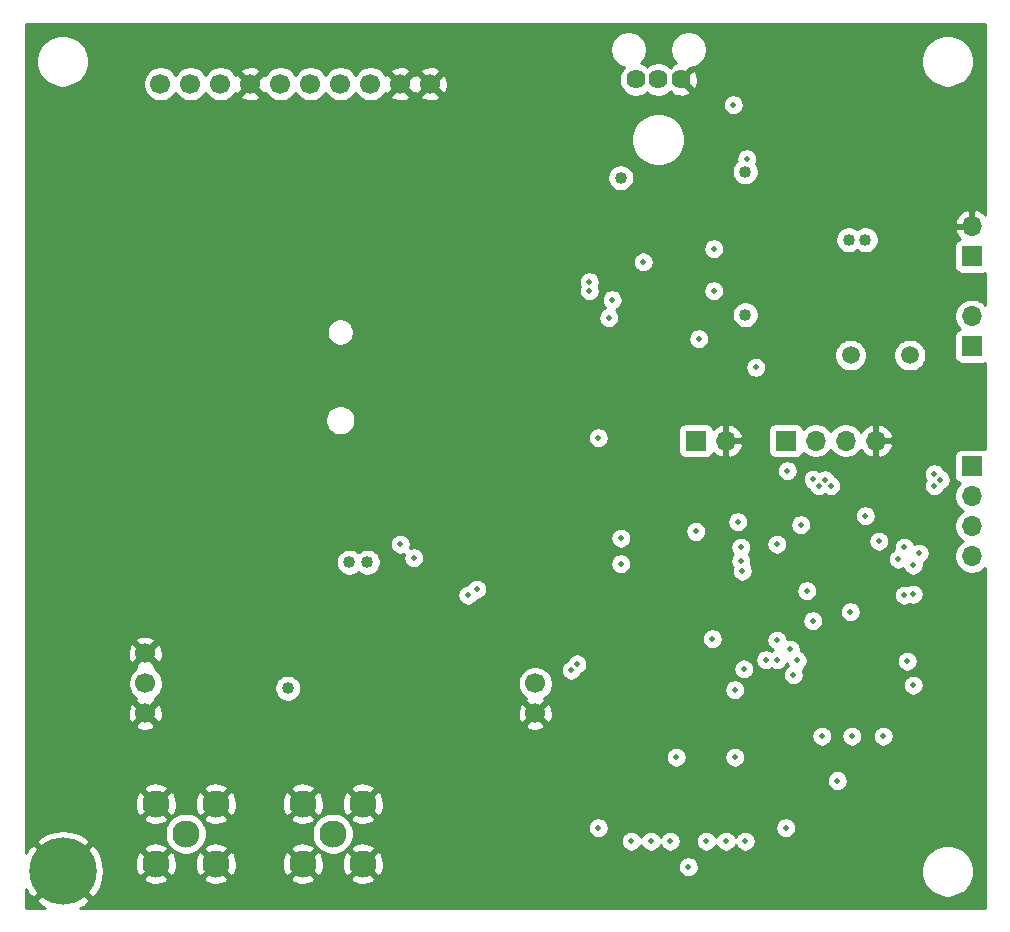
<source format=gbr>
G04 #@! TF.GenerationSoftware,KiCad,Pcbnew,(5.1.5)-3*
G04 #@! TF.CreationDate,2020-03-31T13:56:33-05:00*
G04 #@! TF.ProjectId,control_pcb,636f6e74-726f-46c5-9f70-63622e6b6963,rev?*
G04 #@! TF.SameCoordinates,Original*
G04 #@! TF.FileFunction,Copper,L2,Inr*
G04 #@! TF.FilePolarity,Positive*
%FSLAX46Y46*%
G04 Gerber Fmt 4.6, Leading zero omitted, Abs format (unit mm)*
G04 Created by KiCad (PCBNEW (5.1.5)-3) date 2020-03-31 13:56:33*
%MOMM*%
%LPD*%
G04 APERTURE LIST*
%ADD10C,1.700000*%
%ADD11C,2.300000*%
%ADD12C,1.500000*%
%ADD13O,1.700000X1.700000*%
%ADD14R,1.700000X1.700000*%
%ADD15C,1.620000*%
%ADD16C,5.700000*%
%ADD17C,0.508000*%
%ADD18C,1.016000*%
%ADD19C,0.254000*%
G04 APERTURE END LIST*
D10*
X90815000Y-102255000D03*
X84465000Y-153015000D03*
X85735000Y-102255000D03*
X88275000Y-102255000D03*
X98435000Y-102255000D03*
X84465000Y-155555000D03*
X84465000Y-150475000D03*
X117465000Y-155555000D03*
X93355000Y-102255000D03*
X106055000Y-102255000D03*
X108595000Y-102255000D03*
X95895000Y-102255000D03*
X100975000Y-102255000D03*
X103515000Y-102255000D03*
X117465000Y-153015000D03*
D11*
X87884000Y-165735000D03*
X85344000Y-163195000D03*
X90424000Y-163195000D03*
X85344000Y-168275000D03*
X90424000Y-168275000D03*
X97790000Y-168275000D03*
X97790000Y-163195000D03*
X102870000Y-168275000D03*
X102870000Y-163195000D03*
X100330000Y-165735000D03*
D12*
X144185000Y-125222000D03*
X149185000Y-125222000D03*
D13*
X133604000Y-132461000D03*
D14*
X131064000Y-132461000D03*
X138684000Y-132461000D03*
D13*
X141224000Y-132461000D03*
X143764000Y-132461000D03*
X146304000Y-132461000D03*
X154432000Y-142240000D03*
X154432000Y-139700000D03*
X154432000Y-137160000D03*
D14*
X154432000Y-134620000D03*
D13*
X154432000Y-114300000D03*
D14*
X154432000Y-116840000D03*
X154432000Y-124460000D03*
D13*
X154432000Y-121920000D03*
D15*
X129797001Y-101887001D03*
X127892001Y-101887001D03*
X125987001Y-101887001D03*
D16*
X77470000Y-168910000D03*
D17*
X129540000Y-111125000D03*
X131318000Y-128397000D03*
X123190000Y-105156000D03*
D18*
X109728000Y-142748000D03*
X103632000Y-157480000D03*
X99187000Y-153416000D03*
X97409000Y-161036000D03*
D17*
X119761000Y-148590000D03*
X128143000Y-168656000D03*
X130429000Y-164084000D03*
X129413000Y-157480000D03*
X136652000Y-157353000D03*
X122555000Y-169672000D03*
X138684000Y-169672000D03*
X138811000Y-136652000D03*
X147320000Y-138557000D03*
D18*
X98552000Y-118491000D03*
D17*
X134112000Y-145090402D03*
X147320000Y-148082000D03*
X127508000Y-148717000D03*
X127508000Y-134874000D03*
X123698000Y-130683000D03*
X142367000Y-124079000D03*
X133858000Y-138684000D03*
X140716000Y-150114000D03*
X146558000Y-139954000D03*
X143383000Y-147828000D03*
X137668000Y-143002000D03*
X127254000Y-118999000D03*
X128016000Y-116205000D03*
X132588000Y-117348000D03*
X140462000Y-164592000D03*
X125730000Y-125476000D03*
X127127000Y-110998000D03*
X87503000Y-104521000D03*
X137922000Y-141224000D03*
X131064000Y-140149400D03*
X124714000Y-140716000D03*
X134874000Y-141478000D03*
X124714000Y-142875000D03*
X134874000Y-142621000D03*
D18*
X144018000Y-115443000D03*
X145415000Y-115443000D03*
X103251000Y-142748000D03*
X101727000Y-142748000D03*
X96520000Y-153416000D03*
D17*
X106045000Y-141224000D03*
X130429000Y-168529000D03*
X122809000Y-165227000D03*
X138684000Y-165227000D03*
X129413000Y-159258000D03*
X138811000Y-135001000D03*
X145415000Y-138811000D03*
X135001000Y-143510000D03*
X144145000Y-146939000D03*
X122809000Y-132207000D03*
X139065000Y-150114000D03*
X132588000Y-116205000D03*
X131318000Y-123825000D03*
X143045000Y-161247000D03*
X134239000Y-104013000D03*
X134620000Y-139319000D03*
D18*
X124694599Y-110216599D03*
X135235600Y-109708600D03*
X135255000Y-121793000D03*
D17*
X142494000Y-136271000D03*
X151257000Y-136271000D03*
X141986000Y-135763000D03*
X151765000Y-135763000D03*
X141478000Y-136271000D03*
X151257000Y-135255000D03*
X140995400Y-135742678D03*
X125603000Y-166370000D03*
X127254000Y-166370000D03*
X137947410Y-151003000D03*
X136982210Y-151003000D03*
X128905000Y-166370000D03*
X131953000Y-166370000D03*
X133604000Y-166370000D03*
X139647560Y-151077560D03*
X148971000Y-151130000D03*
X148717000Y-145542000D03*
X148717000Y-141478000D03*
X135255000Y-166370000D03*
X134366000Y-159258000D03*
X149479000Y-145472600D03*
X149479000Y-143002000D03*
X149479000Y-153162000D03*
X134366000Y-153543011D03*
X139954000Y-139573000D03*
X140970000Y-147701000D03*
X136144000Y-126263400D03*
X140462000Y-145161000D03*
X132461000Y-149225000D03*
X137922000Y-149352000D03*
X107188000Y-142367000D03*
X146558000Y-140970000D03*
X149987000Y-141986000D03*
X111760000Y-145542000D03*
X148209000Y-142494000D03*
X112522000Y-145034000D03*
X139319000Y-152273000D03*
X120523000Y-151892000D03*
X121005600Y-151363678D03*
X135128000Y-151790400D03*
X122047000Y-119761000D03*
X122046550Y-118999450D03*
X126619000Y-117328598D03*
X123971402Y-120523000D03*
X132588000Y-119761000D03*
X123698000Y-122047000D03*
X141732000Y-157480000D03*
X144272000Y-157480000D03*
X146939000Y-157480000D03*
X135382000Y-108585000D03*
D19*
G36*
X155550000Y-113327097D02*
G01*
X155529588Y-113299731D01*
X155313355Y-113104822D01*
X155063252Y-112955843D01*
X154788891Y-112858519D01*
X154559000Y-112979186D01*
X154559000Y-114173000D01*
X154579000Y-114173000D01*
X154579000Y-114427000D01*
X154559000Y-114427000D01*
X154559000Y-114447000D01*
X154305000Y-114447000D01*
X154305000Y-114427000D01*
X153111845Y-114427000D01*
X152990524Y-114656890D01*
X153035175Y-114804099D01*
X153160359Y-115066920D01*
X153334412Y-115300269D01*
X153418466Y-115376034D01*
X153337820Y-115400498D01*
X153227506Y-115459463D01*
X153130815Y-115538815D01*
X153051463Y-115635506D01*
X152992498Y-115745820D01*
X152956188Y-115865518D01*
X152943928Y-115990000D01*
X152943928Y-117690000D01*
X152956188Y-117814482D01*
X152992498Y-117934180D01*
X153051463Y-118044494D01*
X153130815Y-118141185D01*
X153227506Y-118220537D01*
X153337820Y-118279502D01*
X153457518Y-118315812D01*
X153582000Y-118328072D01*
X155282000Y-118328072D01*
X155406482Y-118315812D01*
X155526180Y-118279502D01*
X155550000Y-118266770D01*
X155550000Y-120937893D01*
X155378632Y-120766525D01*
X155135411Y-120604010D01*
X154865158Y-120492068D01*
X154578260Y-120435000D01*
X154285740Y-120435000D01*
X153998842Y-120492068D01*
X153728589Y-120604010D01*
X153485368Y-120766525D01*
X153278525Y-120973368D01*
X153116010Y-121216589D01*
X153004068Y-121486842D01*
X152947000Y-121773740D01*
X152947000Y-122066260D01*
X153004068Y-122353158D01*
X153116010Y-122623411D01*
X153278525Y-122866632D01*
X153410380Y-122998487D01*
X153337820Y-123020498D01*
X153227506Y-123079463D01*
X153130815Y-123158815D01*
X153051463Y-123255506D01*
X152992498Y-123365820D01*
X152956188Y-123485518D01*
X152943928Y-123610000D01*
X152943928Y-125310000D01*
X152956188Y-125434482D01*
X152992498Y-125554180D01*
X153051463Y-125664494D01*
X153130815Y-125761185D01*
X153227506Y-125840537D01*
X153337820Y-125899502D01*
X153457518Y-125935812D01*
X153582000Y-125948072D01*
X155282000Y-125948072D01*
X155406482Y-125935812D01*
X155526180Y-125899502D01*
X155550000Y-125886770D01*
X155550000Y-133193231D01*
X155526180Y-133180498D01*
X155406482Y-133144188D01*
X155282000Y-133131928D01*
X153582000Y-133131928D01*
X153457518Y-133144188D01*
X153337820Y-133180498D01*
X153227506Y-133239463D01*
X153130815Y-133318815D01*
X153051463Y-133415506D01*
X152992498Y-133525820D01*
X152956188Y-133645518D01*
X152943928Y-133770000D01*
X152943928Y-135470000D01*
X152956188Y-135594482D01*
X152992498Y-135714180D01*
X153051463Y-135824494D01*
X153130815Y-135921185D01*
X153227506Y-136000537D01*
X153337820Y-136059502D01*
X153410380Y-136081513D01*
X153278525Y-136213368D01*
X153116010Y-136456589D01*
X153004068Y-136726842D01*
X152947000Y-137013740D01*
X152947000Y-137306260D01*
X153004068Y-137593158D01*
X153116010Y-137863411D01*
X153278525Y-138106632D01*
X153485368Y-138313475D01*
X153659760Y-138430000D01*
X153485368Y-138546525D01*
X153278525Y-138753368D01*
X153116010Y-138996589D01*
X153004068Y-139266842D01*
X152947000Y-139553740D01*
X152947000Y-139846260D01*
X153004068Y-140133158D01*
X153116010Y-140403411D01*
X153278525Y-140646632D01*
X153485368Y-140853475D01*
X153659760Y-140970000D01*
X153485368Y-141086525D01*
X153278525Y-141293368D01*
X153116010Y-141536589D01*
X153004068Y-141806842D01*
X152947000Y-142093740D01*
X152947000Y-142386260D01*
X153004068Y-142673158D01*
X153116010Y-142943411D01*
X153278525Y-143186632D01*
X153485368Y-143393475D01*
X153728589Y-143555990D01*
X153998842Y-143667932D01*
X154285740Y-143725000D01*
X154578260Y-143725000D01*
X154865158Y-143667932D01*
X155135411Y-143555990D01*
X155378632Y-143393475D01*
X155550001Y-143222106D01*
X155550001Y-172060000D01*
X78968682Y-172060000D01*
X79406799Y-171827506D01*
X79424243Y-171815850D01*
X79742428Y-171362033D01*
X77470000Y-169089605D01*
X75197572Y-171362033D01*
X75515757Y-171815850D01*
X75969256Y-172060000D01*
X74320000Y-172060000D01*
X74320000Y-170408682D01*
X74552494Y-170846799D01*
X74564150Y-170864243D01*
X75017967Y-171182428D01*
X77290395Y-168910000D01*
X77649605Y-168910000D01*
X79922033Y-171182428D01*
X80375850Y-170864243D01*
X80701269Y-170259790D01*
X80902512Y-169603465D01*
X80911254Y-169517349D01*
X84281256Y-169517349D01*
X84395118Y-169797090D01*
X84710296Y-169952961D01*
X85049826Y-170044349D01*
X85400661Y-170067741D01*
X85749319Y-170022240D01*
X86082400Y-169909594D01*
X86292882Y-169797090D01*
X86406744Y-169517349D01*
X89361256Y-169517349D01*
X89475118Y-169797090D01*
X89790296Y-169952961D01*
X90129826Y-170044349D01*
X90480661Y-170067741D01*
X90829319Y-170022240D01*
X91162400Y-169909594D01*
X91372882Y-169797090D01*
X91486744Y-169517349D01*
X96727256Y-169517349D01*
X96841118Y-169797090D01*
X97156296Y-169952961D01*
X97495826Y-170044349D01*
X97846661Y-170067741D01*
X98195319Y-170022240D01*
X98528400Y-169909594D01*
X98738882Y-169797090D01*
X98852744Y-169517349D01*
X101807256Y-169517349D01*
X101921118Y-169797090D01*
X102236296Y-169952961D01*
X102575826Y-170044349D01*
X102926661Y-170067741D01*
X103275319Y-170022240D01*
X103608400Y-169909594D01*
X103818882Y-169797090D01*
X103932744Y-169517349D01*
X102870000Y-168454605D01*
X101807256Y-169517349D01*
X98852744Y-169517349D01*
X97790000Y-168454605D01*
X96727256Y-169517349D01*
X91486744Y-169517349D01*
X90424000Y-168454605D01*
X89361256Y-169517349D01*
X86406744Y-169517349D01*
X85344000Y-168454605D01*
X84281256Y-169517349D01*
X80911254Y-169517349D01*
X80971845Y-168920490D01*
X80915632Y-168331661D01*
X83551259Y-168331661D01*
X83596760Y-168680319D01*
X83709406Y-169013400D01*
X83821910Y-169223882D01*
X84101651Y-169337744D01*
X85164395Y-168275000D01*
X85523605Y-168275000D01*
X86586349Y-169337744D01*
X86866090Y-169223882D01*
X87021961Y-168908704D01*
X87113349Y-168569174D01*
X87129185Y-168331661D01*
X88631259Y-168331661D01*
X88676760Y-168680319D01*
X88789406Y-169013400D01*
X88901910Y-169223882D01*
X89181651Y-169337744D01*
X90244395Y-168275000D01*
X90603605Y-168275000D01*
X91666349Y-169337744D01*
X91946090Y-169223882D01*
X92101961Y-168908704D01*
X92193349Y-168569174D01*
X92209185Y-168331661D01*
X95997259Y-168331661D01*
X96042760Y-168680319D01*
X96155406Y-169013400D01*
X96267910Y-169223882D01*
X96547651Y-169337744D01*
X97610395Y-168275000D01*
X97969605Y-168275000D01*
X99032349Y-169337744D01*
X99312090Y-169223882D01*
X99467961Y-168908704D01*
X99559349Y-168569174D01*
X99575185Y-168331661D01*
X101077259Y-168331661D01*
X101122760Y-168680319D01*
X101235406Y-169013400D01*
X101347910Y-169223882D01*
X101627651Y-169337744D01*
X102690395Y-168275000D01*
X103049605Y-168275000D01*
X104112349Y-169337744D01*
X104392090Y-169223882D01*
X104547961Y-168908704D01*
X104639349Y-168569174D01*
X104647865Y-168441441D01*
X129540000Y-168441441D01*
X129540000Y-168616559D01*
X129574164Y-168788312D01*
X129641179Y-168950099D01*
X129738469Y-169095704D01*
X129862296Y-169219531D01*
X130007901Y-169316821D01*
X130169688Y-169383836D01*
X130341441Y-169418000D01*
X130516559Y-169418000D01*
X130688312Y-169383836D01*
X130850099Y-169316821D01*
X130995704Y-169219531D01*
X131119531Y-169095704D01*
X131216821Y-168950099D01*
X131283836Y-168788312D01*
X131303417Y-168689872D01*
X150165000Y-168689872D01*
X150165000Y-169130128D01*
X150250890Y-169561925D01*
X150419369Y-169968669D01*
X150663962Y-170334729D01*
X150975271Y-170646038D01*
X151341331Y-170890631D01*
X151748075Y-171059110D01*
X152179872Y-171145000D01*
X152620128Y-171145000D01*
X153051925Y-171059110D01*
X153458669Y-170890631D01*
X153824729Y-170646038D01*
X154136038Y-170334729D01*
X154380631Y-169968669D01*
X154549110Y-169561925D01*
X154635000Y-169130128D01*
X154635000Y-168689872D01*
X154549110Y-168258075D01*
X154380631Y-167851331D01*
X154136038Y-167485271D01*
X153824729Y-167173962D01*
X153458669Y-166929369D01*
X153051925Y-166760890D01*
X152620128Y-166675000D01*
X152179872Y-166675000D01*
X151748075Y-166760890D01*
X151341331Y-166929369D01*
X150975271Y-167173962D01*
X150663962Y-167485271D01*
X150419369Y-167851331D01*
X150250890Y-168258075D01*
X150165000Y-168689872D01*
X131303417Y-168689872D01*
X131318000Y-168616559D01*
X131318000Y-168441441D01*
X131283836Y-168269688D01*
X131216821Y-168107901D01*
X131119531Y-167962296D01*
X130995704Y-167838469D01*
X130850099Y-167741179D01*
X130688312Y-167674164D01*
X130516559Y-167640000D01*
X130341441Y-167640000D01*
X130169688Y-167674164D01*
X130007901Y-167741179D01*
X129862296Y-167838469D01*
X129738469Y-167962296D01*
X129641179Y-168107901D01*
X129574164Y-168269688D01*
X129540000Y-168441441D01*
X104647865Y-168441441D01*
X104662741Y-168218339D01*
X104617240Y-167869681D01*
X104504594Y-167536600D01*
X104392090Y-167326118D01*
X104112349Y-167212256D01*
X103049605Y-168275000D01*
X102690395Y-168275000D01*
X101627651Y-167212256D01*
X101347910Y-167326118D01*
X101192039Y-167641296D01*
X101100651Y-167980826D01*
X101077259Y-168331661D01*
X99575185Y-168331661D01*
X99582741Y-168218339D01*
X99537240Y-167869681D01*
X99424594Y-167536600D01*
X99312090Y-167326118D01*
X99032349Y-167212256D01*
X97969605Y-168275000D01*
X97610395Y-168275000D01*
X96547651Y-167212256D01*
X96267910Y-167326118D01*
X96112039Y-167641296D01*
X96020651Y-167980826D01*
X95997259Y-168331661D01*
X92209185Y-168331661D01*
X92216741Y-168218339D01*
X92171240Y-167869681D01*
X92058594Y-167536600D01*
X91946090Y-167326118D01*
X91666349Y-167212256D01*
X90603605Y-168275000D01*
X90244395Y-168275000D01*
X89181651Y-167212256D01*
X88901910Y-167326118D01*
X88746039Y-167641296D01*
X88654651Y-167980826D01*
X88631259Y-168331661D01*
X87129185Y-168331661D01*
X87136741Y-168218339D01*
X87091240Y-167869681D01*
X86978594Y-167536600D01*
X86866090Y-167326118D01*
X86586349Y-167212256D01*
X85523605Y-168275000D01*
X85164395Y-168275000D01*
X84101651Y-167212256D01*
X83821910Y-167326118D01*
X83666039Y-167641296D01*
X83574651Y-167980826D01*
X83551259Y-168331661D01*
X80915632Y-168331661D01*
X80906605Y-168237112D01*
X80709298Y-167579593D01*
X80419055Y-167032651D01*
X84281256Y-167032651D01*
X85344000Y-168095395D01*
X86406744Y-167032651D01*
X86292882Y-166752910D01*
X85977704Y-166597039D01*
X85638174Y-166505651D01*
X85287339Y-166482259D01*
X84938681Y-166527760D01*
X84605600Y-166640406D01*
X84395118Y-166752910D01*
X84281256Y-167032651D01*
X80419055Y-167032651D01*
X80387506Y-166973201D01*
X80375850Y-166955757D01*
X79922033Y-166637572D01*
X77649605Y-168910000D01*
X77290395Y-168910000D01*
X75017967Y-166637572D01*
X74564150Y-166955757D01*
X74320000Y-167409256D01*
X74320000Y-166457967D01*
X75197572Y-166457967D01*
X77470000Y-168730395D01*
X79742428Y-166457967D01*
X79424243Y-166004150D01*
X78819790Y-165678731D01*
X78429935Y-165559193D01*
X86099000Y-165559193D01*
X86099000Y-165910807D01*
X86167596Y-166255665D01*
X86302153Y-166580515D01*
X86497500Y-166872871D01*
X86746129Y-167121500D01*
X87038485Y-167316847D01*
X87363335Y-167451404D01*
X87708193Y-167520000D01*
X88059807Y-167520000D01*
X88404665Y-167451404D01*
X88729515Y-167316847D01*
X89021871Y-167121500D01*
X89110720Y-167032651D01*
X89361256Y-167032651D01*
X90424000Y-168095395D01*
X91486744Y-167032651D01*
X96727256Y-167032651D01*
X97790000Y-168095395D01*
X98852744Y-167032651D01*
X98738882Y-166752910D01*
X98423704Y-166597039D01*
X98084174Y-166505651D01*
X97733339Y-166482259D01*
X97384681Y-166527760D01*
X97051600Y-166640406D01*
X96841118Y-166752910D01*
X96727256Y-167032651D01*
X91486744Y-167032651D01*
X91372882Y-166752910D01*
X91057704Y-166597039D01*
X90718174Y-166505651D01*
X90367339Y-166482259D01*
X90018681Y-166527760D01*
X89685600Y-166640406D01*
X89475118Y-166752910D01*
X89361256Y-167032651D01*
X89110720Y-167032651D01*
X89270500Y-166872871D01*
X89465847Y-166580515D01*
X89600404Y-166255665D01*
X89669000Y-165910807D01*
X89669000Y-165559193D01*
X98545000Y-165559193D01*
X98545000Y-165910807D01*
X98613596Y-166255665D01*
X98748153Y-166580515D01*
X98943500Y-166872871D01*
X99192129Y-167121500D01*
X99484485Y-167316847D01*
X99809335Y-167451404D01*
X100154193Y-167520000D01*
X100505807Y-167520000D01*
X100850665Y-167451404D01*
X101175515Y-167316847D01*
X101467871Y-167121500D01*
X101556720Y-167032651D01*
X101807256Y-167032651D01*
X102870000Y-168095395D01*
X103932744Y-167032651D01*
X103818882Y-166752910D01*
X103503704Y-166597039D01*
X103164174Y-166505651D01*
X102813339Y-166482259D01*
X102464681Y-166527760D01*
X102131600Y-166640406D01*
X101921118Y-166752910D01*
X101807256Y-167032651D01*
X101556720Y-167032651D01*
X101716500Y-166872871D01*
X101911847Y-166580515D01*
X102035313Y-166282441D01*
X124714000Y-166282441D01*
X124714000Y-166457559D01*
X124748164Y-166629312D01*
X124815179Y-166791099D01*
X124912469Y-166936704D01*
X125036296Y-167060531D01*
X125181901Y-167157821D01*
X125343688Y-167224836D01*
X125515441Y-167259000D01*
X125690559Y-167259000D01*
X125862312Y-167224836D01*
X126024099Y-167157821D01*
X126169704Y-167060531D01*
X126293531Y-166936704D01*
X126390821Y-166791099D01*
X126428500Y-166700135D01*
X126466179Y-166791099D01*
X126563469Y-166936704D01*
X126687296Y-167060531D01*
X126832901Y-167157821D01*
X126994688Y-167224836D01*
X127166441Y-167259000D01*
X127341559Y-167259000D01*
X127513312Y-167224836D01*
X127675099Y-167157821D01*
X127820704Y-167060531D01*
X127944531Y-166936704D01*
X128041821Y-166791099D01*
X128079500Y-166700135D01*
X128117179Y-166791099D01*
X128214469Y-166936704D01*
X128338296Y-167060531D01*
X128483901Y-167157821D01*
X128645688Y-167224836D01*
X128817441Y-167259000D01*
X128992559Y-167259000D01*
X129164312Y-167224836D01*
X129326099Y-167157821D01*
X129471704Y-167060531D01*
X129595531Y-166936704D01*
X129692821Y-166791099D01*
X129759836Y-166629312D01*
X129794000Y-166457559D01*
X129794000Y-166282441D01*
X131064000Y-166282441D01*
X131064000Y-166457559D01*
X131098164Y-166629312D01*
X131165179Y-166791099D01*
X131262469Y-166936704D01*
X131386296Y-167060531D01*
X131531901Y-167157821D01*
X131693688Y-167224836D01*
X131865441Y-167259000D01*
X132040559Y-167259000D01*
X132212312Y-167224836D01*
X132374099Y-167157821D01*
X132519704Y-167060531D01*
X132643531Y-166936704D01*
X132740821Y-166791099D01*
X132778500Y-166700135D01*
X132816179Y-166791099D01*
X132913469Y-166936704D01*
X133037296Y-167060531D01*
X133182901Y-167157821D01*
X133344688Y-167224836D01*
X133516441Y-167259000D01*
X133691559Y-167259000D01*
X133863312Y-167224836D01*
X134025099Y-167157821D01*
X134170704Y-167060531D01*
X134294531Y-166936704D01*
X134391821Y-166791099D01*
X134429500Y-166700135D01*
X134467179Y-166791099D01*
X134564469Y-166936704D01*
X134688296Y-167060531D01*
X134833901Y-167157821D01*
X134995688Y-167224836D01*
X135167441Y-167259000D01*
X135342559Y-167259000D01*
X135514312Y-167224836D01*
X135676099Y-167157821D01*
X135821704Y-167060531D01*
X135945531Y-166936704D01*
X136042821Y-166791099D01*
X136109836Y-166629312D01*
X136144000Y-166457559D01*
X136144000Y-166282441D01*
X136109836Y-166110688D01*
X136042821Y-165948901D01*
X135945531Y-165803296D01*
X135821704Y-165679469D01*
X135676099Y-165582179D01*
X135514312Y-165515164D01*
X135342559Y-165481000D01*
X135167441Y-165481000D01*
X134995688Y-165515164D01*
X134833901Y-165582179D01*
X134688296Y-165679469D01*
X134564469Y-165803296D01*
X134467179Y-165948901D01*
X134429500Y-166039865D01*
X134391821Y-165948901D01*
X134294531Y-165803296D01*
X134170704Y-165679469D01*
X134025099Y-165582179D01*
X133863312Y-165515164D01*
X133691559Y-165481000D01*
X133516441Y-165481000D01*
X133344688Y-165515164D01*
X133182901Y-165582179D01*
X133037296Y-165679469D01*
X132913469Y-165803296D01*
X132816179Y-165948901D01*
X132778500Y-166039865D01*
X132740821Y-165948901D01*
X132643531Y-165803296D01*
X132519704Y-165679469D01*
X132374099Y-165582179D01*
X132212312Y-165515164D01*
X132040559Y-165481000D01*
X131865441Y-165481000D01*
X131693688Y-165515164D01*
X131531901Y-165582179D01*
X131386296Y-165679469D01*
X131262469Y-165803296D01*
X131165179Y-165948901D01*
X131098164Y-166110688D01*
X131064000Y-166282441D01*
X129794000Y-166282441D01*
X129759836Y-166110688D01*
X129692821Y-165948901D01*
X129595531Y-165803296D01*
X129471704Y-165679469D01*
X129326099Y-165582179D01*
X129164312Y-165515164D01*
X128992559Y-165481000D01*
X128817441Y-165481000D01*
X128645688Y-165515164D01*
X128483901Y-165582179D01*
X128338296Y-165679469D01*
X128214469Y-165803296D01*
X128117179Y-165948901D01*
X128079500Y-166039865D01*
X128041821Y-165948901D01*
X127944531Y-165803296D01*
X127820704Y-165679469D01*
X127675099Y-165582179D01*
X127513312Y-165515164D01*
X127341559Y-165481000D01*
X127166441Y-165481000D01*
X126994688Y-165515164D01*
X126832901Y-165582179D01*
X126687296Y-165679469D01*
X126563469Y-165803296D01*
X126466179Y-165948901D01*
X126428500Y-166039865D01*
X126390821Y-165948901D01*
X126293531Y-165803296D01*
X126169704Y-165679469D01*
X126024099Y-165582179D01*
X125862312Y-165515164D01*
X125690559Y-165481000D01*
X125515441Y-165481000D01*
X125343688Y-165515164D01*
X125181901Y-165582179D01*
X125036296Y-165679469D01*
X124912469Y-165803296D01*
X124815179Y-165948901D01*
X124748164Y-166110688D01*
X124714000Y-166282441D01*
X102035313Y-166282441D01*
X102046404Y-166255665D01*
X102115000Y-165910807D01*
X102115000Y-165559193D01*
X102046404Y-165214335D01*
X102015382Y-165139441D01*
X121920000Y-165139441D01*
X121920000Y-165314559D01*
X121954164Y-165486312D01*
X122021179Y-165648099D01*
X122118469Y-165793704D01*
X122242296Y-165917531D01*
X122387901Y-166014821D01*
X122549688Y-166081836D01*
X122721441Y-166116000D01*
X122896559Y-166116000D01*
X123068312Y-166081836D01*
X123230099Y-166014821D01*
X123375704Y-165917531D01*
X123499531Y-165793704D01*
X123596821Y-165648099D01*
X123663836Y-165486312D01*
X123698000Y-165314559D01*
X123698000Y-165139441D01*
X137795000Y-165139441D01*
X137795000Y-165314559D01*
X137829164Y-165486312D01*
X137896179Y-165648099D01*
X137993469Y-165793704D01*
X138117296Y-165917531D01*
X138262901Y-166014821D01*
X138424688Y-166081836D01*
X138596441Y-166116000D01*
X138771559Y-166116000D01*
X138943312Y-166081836D01*
X139105099Y-166014821D01*
X139250704Y-165917531D01*
X139374531Y-165793704D01*
X139471821Y-165648099D01*
X139538836Y-165486312D01*
X139573000Y-165314559D01*
X139573000Y-165139441D01*
X139538836Y-164967688D01*
X139471821Y-164805901D01*
X139374531Y-164660296D01*
X139250704Y-164536469D01*
X139105099Y-164439179D01*
X138943312Y-164372164D01*
X138771559Y-164338000D01*
X138596441Y-164338000D01*
X138424688Y-164372164D01*
X138262901Y-164439179D01*
X138117296Y-164536469D01*
X137993469Y-164660296D01*
X137896179Y-164805901D01*
X137829164Y-164967688D01*
X137795000Y-165139441D01*
X123698000Y-165139441D01*
X123663836Y-164967688D01*
X123596821Y-164805901D01*
X123499531Y-164660296D01*
X123375704Y-164536469D01*
X123230099Y-164439179D01*
X123068312Y-164372164D01*
X122896559Y-164338000D01*
X122721441Y-164338000D01*
X122549688Y-164372164D01*
X122387901Y-164439179D01*
X122242296Y-164536469D01*
X122118469Y-164660296D01*
X122021179Y-164805901D01*
X121954164Y-164967688D01*
X121920000Y-165139441D01*
X102015382Y-165139441D01*
X101911847Y-164889485D01*
X101716500Y-164597129D01*
X101556720Y-164437349D01*
X101807256Y-164437349D01*
X101921118Y-164717090D01*
X102236296Y-164872961D01*
X102575826Y-164964349D01*
X102926661Y-164987741D01*
X103275319Y-164942240D01*
X103608400Y-164829594D01*
X103818882Y-164717090D01*
X103932744Y-164437349D01*
X102870000Y-163374605D01*
X101807256Y-164437349D01*
X101556720Y-164437349D01*
X101467871Y-164348500D01*
X101175515Y-164153153D01*
X100850665Y-164018596D01*
X100505807Y-163950000D01*
X100154193Y-163950000D01*
X99809335Y-164018596D01*
X99484485Y-164153153D01*
X99192129Y-164348500D01*
X98943500Y-164597129D01*
X98748153Y-164889485D01*
X98613596Y-165214335D01*
X98545000Y-165559193D01*
X89669000Y-165559193D01*
X89600404Y-165214335D01*
X89465847Y-164889485D01*
X89270500Y-164597129D01*
X89110720Y-164437349D01*
X89361256Y-164437349D01*
X89475118Y-164717090D01*
X89790296Y-164872961D01*
X90129826Y-164964349D01*
X90480661Y-164987741D01*
X90829319Y-164942240D01*
X91162400Y-164829594D01*
X91372882Y-164717090D01*
X91486744Y-164437349D01*
X96727256Y-164437349D01*
X96841118Y-164717090D01*
X97156296Y-164872961D01*
X97495826Y-164964349D01*
X97846661Y-164987741D01*
X98195319Y-164942240D01*
X98528400Y-164829594D01*
X98738882Y-164717090D01*
X98852744Y-164437349D01*
X97790000Y-163374605D01*
X96727256Y-164437349D01*
X91486744Y-164437349D01*
X90424000Y-163374605D01*
X89361256Y-164437349D01*
X89110720Y-164437349D01*
X89021871Y-164348500D01*
X88729515Y-164153153D01*
X88404665Y-164018596D01*
X88059807Y-163950000D01*
X87708193Y-163950000D01*
X87363335Y-164018596D01*
X87038485Y-164153153D01*
X86746129Y-164348500D01*
X86497500Y-164597129D01*
X86302153Y-164889485D01*
X86167596Y-165214335D01*
X86099000Y-165559193D01*
X78429935Y-165559193D01*
X78163465Y-165477488D01*
X77480490Y-165408155D01*
X76797112Y-165473395D01*
X76139593Y-165670702D01*
X75533201Y-165992494D01*
X75515757Y-166004150D01*
X75197572Y-166457967D01*
X74320000Y-166457967D01*
X74320000Y-164437349D01*
X84281256Y-164437349D01*
X84395118Y-164717090D01*
X84710296Y-164872961D01*
X85049826Y-164964349D01*
X85400661Y-164987741D01*
X85749319Y-164942240D01*
X86082400Y-164829594D01*
X86292882Y-164717090D01*
X86406744Y-164437349D01*
X85344000Y-163374605D01*
X84281256Y-164437349D01*
X74320000Y-164437349D01*
X74320000Y-163251661D01*
X83551259Y-163251661D01*
X83596760Y-163600319D01*
X83709406Y-163933400D01*
X83821910Y-164143882D01*
X84101651Y-164257744D01*
X85164395Y-163195000D01*
X85523605Y-163195000D01*
X86586349Y-164257744D01*
X86866090Y-164143882D01*
X87021961Y-163828704D01*
X87113349Y-163489174D01*
X87129185Y-163251661D01*
X88631259Y-163251661D01*
X88676760Y-163600319D01*
X88789406Y-163933400D01*
X88901910Y-164143882D01*
X89181651Y-164257744D01*
X90244395Y-163195000D01*
X90603605Y-163195000D01*
X91666349Y-164257744D01*
X91946090Y-164143882D01*
X92101961Y-163828704D01*
X92193349Y-163489174D01*
X92209185Y-163251661D01*
X95997259Y-163251661D01*
X96042760Y-163600319D01*
X96155406Y-163933400D01*
X96267910Y-164143882D01*
X96547651Y-164257744D01*
X97610395Y-163195000D01*
X97969605Y-163195000D01*
X99032349Y-164257744D01*
X99312090Y-164143882D01*
X99467961Y-163828704D01*
X99559349Y-163489174D01*
X99575185Y-163251661D01*
X101077259Y-163251661D01*
X101122760Y-163600319D01*
X101235406Y-163933400D01*
X101347910Y-164143882D01*
X101627651Y-164257744D01*
X102690395Y-163195000D01*
X103049605Y-163195000D01*
X104112349Y-164257744D01*
X104392090Y-164143882D01*
X104547961Y-163828704D01*
X104639349Y-163489174D01*
X104662741Y-163138339D01*
X104617240Y-162789681D01*
X104504594Y-162456600D01*
X104392090Y-162246118D01*
X104112349Y-162132256D01*
X103049605Y-163195000D01*
X102690395Y-163195000D01*
X101627651Y-162132256D01*
X101347910Y-162246118D01*
X101192039Y-162561296D01*
X101100651Y-162900826D01*
X101077259Y-163251661D01*
X99575185Y-163251661D01*
X99582741Y-163138339D01*
X99537240Y-162789681D01*
X99424594Y-162456600D01*
X99312090Y-162246118D01*
X99032349Y-162132256D01*
X97969605Y-163195000D01*
X97610395Y-163195000D01*
X96547651Y-162132256D01*
X96267910Y-162246118D01*
X96112039Y-162561296D01*
X96020651Y-162900826D01*
X95997259Y-163251661D01*
X92209185Y-163251661D01*
X92216741Y-163138339D01*
X92171240Y-162789681D01*
X92058594Y-162456600D01*
X91946090Y-162246118D01*
X91666349Y-162132256D01*
X90603605Y-163195000D01*
X90244395Y-163195000D01*
X89181651Y-162132256D01*
X88901910Y-162246118D01*
X88746039Y-162561296D01*
X88654651Y-162900826D01*
X88631259Y-163251661D01*
X87129185Y-163251661D01*
X87136741Y-163138339D01*
X87091240Y-162789681D01*
X86978594Y-162456600D01*
X86866090Y-162246118D01*
X86586349Y-162132256D01*
X85523605Y-163195000D01*
X85164395Y-163195000D01*
X84101651Y-162132256D01*
X83821910Y-162246118D01*
X83666039Y-162561296D01*
X83574651Y-162900826D01*
X83551259Y-163251661D01*
X74320000Y-163251661D01*
X74320000Y-161952651D01*
X84281256Y-161952651D01*
X85344000Y-163015395D01*
X86406744Y-161952651D01*
X89361256Y-161952651D01*
X90424000Y-163015395D01*
X91486744Y-161952651D01*
X96727256Y-161952651D01*
X97790000Y-163015395D01*
X98852744Y-161952651D01*
X101807256Y-161952651D01*
X102870000Y-163015395D01*
X103932744Y-161952651D01*
X103818882Y-161672910D01*
X103503704Y-161517039D01*
X103164174Y-161425651D01*
X102813339Y-161402259D01*
X102464681Y-161447760D01*
X102131600Y-161560406D01*
X101921118Y-161672910D01*
X101807256Y-161952651D01*
X98852744Y-161952651D01*
X98738882Y-161672910D01*
X98423704Y-161517039D01*
X98084174Y-161425651D01*
X97733339Y-161402259D01*
X97384681Y-161447760D01*
X97051600Y-161560406D01*
X96841118Y-161672910D01*
X96727256Y-161952651D01*
X91486744Y-161952651D01*
X91372882Y-161672910D01*
X91057704Y-161517039D01*
X90718174Y-161425651D01*
X90367339Y-161402259D01*
X90018681Y-161447760D01*
X89685600Y-161560406D01*
X89475118Y-161672910D01*
X89361256Y-161952651D01*
X86406744Y-161952651D01*
X86292882Y-161672910D01*
X85977704Y-161517039D01*
X85638174Y-161425651D01*
X85287339Y-161402259D01*
X84938681Y-161447760D01*
X84605600Y-161560406D01*
X84395118Y-161672910D01*
X84281256Y-161952651D01*
X74320000Y-161952651D01*
X74320000Y-161159441D01*
X142156000Y-161159441D01*
X142156000Y-161334559D01*
X142190164Y-161506312D01*
X142257179Y-161668099D01*
X142354469Y-161813704D01*
X142478296Y-161937531D01*
X142623901Y-162034821D01*
X142785688Y-162101836D01*
X142957441Y-162136000D01*
X143132559Y-162136000D01*
X143304312Y-162101836D01*
X143466099Y-162034821D01*
X143611704Y-161937531D01*
X143735531Y-161813704D01*
X143832821Y-161668099D01*
X143899836Y-161506312D01*
X143934000Y-161334559D01*
X143934000Y-161159441D01*
X143899836Y-160987688D01*
X143832821Y-160825901D01*
X143735531Y-160680296D01*
X143611704Y-160556469D01*
X143466099Y-160459179D01*
X143304312Y-160392164D01*
X143132559Y-160358000D01*
X142957441Y-160358000D01*
X142785688Y-160392164D01*
X142623901Y-160459179D01*
X142478296Y-160556469D01*
X142354469Y-160680296D01*
X142257179Y-160825901D01*
X142190164Y-160987688D01*
X142156000Y-161159441D01*
X74320000Y-161159441D01*
X74320000Y-159170441D01*
X128524000Y-159170441D01*
X128524000Y-159345559D01*
X128558164Y-159517312D01*
X128625179Y-159679099D01*
X128722469Y-159824704D01*
X128846296Y-159948531D01*
X128991901Y-160045821D01*
X129153688Y-160112836D01*
X129325441Y-160147000D01*
X129500559Y-160147000D01*
X129672312Y-160112836D01*
X129834099Y-160045821D01*
X129979704Y-159948531D01*
X130103531Y-159824704D01*
X130200821Y-159679099D01*
X130267836Y-159517312D01*
X130302000Y-159345559D01*
X130302000Y-159170441D01*
X133477000Y-159170441D01*
X133477000Y-159345559D01*
X133511164Y-159517312D01*
X133578179Y-159679099D01*
X133675469Y-159824704D01*
X133799296Y-159948531D01*
X133944901Y-160045821D01*
X134106688Y-160112836D01*
X134278441Y-160147000D01*
X134453559Y-160147000D01*
X134625312Y-160112836D01*
X134787099Y-160045821D01*
X134932704Y-159948531D01*
X135056531Y-159824704D01*
X135153821Y-159679099D01*
X135220836Y-159517312D01*
X135255000Y-159345559D01*
X135255000Y-159170441D01*
X135220836Y-158998688D01*
X135153821Y-158836901D01*
X135056531Y-158691296D01*
X134932704Y-158567469D01*
X134787099Y-158470179D01*
X134625312Y-158403164D01*
X134453559Y-158369000D01*
X134278441Y-158369000D01*
X134106688Y-158403164D01*
X133944901Y-158470179D01*
X133799296Y-158567469D01*
X133675469Y-158691296D01*
X133578179Y-158836901D01*
X133511164Y-158998688D01*
X133477000Y-159170441D01*
X130302000Y-159170441D01*
X130267836Y-158998688D01*
X130200821Y-158836901D01*
X130103531Y-158691296D01*
X129979704Y-158567469D01*
X129834099Y-158470179D01*
X129672312Y-158403164D01*
X129500559Y-158369000D01*
X129325441Y-158369000D01*
X129153688Y-158403164D01*
X128991901Y-158470179D01*
X128846296Y-158567469D01*
X128722469Y-158691296D01*
X128625179Y-158836901D01*
X128558164Y-158998688D01*
X128524000Y-159170441D01*
X74320000Y-159170441D01*
X74320000Y-157392441D01*
X140843000Y-157392441D01*
X140843000Y-157567559D01*
X140877164Y-157739312D01*
X140944179Y-157901099D01*
X141041469Y-158046704D01*
X141165296Y-158170531D01*
X141310901Y-158267821D01*
X141472688Y-158334836D01*
X141644441Y-158369000D01*
X141819559Y-158369000D01*
X141991312Y-158334836D01*
X142153099Y-158267821D01*
X142298704Y-158170531D01*
X142422531Y-158046704D01*
X142519821Y-157901099D01*
X142586836Y-157739312D01*
X142621000Y-157567559D01*
X142621000Y-157392441D01*
X143383000Y-157392441D01*
X143383000Y-157567559D01*
X143417164Y-157739312D01*
X143484179Y-157901099D01*
X143581469Y-158046704D01*
X143705296Y-158170531D01*
X143850901Y-158267821D01*
X144012688Y-158334836D01*
X144184441Y-158369000D01*
X144359559Y-158369000D01*
X144531312Y-158334836D01*
X144693099Y-158267821D01*
X144838704Y-158170531D01*
X144962531Y-158046704D01*
X145059821Y-157901099D01*
X145126836Y-157739312D01*
X145161000Y-157567559D01*
X145161000Y-157392441D01*
X146050000Y-157392441D01*
X146050000Y-157567559D01*
X146084164Y-157739312D01*
X146151179Y-157901099D01*
X146248469Y-158046704D01*
X146372296Y-158170531D01*
X146517901Y-158267821D01*
X146679688Y-158334836D01*
X146851441Y-158369000D01*
X147026559Y-158369000D01*
X147198312Y-158334836D01*
X147360099Y-158267821D01*
X147505704Y-158170531D01*
X147629531Y-158046704D01*
X147726821Y-157901099D01*
X147793836Y-157739312D01*
X147828000Y-157567559D01*
X147828000Y-157392441D01*
X147793836Y-157220688D01*
X147726821Y-157058901D01*
X147629531Y-156913296D01*
X147505704Y-156789469D01*
X147360099Y-156692179D01*
X147198312Y-156625164D01*
X147026559Y-156591000D01*
X146851441Y-156591000D01*
X146679688Y-156625164D01*
X146517901Y-156692179D01*
X146372296Y-156789469D01*
X146248469Y-156913296D01*
X146151179Y-157058901D01*
X146084164Y-157220688D01*
X146050000Y-157392441D01*
X145161000Y-157392441D01*
X145126836Y-157220688D01*
X145059821Y-157058901D01*
X144962531Y-156913296D01*
X144838704Y-156789469D01*
X144693099Y-156692179D01*
X144531312Y-156625164D01*
X144359559Y-156591000D01*
X144184441Y-156591000D01*
X144012688Y-156625164D01*
X143850901Y-156692179D01*
X143705296Y-156789469D01*
X143581469Y-156913296D01*
X143484179Y-157058901D01*
X143417164Y-157220688D01*
X143383000Y-157392441D01*
X142621000Y-157392441D01*
X142586836Y-157220688D01*
X142519821Y-157058901D01*
X142422531Y-156913296D01*
X142298704Y-156789469D01*
X142153099Y-156692179D01*
X141991312Y-156625164D01*
X141819559Y-156591000D01*
X141644441Y-156591000D01*
X141472688Y-156625164D01*
X141310901Y-156692179D01*
X141165296Y-156789469D01*
X141041469Y-156913296D01*
X140944179Y-157058901D01*
X140877164Y-157220688D01*
X140843000Y-157392441D01*
X74320000Y-157392441D01*
X74320000Y-156583397D01*
X83616208Y-156583397D01*
X83693843Y-156832472D01*
X83957883Y-156958371D01*
X84241411Y-157030339D01*
X84533531Y-157045611D01*
X84823019Y-157003599D01*
X85098747Y-156905919D01*
X85236157Y-156832472D01*
X85313792Y-156583397D01*
X116616208Y-156583397D01*
X116693843Y-156832472D01*
X116957883Y-156958371D01*
X117241411Y-157030339D01*
X117533531Y-157045611D01*
X117823019Y-157003599D01*
X118098747Y-156905919D01*
X118236157Y-156832472D01*
X118313792Y-156583397D01*
X117465000Y-155734605D01*
X116616208Y-156583397D01*
X85313792Y-156583397D01*
X84465000Y-155734605D01*
X83616208Y-156583397D01*
X74320000Y-156583397D01*
X74320000Y-155623531D01*
X82974389Y-155623531D01*
X83016401Y-155913019D01*
X83114081Y-156188747D01*
X83187528Y-156326157D01*
X83436603Y-156403792D01*
X84285395Y-155555000D01*
X84644605Y-155555000D01*
X85493397Y-156403792D01*
X85742472Y-156326157D01*
X85868371Y-156062117D01*
X85940339Y-155778589D01*
X85948445Y-155623531D01*
X115974389Y-155623531D01*
X116016401Y-155913019D01*
X116114081Y-156188747D01*
X116187528Y-156326157D01*
X116436603Y-156403792D01*
X117285395Y-155555000D01*
X117644605Y-155555000D01*
X118493397Y-156403792D01*
X118742472Y-156326157D01*
X118868371Y-156062117D01*
X118940339Y-155778589D01*
X118955611Y-155486469D01*
X118913599Y-155196981D01*
X118815919Y-154921253D01*
X118742472Y-154783843D01*
X118493397Y-154706208D01*
X117644605Y-155555000D01*
X117285395Y-155555000D01*
X116436603Y-154706208D01*
X116187528Y-154783843D01*
X116061629Y-155047883D01*
X115989661Y-155331411D01*
X115974389Y-155623531D01*
X85948445Y-155623531D01*
X85955611Y-155486469D01*
X85913599Y-155196981D01*
X85815919Y-154921253D01*
X85742472Y-154783843D01*
X85493397Y-154706208D01*
X84644605Y-155555000D01*
X84285395Y-155555000D01*
X83436603Y-154706208D01*
X83187528Y-154783843D01*
X83061629Y-155047883D01*
X82989661Y-155331411D01*
X82974389Y-155623531D01*
X74320000Y-155623531D01*
X74320000Y-152868740D01*
X82980000Y-152868740D01*
X82980000Y-153161260D01*
X83037068Y-153448158D01*
X83149010Y-153718411D01*
X83311525Y-153961632D01*
X83518368Y-154168475D01*
X83691729Y-154284311D01*
X83616208Y-154526603D01*
X84465000Y-155375395D01*
X85313792Y-154526603D01*
X85238271Y-154284311D01*
X85411632Y-154168475D01*
X85618475Y-153961632D01*
X85780990Y-153718411D01*
X85892932Y-153448158D01*
X85921721Y-153303424D01*
X95377000Y-153303424D01*
X95377000Y-153528576D01*
X95420925Y-153749401D01*
X95507087Y-153957413D01*
X95632174Y-154144620D01*
X95791380Y-154303826D01*
X95978587Y-154428913D01*
X96186599Y-154515075D01*
X96407424Y-154559000D01*
X96632576Y-154559000D01*
X96853401Y-154515075D01*
X97061413Y-154428913D01*
X97248620Y-154303826D01*
X97407826Y-154144620D01*
X97532913Y-153957413D01*
X97619075Y-153749401D01*
X97663000Y-153528576D01*
X97663000Y-153303424D01*
X97619075Y-153082599D01*
X97532913Y-152874587D01*
X97529007Y-152868740D01*
X115980000Y-152868740D01*
X115980000Y-153161260D01*
X116037068Y-153448158D01*
X116149010Y-153718411D01*
X116311525Y-153961632D01*
X116518368Y-154168475D01*
X116691729Y-154284311D01*
X116616208Y-154526603D01*
X117465000Y-155375395D01*
X118313792Y-154526603D01*
X118238271Y-154284311D01*
X118411632Y-154168475D01*
X118618475Y-153961632D01*
X118780990Y-153718411D01*
X118889910Y-153455452D01*
X133477000Y-153455452D01*
X133477000Y-153630570D01*
X133511164Y-153802323D01*
X133578179Y-153964110D01*
X133675469Y-154109715D01*
X133799296Y-154233542D01*
X133944901Y-154330832D01*
X134106688Y-154397847D01*
X134278441Y-154432011D01*
X134453559Y-154432011D01*
X134625312Y-154397847D01*
X134787099Y-154330832D01*
X134932704Y-154233542D01*
X135056531Y-154109715D01*
X135153821Y-153964110D01*
X135220836Y-153802323D01*
X135255000Y-153630570D01*
X135255000Y-153455452D01*
X135220836Y-153283699D01*
X135153821Y-153121912D01*
X135056531Y-152976307D01*
X134932704Y-152852480D01*
X134787099Y-152755190D01*
X134625312Y-152688175D01*
X134453559Y-152654011D01*
X134278441Y-152654011D01*
X134106688Y-152688175D01*
X133944901Y-152755190D01*
X133799296Y-152852480D01*
X133675469Y-152976307D01*
X133578179Y-153121912D01*
X133511164Y-153283699D01*
X133477000Y-153455452D01*
X118889910Y-153455452D01*
X118892932Y-153448158D01*
X118950000Y-153161260D01*
X118950000Y-152868740D01*
X118892932Y-152581842D01*
X118780990Y-152311589D01*
X118618475Y-152068368D01*
X118411632Y-151861525D01*
X118326200Y-151804441D01*
X119634000Y-151804441D01*
X119634000Y-151979559D01*
X119668164Y-152151312D01*
X119735179Y-152313099D01*
X119832469Y-152458704D01*
X119956296Y-152582531D01*
X120101901Y-152679821D01*
X120263688Y-152746836D01*
X120435441Y-152781000D01*
X120610559Y-152781000D01*
X120782312Y-152746836D01*
X120944099Y-152679821D01*
X121089704Y-152582531D01*
X121213531Y-152458704D01*
X121310821Y-152313099D01*
X121367622Y-152175970D01*
X121426699Y-152151499D01*
X121572304Y-152054209D01*
X121696131Y-151930382D01*
X121793421Y-151784777D01*
X121827360Y-151702841D01*
X134239000Y-151702841D01*
X134239000Y-151877959D01*
X134273164Y-152049712D01*
X134340179Y-152211499D01*
X134437469Y-152357104D01*
X134561296Y-152480931D01*
X134706901Y-152578221D01*
X134868688Y-152645236D01*
X135040441Y-152679400D01*
X135215559Y-152679400D01*
X135387312Y-152645236D01*
X135549099Y-152578221D01*
X135694704Y-152480931D01*
X135818531Y-152357104D01*
X135915821Y-152211499D01*
X135982836Y-152049712D01*
X136017000Y-151877959D01*
X136017000Y-151702841D01*
X135982836Y-151531088D01*
X135915821Y-151369301D01*
X135818531Y-151223696D01*
X135694704Y-151099869D01*
X135549099Y-151002579D01*
X135387312Y-150935564D01*
X135286148Y-150915441D01*
X136093210Y-150915441D01*
X136093210Y-151090559D01*
X136127374Y-151262312D01*
X136194389Y-151424099D01*
X136291679Y-151569704D01*
X136415506Y-151693531D01*
X136561111Y-151790821D01*
X136722898Y-151857836D01*
X136894651Y-151892000D01*
X137069769Y-151892000D01*
X137241522Y-151857836D01*
X137403309Y-151790821D01*
X137464810Y-151749727D01*
X137526311Y-151790821D01*
X137688098Y-151857836D01*
X137859851Y-151892000D01*
X138034969Y-151892000D01*
X138206722Y-151857836D01*
X138368509Y-151790821D01*
X138514114Y-151693531D01*
X138637941Y-151569704D01*
X138735231Y-151424099D01*
X138785794Y-151302031D01*
X138792724Y-151336872D01*
X138859739Y-151498659D01*
X138865291Y-151506968D01*
X138752296Y-151582469D01*
X138628469Y-151706296D01*
X138531179Y-151851901D01*
X138464164Y-152013688D01*
X138430000Y-152185441D01*
X138430000Y-152360559D01*
X138464164Y-152532312D01*
X138531179Y-152694099D01*
X138628469Y-152839704D01*
X138752296Y-152963531D01*
X138897901Y-153060821D01*
X139059688Y-153127836D01*
X139231441Y-153162000D01*
X139406559Y-153162000D01*
X139578312Y-153127836D01*
X139707217Y-153074441D01*
X148590000Y-153074441D01*
X148590000Y-153249559D01*
X148624164Y-153421312D01*
X148691179Y-153583099D01*
X148788469Y-153728704D01*
X148912296Y-153852531D01*
X149057901Y-153949821D01*
X149219688Y-154016836D01*
X149391441Y-154051000D01*
X149566559Y-154051000D01*
X149738312Y-154016836D01*
X149900099Y-153949821D01*
X150045704Y-153852531D01*
X150169531Y-153728704D01*
X150266821Y-153583099D01*
X150333836Y-153421312D01*
X150368000Y-153249559D01*
X150368000Y-153074441D01*
X150333836Y-152902688D01*
X150266821Y-152740901D01*
X150169531Y-152595296D01*
X150045704Y-152471469D01*
X149900099Y-152374179D01*
X149738312Y-152307164D01*
X149566559Y-152273000D01*
X149391441Y-152273000D01*
X149219688Y-152307164D01*
X149057901Y-152374179D01*
X148912296Y-152471469D01*
X148788469Y-152595296D01*
X148691179Y-152740901D01*
X148624164Y-152902688D01*
X148590000Y-153074441D01*
X139707217Y-153074441D01*
X139740099Y-153060821D01*
X139885704Y-152963531D01*
X140009531Y-152839704D01*
X140106821Y-152694099D01*
X140173836Y-152532312D01*
X140208000Y-152360559D01*
X140208000Y-152185441D01*
X140173836Y-152013688D01*
X140106821Y-151851901D01*
X140101269Y-151843592D01*
X140214264Y-151768091D01*
X140338091Y-151644264D01*
X140435381Y-151498659D01*
X140502396Y-151336872D01*
X140536560Y-151165119D01*
X140536560Y-151042441D01*
X148082000Y-151042441D01*
X148082000Y-151217559D01*
X148116164Y-151389312D01*
X148183179Y-151551099D01*
X148280469Y-151696704D01*
X148404296Y-151820531D01*
X148549901Y-151917821D01*
X148711688Y-151984836D01*
X148883441Y-152019000D01*
X149058559Y-152019000D01*
X149230312Y-151984836D01*
X149392099Y-151917821D01*
X149537704Y-151820531D01*
X149661531Y-151696704D01*
X149758821Y-151551099D01*
X149825836Y-151389312D01*
X149860000Y-151217559D01*
X149860000Y-151042441D01*
X149825836Y-150870688D01*
X149758821Y-150708901D01*
X149661531Y-150563296D01*
X149537704Y-150439469D01*
X149392099Y-150342179D01*
X149230312Y-150275164D01*
X149058559Y-150241000D01*
X148883441Y-150241000D01*
X148711688Y-150275164D01*
X148549901Y-150342179D01*
X148404296Y-150439469D01*
X148280469Y-150563296D01*
X148183179Y-150708901D01*
X148116164Y-150870688D01*
X148082000Y-151042441D01*
X140536560Y-151042441D01*
X140536560Y-150990001D01*
X140502396Y-150818248D01*
X140435381Y-150656461D01*
X140338091Y-150510856D01*
X140214264Y-150387029D01*
X140068659Y-150289739D01*
X139946523Y-150239148D01*
X139954000Y-150201559D01*
X139954000Y-150026441D01*
X139919836Y-149854688D01*
X139852821Y-149692901D01*
X139755531Y-149547296D01*
X139631704Y-149423469D01*
X139486099Y-149326179D01*
X139324312Y-149259164D01*
X139152559Y-149225000D01*
X138977441Y-149225000D01*
X138809788Y-149258348D01*
X138776836Y-149092688D01*
X138709821Y-148930901D01*
X138612531Y-148785296D01*
X138488704Y-148661469D01*
X138343099Y-148564179D01*
X138181312Y-148497164D01*
X138009559Y-148463000D01*
X137834441Y-148463000D01*
X137662688Y-148497164D01*
X137500901Y-148564179D01*
X137355296Y-148661469D01*
X137231469Y-148785296D01*
X137134179Y-148930901D01*
X137067164Y-149092688D01*
X137033000Y-149264441D01*
X137033000Y-149439559D01*
X137067164Y-149611312D01*
X137134179Y-149773099D01*
X137231469Y-149918704D01*
X137355296Y-150042531D01*
X137500901Y-150139821D01*
X137604570Y-150182763D01*
X137526311Y-150215179D01*
X137464810Y-150256273D01*
X137403309Y-150215179D01*
X137241522Y-150148164D01*
X137069769Y-150114000D01*
X136894651Y-150114000D01*
X136722898Y-150148164D01*
X136561111Y-150215179D01*
X136415506Y-150312469D01*
X136291679Y-150436296D01*
X136194389Y-150581901D01*
X136127374Y-150743688D01*
X136093210Y-150915441D01*
X135286148Y-150915441D01*
X135215559Y-150901400D01*
X135040441Y-150901400D01*
X134868688Y-150935564D01*
X134706901Y-151002579D01*
X134561296Y-151099869D01*
X134437469Y-151223696D01*
X134340179Y-151369301D01*
X134273164Y-151531088D01*
X134239000Y-151702841D01*
X121827360Y-151702841D01*
X121860436Y-151622990D01*
X121894600Y-151451237D01*
X121894600Y-151276119D01*
X121860436Y-151104366D01*
X121793421Y-150942579D01*
X121696131Y-150796974D01*
X121572304Y-150673147D01*
X121426699Y-150575857D01*
X121264912Y-150508842D01*
X121093159Y-150474678D01*
X120918041Y-150474678D01*
X120746288Y-150508842D01*
X120584501Y-150575857D01*
X120438896Y-150673147D01*
X120315069Y-150796974D01*
X120217779Y-150942579D01*
X120160978Y-151079708D01*
X120101901Y-151104179D01*
X119956296Y-151201469D01*
X119832469Y-151325296D01*
X119735179Y-151470901D01*
X119668164Y-151632688D01*
X119634000Y-151804441D01*
X118326200Y-151804441D01*
X118168411Y-151699010D01*
X117898158Y-151587068D01*
X117611260Y-151530000D01*
X117318740Y-151530000D01*
X117031842Y-151587068D01*
X116761589Y-151699010D01*
X116518368Y-151861525D01*
X116311525Y-152068368D01*
X116149010Y-152311589D01*
X116037068Y-152581842D01*
X115980000Y-152868740D01*
X97529007Y-152868740D01*
X97407826Y-152687380D01*
X97248620Y-152528174D01*
X97061413Y-152403087D01*
X96853401Y-152316925D01*
X96632576Y-152273000D01*
X96407424Y-152273000D01*
X96186599Y-152316925D01*
X95978587Y-152403087D01*
X95791380Y-152528174D01*
X95632174Y-152687380D01*
X95507087Y-152874587D01*
X95420925Y-153082599D01*
X95377000Y-153303424D01*
X85921721Y-153303424D01*
X85950000Y-153161260D01*
X85950000Y-152868740D01*
X85892932Y-152581842D01*
X85780990Y-152311589D01*
X85618475Y-152068368D01*
X85411632Y-151861525D01*
X85238271Y-151745689D01*
X85313792Y-151503397D01*
X84465000Y-150654605D01*
X83616208Y-151503397D01*
X83691729Y-151745689D01*
X83518368Y-151861525D01*
X83311525Y-152068368D01*
X83149010Y-152311589D01*
X83037068Y-152581842D01*
X82980000Y-152868740D01*
X74320000Y-152868740D01*
X74320000Y-150543531D01*
X82974389Y-150543531D01*
X83016401Y-150833019D01*
X83114081Y-151108747D01*
X83187528Y-151246157D01*
X83436603Y-151323792D01*
X84285395Y-150475000D01*
X84644605Y-150475000D01*
X85493397Y-151323792D01*
X85742472Y-151246157D01*
X85868371Y-150982117D01*
X85940339Y-150698589D01*
X85955611Y-150406469D01*
X85913599Y-150116981D01*
X85815919Y-149841253D01*
X85742472Y-149703843D01*
X85493397Y-149626208D01*
X84644605Y-150475000D01*
X84285395Y-150475000D01*
X83436603Y-149626208D01*
X83187528Y-149703843D01*
X83061629Y-149967883D01*
X82989661Y-150251411D01*
X82974389Y-150543531D01*
X74320000Y-150543531D01*
X74320000Y-149446603D01*
X83616208Y-149446603D01*
X84465000Y-150295395D01*
X85313792Y-149446603D01*
X85236157Y-149197528D01*
X85110141Y-149137441D01*
X131572000Y-149137441D01*
X131572000Y-149312559D01*
X131606164Y-149484312D01*
X131673179Y-149646099D01*
X131770469Y-149791704D01*
X131894296Y-149915531D01*
X132039901Y-150012821D01*
X132201688Y-150079836D01*
X132373441Y-150114000D01*
X132548559Y-150114000D01*
X132720312Y-150079836D01*
X132882099Y-150012821D01*
X133027704Y-149915531D01*
X133151531Y-149791704D01*
X133248821Y-149646099D01*
X133315836Y-149484312D01*
X133350000Y-149312559D01*
X133350000Y-149137441D01*
X133315836Y-148965688D01*
X133248821Y-148803901D01*
X133151531Y-148658296D01*
X133027704Y-148534469D01*
X132882099Y-148437179D01*
X132720312Y-148370164D01*
X132548559Y-148336000D01*
X132373441Y-148336000D01*
X132201688Y-148370164D01*
X132039901Y-148437179D01*
X131894296Y-148534469D01*
X131770469Y-148658296D01*
X131673179Y-148803901D01*
X131606164Y-148965688D01*
X131572000Y-149137441D01*
X85110141Y-149137441D01*
X84972117Y-149071629D01*
X84688589Y-148999661D01*
X84396469Y-148984389D01*
X84106981Y-149026401D01*
X83831253Y-149124081D01*
X83693843Y-149197528D01*
X83616208Y-149446603D01*
X74320000Y-149446603D01*
X74320000Y-147613441D01*
X140081000Y-147613441D01*
X140081000Y-147788559D01*
X140115164Y-147960312D01*
X140182179Y-148122099D01*
X140279469Y-148267704D01*
X140403296Y-148391531D01*
X140548901Y-148488821D01*
X140710688Y-148555836D01*
X140882441Y-148590000D01*
X141057559Y-148590000D01*
X141229312Y-148555836D01*
X141391099Y-148488821D01*
X141536704Y-148391531D01*
X141660531Y-148267704D01*
X141757821Y-148122099D01*
X141824836Y-147960312D01*
X141859000Y-147788559D01*
X141859000Y-147613441D01*
X141824836Y-147441688D01*
X141757821Y-147279901D01*
X141660531Y-147134296D01*
X141536704Y-147010469D01*
X141391099Y-146913179D01*
X141242052Y-146851441D01*
X143256000Y-146851441D01*
X143256000Y-147026559D01*
X143290164Y-147198312D01*
X143357179Y-147360099D01*
X143454469Y-147505704D01*
X143578296Y-147629531D01*
X143723901Y-147726821D01*
X143885688Y-147793836D01*
X144057441Y-147828000D01*
X144232559Y-147828000D01*
X144404312Y-147793836D01*
X144566099Y-147726821D01*
X144711704Y-147629531D01*
X144835531Y-147505704D01*
X144932821Y-147360099D01*
X144999836Y-147198312D01*
X145034000Y-147026559D01*
X145034000Y-146851441D01*
X144999836Y-146679688D01*
X144932821Y-146517901D01*
X144835531Y-146372296D01*
X144711704Y-146248469D01*
X144566099Y-146151179D01*
X144404312Y-146084164D01*
X144232559Y-146050000D01*
X144057441Y-146050000D01*
X143885688Y-146084164D01*
X143723901Y-146151179D01*
X143578296Y-146248469D01*
X143454469Y-146372296D01*
X143357179Y-146517901D01*
X143290164Y-146679688D01*
X143256000Y-146851441D01*
X141242052Y-146851441D01*
X141229312Y-146846164D01*
X141057559Y-146812000D01*
X140882441Y-146812000D01*
X140710688Y-146846164D01*
X140548901Y-146913179D01*
X140403296Y-147010469D01*
X140279469Y-147134296D01*
X140182179Y-147279901D01*
X140115164Y-147441688D01*
X140081000Y-147613441D01*
X74320000Y-147613441D01*
X74320000Y-145454441D01*
X110871000Y-145454441D01*
X110871000Y-145629559D01*
X110905164Y-145801312D01*
X110972179Y-145963099D01*
X111069469Y-146108704D01*
X111193296Y-146232531D01*
X111338901Y-146329821D01*
X111500688Y-146396836D01*
X111672441Y-146431000D01*
X111847559Y-146431000D01*
X112019312Y-146396836D01*
X112181099Y-146329821D01*
X112326704Y-146232531D01*
X112450531Y-146108704D01*
X112547821Y-145963099D01*
X112564431Y-145923000D01*
X112609559Y-145923000D01*
X112781312Y-145888836D01*
X112943099Y-145821821D01*
X113088704Y-145724531D01*
X113212531Y-145600704D01*
X113309821Y-145455099D01*
X113376836Y-145293312D01*
X113411000Y-145121559D01*
X113411000Y-145073441D01*
X139573000Y-145073441D01*
X139573000Y-145248559D01*
X139607164Y-145420312D01*
X139674179Y-145582099D01*
X139771469Y-145727704D01*
X139895296Y-145851531D01*
X140040901Y-145948821D01*
X140202688Y-146015836D01*
X140374441Y-146050000D01*
X140549559Y-146050000D01*
X140721312Y-146015836D01*
X140883099Y-145948821D01*
X141028704Y-145851531D01*
X141152531Y-145727704D01*
X141249821Y-145582099D01*
X141302699Y-145454441D01*
X147828000Y-145454441D01*
X147828000Y-145629559D01*
X147862164Y-145801312D01*
X147929179Y-145963099D01*
X148026469Y-146108704D01*
X148150296Y-146232531D01*
X148295901Y-146329821D01*
X148457688Y-146396836D01*
X148629441Y-146431000D01*
X148804559Y-146431000D01*
X148976312Y-146396836D01*
X149138099Y-146329821D01*
X149171525Y-146307486D01*
X149219688Y-146327436D01*
X149391441Y-146361600D01*
X149566559Y-146361600D01*
X149738312Y-146327436D01*
X149900099Y-146260421D01*
X150045704Y-146163131D01*
X150169531Y-146039304D01*
X150266821Y-145893699D01*
X150333836Y-145731912D01*
X150368000Y-145560159D01*
X150368000Y-145385041D01*
X150333836Y-145213288D01*
X150266821Y-145051501D01*
X150169531Y-144905896D01*
X150045704Y-144782069D01*
X149900099Y-144684779D01*
X149738312Y-144617764D01*
X149566559Y-144583600D01*
X149391441Y-144583600D01*
X149219688Y-144617764D01*
X149057901Y-144684779D01*
X149024475Y-144707114D01*
X148976312Y-144687164D01*
X148804559Y-144653000D01*
X148629441Y-144653000D01*
X148457688Y-144687164D01*
X148295901Y-144754179D01*
X148150296Y-144851469D01*
X148026469Y-144975296D01*
X147929179Y-145120901D01*
X147862164Y-145282688D01*
X147828000Y-145454441D01*
X141302699Y-145454441D01*
X141316836Y-145420312D01*
X141351000Y-145248559D01*
X141351000Y-145073441D01*
X141316836Y-144901688D01*
X141249821Y-144739901D01*
X141152531Y-144594296D01*
X141028704Y-144470469D01*
X140883099Y-144373179D01*
X140721312Y-144306164D01*
X140549559Y-144272000D01*
X140374441Y-144272000D01*
X140202688Y-144306164D01*
X140040901Y-144373179D01*
X139895296Y-144470469D01*
X139771469Y-144594296D01*
X139674179Y-144739901D01*
X139607164Y-144901688D01*
X139573000Y-145073441D01*
X113411000Y-145073441D01*
X113411000Y-144946441D01*
X113376836Y-144774688D01*
X113309821Y-144612901D01*
X113212531Y-144467296D01*
X113088704Y-144343469D01*
X112943099Y-144246179D01*
X112781312Y-144179164D01*
X112609559Y-144145000D01*
X112434441Y-144145000D01*
X112262688Y-144179164D01*
X112100901Y-144246179D01*
X111955296Y-144343469D01*
X111831469Y-144467296D01*
X111734179Y-144612901D01*
X111717569Y-144653000D01*
X111672441Y-144653000D01*
X111500688Y-144687164D01*
X111338901Y-144754179D01*
X111193296Y-144851469D01*
X111069469Y-144975296D01*
X110972179Y-145120901D01*
X110905164Y-145282688D01*
X110871000Y-145454441D01*
X74320000Y-145454441D01*
X74320000Y-142635424D01*
X100584000Y-142635424D01*
X100584000Y-142860576D01*
X100627925Y-143081401D01*
X100714087Y-143289413D01*
X100839174Y-143476620D01*
X100998380Y-143635826D01*
X101185587Y-143760913D01*
X101393599Y-143847075D01*
X101614424Y-143891000D01*
X101839576Y-143891000D01*
X102060401Y-143847075D01*
X102268413Y-143760913D01*
X102455620Y-143635826D01*
X102489000Y-143602446D01*
X102522380Y-143635826D01*
X102709587Y-143760913D01*
X102917599Y-143847075D01*
X103138424Y-143891000D01*
X103363576Y-143891000D01*
X103584401Y-143847075D01*
X103792413Y-143760913D01*
X103979620Y-143635826D01*
X104138826Y-143476620D01*
X104263913Y-143289413D01*
X104350075Y-143081401D01*
X104394000Y-142860576D01*
X104394000Y-142635424D01*
X104350075Y-142414599D01*
X104263913Y-142206587D01*
X104138826Y-142019380D01*
X103979620Y-141860174D01*
X103792413Y-141735087D01*
X103584401Y-141648925D01*
X103363576Y-141605000D01*
X103138424Y-141605000D01*
X102917599Y-141648925D01*
X102709587Y-141735087D01*
X102522380Y-141860174D01*
X102489000Y-141893554D01*
X102455620Y-141860174D01*
X102268413Y-141735087D01*
X102060401Y-141648925D01*
X101839576Y-141605000D01*
X101614424Y-141605000D01*
X101393599Y-141648925D01*
X101185587Y-141735087D01*
X100998380Y-141860174D01*
X100839174Y-142019380D01*
X100714087Y-142206587D01*
X100627925Y-142414599D01*
X100584000Y-142635424D01*
X74320000Y-142635424D01*
X74320000Y-141136441D01*
X105156000Y-141136441D01*
X105156000Y-141311559D01*
X105190164Y-141483312D01*
X105257179Y-141645099D01*
X105354469Y-141790704D01*
X105478296Y-141914531D01*
X105623901Y-142011821D01*
X105785688Y-142078836D01*
X105957441Y-142113000D01*
X106132559Y-142113000D01*
X106304312Y-142078836D01*
X106353566Y-142058434D01*
X106333164Y-142107688D01*
X106299000Y-142279441D01*
X106299000Y-142454559D01*
X106333164Y-142626312D01*
X106400179Y-142788099D01*
X106497469Y-142933704D01*
X106621296Y-143057531D01*
X106766901Y-143154821D01*
X106928688Y-143221836D01*
X107100441Y-143256000D01*
X107275559Y-143256000D01*
X107447312Y-143221836D01*
X107609099Y-143154821D01*
X107754704Y-143057531D01*
X107878531Y-142933704D01*
X107975821Y-142788099D01*
X107976093Y-142787441D01*
X123825000Y-142787441D01*
X123825000Y-142962559D01*
X123859164Y-143134312D01*
X123926179Y-143296099D01*
X124023469Y-143441704D01*
X124147296Y-143565531D01*
X124292901Y-143662821D01*
X124454688Y-143729836D01*
X124626441Y-143764000D01*
X124801559Y-143764000D01*
X124973312Y-143729836D01*
X125135099Y-143662821D01*
X125280704Y-143565531D01*
X125404531Y-143441704D01*
X125501821Y-143296099D01*
X125568836Y-143134312D01*
X125603000Y-142962559D01*
X125603000Y-142787441D01*
X125568836Y-142615688D01*
X125501821Y-142453901D01*
X125404531Y-142308296D01*
X125280704Y-142184469D01*
X125135099Y-142087179D01*
X124973312Y-142020164D01*
X124801559Y-141986000D01*
X124626441Y-141986000D01*
X124454688Y-142020164D01*
X124292901Y-142087179D01*
X124147296Y-142184469D01*
X124023469Y-142308296D01*
X123926179Y-142453901D01*
X123859164Y-142615688D01*
X123825000Y-142787441D01*
X107976093Y-142787441D01*
X108042836Y-142626312D01*
X108077000Y-142454559D01*
X108077000Y-142279441D01*
X108042836Y-142107688D01*
X107975821Y-141945901D01*
X107878531Y-141800296D01*
X107754704Y-141676469D01*
X107609099Y-141579179D01*
X107447312Y-141512164D01*
X107275559Y-141478000D01*
X107100441Y-141478000D01*
X106928688Y-141512164D01*
X106879434Y-141532566D01*
X106899836Y-141483312D01*
X106934000Y-141311559D01*
X106934000Y-141136441D01*
X106899836Y-140964688D01*
X106832821Y-140802901D01*
X106735531Y-140657296D01*
X106706676Y-140628441D01*
X123825000Y-140628441D01*
X123825000Y-140803559D01*
X123859164Y-140975312D01*
X123926179Y-141137099D01*
X124023469Y-141282704D01*
X124147296Y-141406531D01*
X124292901Y-141503821D01*
X124454688Y-141570836D01*
X124626441Y-141605000D01*
X124801559Y-141605000D01*
X124973312Y-141570836D01*
X125135099Y-141503821D01*
X125280704Y-141406531D01*
X125296794Y-141390441D01*
X133985000Y-141390441D01*
X133985000Y-141565559D01*
X134019164Y-141737312D01*
X134086179Y-141899099D01*
X134183469Y-142044704D01*
X134188265Y-142049500D01*
X134183469Y-142054296D01*
X134086179Y-142199901D01*
X134019164Y-142361688D01*
X133985000Y-142533441D01*
X133985000Y-142708559D01*
X134019164Y-142880312D01*
X134086179Y-143042099D01*
X134176545Y-143177342D01*
X134146164Y-143250688D01*
X134112000Y-143422441D01*
X134112000Y-143597559D01*
X134146164Y-143769312D01*
X134213179Y-143931099D01*
X134310469Y-144076704D01*
X134434296Y-144200531D01*
X134579901Y-144297821D01*
X134741688Y-144364836D01*
X134913441Y-144399000D01*
X135088559Y-144399000D01*
X135260312Y-144364836D01*
X135422099Y-144297821D01*
X135567704Y-144200531D01*
X135691531Y-144076704D01*
X135788821Y-143931099D01*
X135855836Y-143769312D01*
X135890000Y-143597559D01*
X135890000Y-143422441D01*
X135855836Y-143250688D01*
X135788821Y-143088901D01*
X135698455Y-142953658D01*
X135728836Y-142880312D01*
X135763000Y-142708559D01*
X135763000Y-142533441D01*
X135737738Y-142406441D01*
X147320000Y-142406441D01*
X147320000Y-142581559D01*
X147354164Y-142753312D01*
X147421179Y-142915099D01*
X147518469Y-143060704D01*
X147642296Y-143184531D01*
X147787901Y-143281821D01*
X147949688Y-143348836D01*
X148121441Y-143383000D01*
X148296559Y-143383000D01*
X148468312Y-143348836D01*
X148630099Y-143281821D01*
X148632104Y-143280481D01*
X148691179Y-143423099D01*
X148788469Y-143568704D01*
X148912296Y-143692531D01*
X149057901Y-143789821D01*
X149219688Y-143856836D01*
X149391441Y-143891000D01*
X149566559Y-143891000D01*
X149738312Y-143856836D01*
X149900099Y-143789821D01*
X150045704Y-143692531D01*
X150169531Y-143568704D01*
X150266821Y-143423099D01*
X150333836Y-143261312D01*
X150368000Y-143089559D01*
X150368000Y-142914441D01*
X150345210Y-142799871D01*
X150408099Y-142773821D01*
X150553704Y-142676531D01*
X150677531Y-142552704D01*
X150774821Y-142407099D01*
X150841836Y-142245312D01*
X150876000Y-142073559D01*
X150876000Y-141898441D01*
X150841836Y-141726688D01*
X150774821Y-141564901D01*
X150677531Y-141419296D01*
X150553704Y-141295469D01*
X150408099Y-141198179D01*
X150246312Y-141131164D01*
X150074559Y-141097000D01*
X149899441Y-141097000D01*
X149727688Y-141131164D01*
X149565901Y-141198179D01*
X149563896Y-141199519D01*
X149504821Y-141056901D01*
X149407531Y-140911296D01*
X149283704Y-140787469D01*
X149138099Y-140690179D01*
X148976312Y-140623164D01*
X148804559Y-140589000D01*
X148629441Y-140589000D01*
X148457688Y-140623164D01*
X148295901Y-140690179D01*
X148150296Y-140787469D01*
X148026469Y-140911296D01*
X147929179Y-141056901D01*
X147862164Y-141218688D01*
X147828000Y-141390441D01*
X147828000Y-141565559D01*
X147850790Y-141680129D01*
X147787901Y-141706179D01*
X147642296Y-141803469D01*
X147518469Y-141927296D01*
X147421179Y-142072901D01*
X147354164Y-142234688D01*
X147320000Y-142406441D01*
X135737738Y-142406441D01*
X135728836Y-142361688D01*
X135661821Y-142199901D01*
X135564531Y-142054296D01*
X135559735Y-142049500D01*
X135564531Y-142044704D01*
X135661821Y-141899099D01*
X135728836Y-141737312D01*
X135763000Y-141565559D01*
X135763000Y-141390441D01*
X135728836Y-141218688D01*
X135694768Y-141136441D01*
X137033000Y-141136441D01*
X137033000Y-141311559D01*
X137067164Y-141483312D01*
X137134179Y-141645099D01*
X137231469Y-141790704D01*
X137355296Y-141914531D01*
X137500901Y-142011821D01*
X137662688Y-142078836D01*
X137834441Y-142113000D01*
X138009559Y-142113000D01*
X138181312Y-142078836D01*
X138343099Y-142011821D01*
X138488704Y-141914531D01*
X138612531Y-141790704D01*
X138709821Y-141645099D01*
X138776836Y-141483312D01*
X138811000Y-141311559D01*
X138811000Y-141136441D01*
X138776836Y-140964688D01*
X138742768Y-140882441D01*
X145669000Y-140882441D01*
X145669000Y-141057559D01*
X145703164Y-141229312D01*
X145770179Y-141391099D01*
X145867469Y-141536704D01*
X145991296Y-141660531D01*
X146136901Y-141757821D01*
X146298688Y-141824836D01*
X146470441Y-141859000D01*
X146645559Y-141859000D01*
X146817312Y-141824836D01*
X146979099Y-141757821D01*
X147124704Y-141660531D01*
X147248531Y-141536704D01*
X147345821Y-141391099D01*
X147412836Y-141229312D01*
X147447000Y-141057559D01*
X147447000Y-140882441D01*
X147412836Y-140710688D01*
X147345821Y-140548901D01*
X147248531Y-140403296D01*
X147124704Y-140279469D01*
X146979099Y-140182179D01*
X146817312Y-140115164D01*
X146645559Y-140081000D01*
X146470441Y-140081000D01*
X146298688Y-140115164D01*
X146136901Y-140182179D01*
X145991296Y-140279469D01*
X145867469Y-140403296D01*
X145770179Y-140548901D01*
X145703164Y-140710688D01*
X145669000Y-140882441D01*
X138742768Y-140882441D01*
X138709821Y-140802901D01*
X138612531Y-140657296D01*
X138488704Y-140533469D01*
X138343099Y-140436179D01*
X138181312Y-140369164D01*
X138009559Y-140335000D01*
X137834441Y-140335000D01*
X137662688Y-140369164D01*
X137500901Y-140436179D01*
X137355296Y-140533469D01*
X137231469Y-140657296D01*
X137134179Y-140802901D01*
X137067164Y-140964688D01*
X137033000Y-141136441D01*
X135694768Y-141136441D01*
X135661821Y-141056901D01*
X135564531Y-140911296D01*
X135440704Y-140787469D01*
X135295099Y-140690179D01*
X135133312Y-140623164D01*
X134961559Y-140589000D01*
X134786441Y-140589000D01*
X134614688Y-140623164D01*
X134452901Y-140690179D01*
X134307296Y-140787469D01*
X134183469Y-140911296D01*
X134086179Y-141056901D01*
X134019164Y-141218688D01*
X133985000Y-141390441D01*
X125296794Y-141390441D01*
X125404531Y-141282704D01*
X125501821Y-141137099D01*
X125568836Y-140975312D01*
X125603000Y-140803559D01*
X125603000Y-140628441D01*
X125568836Y-140456688D01*
X125501821Y-140294901D01*
X125404531Y-140149296D01*
X125317076Y-140061841D01*
X130175000Y-140061841D01*
X130175000Y-140236959D01*
X130209164Y-140408712D01*
X130276179Y-140570499D01*
X130373469Y-140716104D01*
X130497296Y-140839931D01*
X130642901Y-140937221D01*
X130804688Y-141004236D01*
X130976441Y-141038400D01*
X131151559Y-141038400D01*
X131323312Y-141004236D01*
X131485099Y-140937221D01*
X131630704Y-140839931D01*
X131754531Y-140716104D01*
X131851821Y-140570499D01*
X131918836Y-140408712D01*
X131953000Y-140236959D01*
X131953000Y-140061841D01*
X131918836Y-139890088D01*
X131851821Y-139728301D01*
X131754531Y-139582696D01*
X131630704Y-139458869D01*
X131485099Y-139361579D01*
X131323312Y-139294564D01*
X131151559Y-139260400D01*
X130976441Y-139260400D01*
X130804688Y-139294564D01*
X130642901Y-139361579D01*
X130497296Y-139458869D01*
X130373469Y-139582696D01*
X130276179Y-139728301D01*
X130209164Y-139890088D01*
X130175000Y-140061841D01*
X125317076Y-140061841D01*
X125280704Y-140025469D01*
X125135099Y-139928179D01*
X124973312Y-139861164D01*
X124801559Y-139827000D01*
X124626441Y-139827000D01*
X124454688Y-139861164D01*
X124292901Y-139928179D01*
X124147296Y-140025469D01*
X124023469Y-140149296D01*
X123926179Y-140294901D01*
X123859164Y-140456688D01*
X123825000Y-140628441D01*
X106706676Y-140628441D01*
X106611704Y-140533469D01*
X106466099Y-140436179D01*
X106304312Y-140369164D01*
X106132559Y-140335000D01*
X105957441Y-140335000D01*
X105785688Y-140369164D01*
X105623901Y-140436179D01*
X105478296Y-140533469D01*
X105354469Y-140657296D01*
X105257179Y-140802901D01*
X105190164Y-140964688D01*
X105156000Y-141136441D01*
X74320000Y-141136441D01*
X74320000Y-139231441D01*
X133731000Y-139231441D01*
X133731000Y-139406559D01*
X133765164Y-139578312D01*
X133832179Y-139740099D01*
X133929469Y-139885704D01*
X134053296Y-140009531D01*
X134198901Y-140106821D01*
X134360688Y-140173836D01*
X134532441Y-140208000D01*
X134707559Y-140208000D01*
X134879312Y-140173836D01*
X135041099Y-140106821D01*
X135186704Y-140009531D01*
X135310531Y-139885704D01*
X135407821Y-139740099D01*
X135474836Y-139578312D01*
X135493309Y-139485441D01*
X139065000Y-139485441D01*
X139065000Y-139660559D01*
X139099164Y-139832312D01*
X139166179Y-139994099D01*
X139263469Y-140139704D01*
X139387296Y-140263531D01*
X139532901Y-140360821D01*
X139694688Y-140427836D01*
X139866441Y-140462000D01*
X140041559Y-140462000D01*
X140213312Y-140427836D01*
X140375099Y-140360821D01*
X140520704Y-140263531D01*
X140644531Y-140139704D01*
X140741821Y-139994099D01*
X140808836Y-139832312D01*
X140843000Y-139660559D01*
X140843000Y-139485441D01*
X140808836Y-139313688D01*
X140741821Y-139151901D01*
X140644531Y-139006296D01*
X140520704Y-138882469D01*
X140375099Y-138785179D01*
X140226052Y-138723441D01*
X144526000Y-138723441D01*
X144526000Y-138898559D01*
X144560164Y-139070312D01*
X144627179Y-139232099D01*
X144724469Y-139377704D01*
X144848296Y-139501531D01*
X144993901Y-139598821D01*
X145155688Y-139665836D01*
X145327441Y-139700000D01*
X145502559Y-139700000D01*
X145674312Y-139665836D01*
X145836099Y-139598821D01*
X145981704Y-139501531D01*
X146105531Y-139377704D01*
X146202821Y-139232099D01*
X146269836Y-139070312D01*
X146304000Y-138898559D01*
X146304000Y-138723441D01*
X146269836Y-138551688D01*
X146202821Y-138389901D01*
X146105531Y-138244296D01*
X145981704Y-138120469D01*
X145836099Y-138023179D01*
X145674312Y-137956164D01*
X145502559Y-137922000D01*
X145327441Y-137922000D01*
X145155688Y-137956164D01*
X144993901Y-138023179D01*
X144848296Y-138120469D01*
X144724469Y-138244296D01*
X144627179Y-138389901D01*
X144560164Y-138551688D01*
X144526000Y-138723441D01*
X140226052Y-138723441D01*
X140213312Y-138718164D01*
X140041559Y-138684000D01*
X139866441Y-138684000D01*
X139694688Y-138718164D01*
X139532901Y-138785179D01*
X139387296Y-138882469D01*
X139263469Y-139006296D01*
X139166179Y-139151901D01*
X139099164Y-139313688D01*
X139065000Y-139485441D01*
X135493309Y-139485441D01*
X135509000Y-139406559D01*
X135509000Y-139231441D01*
X135474836Y-139059688D01*
X135407821Y-138897901D01*
X135310531Y-138752296D01*
X135186704Y-138628469D01*
X135041099Y-138531179D01*
X134879312Y-138464164D01*
X134707559Y-138430000D01*
X134532441Y-138430000D01*
X134360688Y-138464164D01*
X134198901Y-138531179D01*
X134053296Y-138628469D01*
X133929469Y-138752296D01*
X133832179Y-138897901D01*
X133765164Y-139059688D01*
X133731000Y-139231441D01*
X74320000Y-139231441D01*
X74320000Y-134913441D01*
X137922000Y-134913441D01*
X137922000Y-135088559D01*
X137956164Y-135260312D01*
X138023179Y-135422099D01*
X138120469Y-135567704D01*
X138244296Y-135691531D01*
X138389901Y-135788821D01*
X138551688Y-135855836D01*
X138723441Y-135890000D01*
X138898559Y-135890000D01*
X139070312Y-135855836D01*
X139232099Y-135788821D01*
X139377704Y-135691531D01*
X139414116Y-135655119D01*
X140106400Y-135655119D01*
X140106400Y-135830237D01*
X140140564Y-136001990D01*
X140207579Y-136163777D01*
X140304869Y-136309382D01*
X140428696Y-136433209D01*
X140574301Y-136530499D01*
X140633378Y-136554970D01*
X140690179Y-136692099D01*
X140787469Y-136837704D01*
X140911296Y-136961531D01*
X141056901Y-137058821D01*
X141218688Y-137125836D01*
X141390441Y-137160000D01*
X141565559Y-137160000D01*
X141737312Y-137125836D01*
X141899099Y-137058821D01*
X141986000Y-137000756D01*
X142072901Y-137058821D01*
X142234688Y-137125836D01*
X142406441Y-137160000D01*
X142581559Y-137160000D01*
X142753312Y-137125836D01*
X142915099Y-137058821D01*
X143060704Y-136961531D01*
X143184531Y-136837704D01*
X143281821Y-136692099D01*
X143348836Y-136530312D01*
X143383000Y-136358559D01*
X143383000Y-136183441D01*
X143348836Y-136011688D01*
X143281821Y-135849901D01*
X143184531Y-135704296D01*
X143060704Y-135580469D01*
X142915099Y-135483179D01*
X142815201Y-135441799D01*
X142773821Y-135341901D01*
X142676531Y-135196296D01*
X142647676Y-135167441D01*
X150368000Y-135167441D01*
X150368000Y-135342559D01*
X150402164Y-135514312D01*
X150469179Y-135676099D01*
X150527244Y-135763000D01*
X150469179Y-135849901D01*
X150402164Y-136011688D01*
X150368000Y-136183441D01*
X150368000Y-136358559D01*
X150402164Y-136530312D01*
X150469179Y-136692099D01*
X150566469Y-136837704D01*
X150690296Y-136961531D01*
X150835901Y-137058821D01*
X150997688Y-137125836D01*
X151169441Y-137160000D01*
X151344559Y-137160000D01*
X151516312Y-137125836D01*
X151678099Y-137058821D01*
X151823704Y-136961531D01*
X151947531Y-136837704D01*
X152044821Y-136692099D01*
X152086201Y-136592201D01*
X152186099Y-136550821D01*
X152331704Y-136453531D01*
X152455531Y-136329704D01*
X152552821Y-136184099D01*
X152619836Y-136022312D01*
X152654000Y-135850559D01*
X152654000Y-135675441D01*
X152619836Y-135503688D01*
X152552821Y-135341901D01*
X152455531Y-135196296D01*
X152331704Y-135072469D01*
X152186099Y-134975179D01*
X152086201Y-134933799D01*
X152044821Y-134833901D01*
X151947531Y-134688296D01*
X151823704Y-134564469D01*
X151678099Y-134467179D01*
X151516312Y-134400164D01*
X151344559Y-134366000D01*
X151169441Y-134366000D01*
X150997688Y-134400164D01*
X150835901Y-134467179D01*
X150690296Y-134564469D01*
X150566469Y-134688296D01*
X150469179Y-134833901D01*
X150402164Y-134995688D01*
X150368000Y-135167441D01*
X142647676Y-135167441D01*
X142552704Y-135072469D01*
X142407099Y-134975179D01*
X142245312Y-134908164D01*
X142073559Y-134874000D01*
X141898441Y-134874000D01*
X141726688Y-134908164D01*
X141564901Y-134975179D01*
X141505907Y-135014597D01*
X141416499Y-134954857D01*
X141254712Y-134887842D01*
X141082959Y-134853678D01*
X140907841Y-134853678D01*
X140736088Y-134887842D01*
X140574301Y-134954857D01*
X140428696Y-135052147D01*
X140304869Y-135175974D01*
X140207579Y-135321579D01*
X140140564Y-135483366D01*
X140106400Y-135655119D01*
X139414116Y-135655119D01*
X139501531Y-135567704D01*
X139598821Y-135422099D01*
X139665836Y-135260312D01*
X139700000Y-135088559D01*
X139700000Y-134913441D01*
X139665836Y-134741688D01*
X139598821Y-134579901D01*
X139501531Y-134434296D01*
X139377704Y-134310469D01*
X139232099Y-134213179D01*
X139070312Y-134146164D01*
X138898559Y-134112000D01*
X138723441Y-134112000D01*
X138551688Y-134146164D01*
X138389901Y-134213179D01*
X138244296Y-134310469D01*
X138120469Y-134434296D01*
X138023179Y-134579901D01*
X137956164Y-134741688D01*
X137922000Y-134913441D01*
X74320000Y-134913441D01*
X74320000Y-132119441D01*
X121920000Y-132119441D01*
X121920000Y-132294559D01*
X121954164Y-132466312D01*
X122021179Y-132628099D01*
X122118469Y-132773704D01*
X122242296Y-132897531D01*
X122387901Y-132994821D01*
X122549688Y-133061836D01*
X122721441Y-133096000D01*
X122896559Y-133096000D01*
X123068312Y-133061836D01*
X123230099Y-132994821D01*
X123375704Y-132897531D01*
X123499531Y-132773704D01*
X123596821Y-132628099D01*
X123663836Y-132466312D01*
X123698000Y-132294559D01*
X123698000Y-132119441D01*
X123663836Y-131947688D01*
X123596821Y-131785901D01*
X123499531Y-131640296D01*
X123470235Y-131611000D01*
X129575928Y-131611000D01*
X129575928Y-133311000D01*
X129588188Y-133435482D01*
X129624498Y-133555180D01*
X129683463Y-133665494D01*
X129762815Y-133762185D01*
X129859506Y-133841537D01*
X129969820Y-133900502D01*
X130089518Y-133936812D01*
X130214000Y-133949072D01*
X131914000Y-133949072D01*
X132038482Y-133936812D01*
X132158180Y-133900502D01*
X132268494Y-133841537D01*
X132365185Y-133762185D01*
X132444537Y-133665494D01*
X132503502Y-133555180D01*
X132527966Y-133474534D01*
X132603731Y-133558588D01*
X132837080Y-133732641D01*
X133099901Y-133857825D01*
X133247110Y-133902476D01*
X133477000Y-133781155D01*
X133477000Y-132588000D01*
X133731000Y-132588000D01*
X133731000Y-133781155D01*
X133960890Y-133902476D01*
X134108099Y-133857825D01*
X134370920Y-133732641D01*
X134604269Y-133558588D01*
X134799178Y-133342355D01*
X134948157Y-133092252D01*
X135045481Y-132817891D01*
X134924814Y-132588000D01*
X133731000Y-132588000D01*
X133477000Y-132588000D01*
X133457000Y-132588000D01*
X133457000Y-132334000D01*
X133477000Y-132334000D01*
X133477000Y-131140845D01*
X133731000Y-131140845D01*
X133731000Y-132334000D01*
X134924814Y-132334000D01*
X135045481Y-132104109D01*
X134948157Y-131829748D01*
X134817856Y-131611000D01*
X137195928Y-131611000D01*
X137195928Y-133311000D01*
X137208188Y-133435482D01*
X137244498Y-133555180D01*
X137303463Y-133665494D01*
X137382815Y-133762185D01*
X137479506Y-133841537D01*
X137589820Y-133900502D01*
X137709518Y-133936812D01*
X137834000Y-133949072D01*
X139534000Y-133949072D01*
X139658482Y-133936812D01*
X139778180Y-133900502D01*
X139888494Y-133841537D01*
X139985185Y-133762185D01*
X140064537Y-133665494D01*
X140123502Y-133555180D01*
X140145513Y-133482620D01*
X140277368Y-133614475D01*
X140520589Y-133776990D01*
X140790842Y-133888932D01*
X141077740Y-133946000D01*
X141370260Y-133946000D01*
X141657158Y-133888932D01*
X141927411Y-133776990D01*
X142170632Y-133614475D01*
X142377475Y-133407632D01*
X142494000Y-133233240D01*
X142610525Y-133407632D01*
X142817368Y-133614475D01*
X143060589Y-133776990D01*
X143330842Y-133888932D01*
X143617740Y-133946000D01*
X143910260Y-133946000D01*
X144197158Y-133888932D01*
X144467411Y-133776990D01*
X144710632Y-133614475D01*
X144917475Y-133407632D01*
X145039195Y-133225466D01*
X145108822Y-133342355D01*
X145303731Y-133558588D01*
X145537080Y-133732641D01*
X145799901Y-133857825D01*
X145947110Y-133902476D01*
X146177000Y-133781155D01*
X146177000Y-132588000D01*
X146431000Y-132588000D01*
X146431000Y-133781155D01*
X146660890Y-133902476D01*
X146808099Y-133857825D01*
X147070920Y-133732641D01*
X147304269Y-133558588D01*
X147499178Y-133342355D01*
X147648157Y-133092252D01*
X147745481Y-132817891D01*
X147624814Y-132588000D01*
X146431000Y-132588000D01*
X146177000Y-132588000D01*
X146157000Y-132588000D01*
X146157000Y-132334000D01*
X146177000Y-132334000D01*
X146177000Y-131140845D01*
X146431000Y-131140845D01*
X146431000Y-132334000D01*
X147624814Y-132334000D01*
X147745481Y-132104109D01*
X147648157Y-131829748D01*
X147499178Y-131579645D01*
X147304269Y-131363412D01*
X147070920Y-131189359D01*
X146808099Y-131064175D01*
X146660890Y-131019524D01*
X146431000Y-131140845D01*
X146177000Y-131140845D01*
X145947110Y-131019524D01*
X145799901Y-131064175D01*
X145537080Y-131189359D01*
X145303731Y-131363412D01*
X145108822Y-131579645D01*
X145039195Y-131696534D01*
X144917475Y-131514368D01*
X144710632Y-131307525D01*
X144467411Y-131145010D01*
X144197158Y-131033068D01*
X143910260Y-130976000D01*
X143617740Y-130976000D01*
X143330842Y-131033068D01*
X143060589Y-131145010D01*
X142817368Y-131307525D01*
X142610525Y-131514368D01*
X142494000Y-131688760D01*
X142377475Y-131514368D01*
X142170632Y-131307525D01*
X141927411Y-131145010D01*
X141657158Y-131033068D01*
X141370260Y-130976000D01*
X141077740Y-130976000D01*
X140790842Y-131033068D01*
X140520589Y-131145010D01*
X140277368Y-131307525D01*
X140145513Y-131439380D01*
X140123502Y-131366820D01*
X140064537Y-131256506D01*
X139985185Y-131159815D01*
X139888494Y-131080463D01*
X139778180Y-131021498D01*
X139658482Y-130985188D01*
X139534000Y-130972928D01*
X137834000Y-130972928D01*
X137709518Y-130985188D01*
X137589820Y-131021498D01*
X137479506Y-131080463D01*
X137382815Y-131159815D01*
X137303463Y-131256506D01*
X137244498Y-131366820D01*
X137208188Y-131486518D01*
X137195928Y-131611000D01*
X134817856Y-131611000D01*
X134799178Y-131579645D01*
X134604269Y-131363412D01*
X134370920Y-131189359D01*
X134108099Y-131064175D01*
X133960890Y-131019524D01*
X133731000Y-131140845D01*
X133477000Y-131140845D01*
X133247110Y-131019524D01*
X133099901Y-131064175D01*
X132837080Y-131189359D01*
X132603731Y-131363412D01*
X132527966Y-131447466D01*
X132503502Y-131366820D01*
X132444537Y-131256506D01*
X132365185Y-131159815D01*
X132268494Y-131080463D01*
X132158180Y-131021498D01*
X132038482Y-130985188D01*
X131914000Y-130972928D01*
X130214000Y-130972928D01*
X130089518Y-130985188D01*
X129969820Y-131021498D01*
X129859506Y-131080463D01*
X129762815Y-131159815D01*
X129683463Y-131256506D01*
X129624498Y-131366820D01*
X129588188Y-131486518D01*
X129575928Y-131611000D01*
X123470235Y-131611000D01*
X123375704Y-131516469D01*
X123230099Y-131419179D01*
X123068312Y-131352164D01*
X122896559Y-131318000D01*
X122721441Y-131318000D01*
X122549688Y-131352164D01*
X122387901Y-131419179D01*
X122242296Y-131516469D01*
X122118469Y-131640296D01*
X122021179Y-131785901D01*
X121954164Y-131947688D01*
X121920000Y-132119441D01*
X74320000Y-132119441D01*
X74320000Y-130598439D01*
X99680000Y-130598439D01*
X99680000Y-130851561D01*
X99729381Y-131099821D01*
X99826247Y-131333676D01*
X99966875Y-131544140D01*
X100145860Y-131723125D01*
X100356324Y-131863753D01*
X100590179Y-131960619D01*
X100838439Y-132010000D01*
X101091561Y-132010000D01*
X101339821Y-131960619D01*
X101573676Y-131863753D01*
X101784140Y-131723125D01*
X101963125Y-131544140D01*
X102103753Y-131333676D01*
X102200619Y-131099821D01*
X102250000Y-130851561D01*
X102250000Y-130598439D01*
X102200619Y-130350179D01*
X102103753Y-130116324D01*
X101963125Y-129905860D01*
X101784140Y-129726875D01*
X101573676Y-129586247D01*
X101339821Y-129489381D01*
X101091561Y-129440000D01*
X100838439Y-129440000D01*
X100590179Y-129489381D01*
X100356324Y-129586247D01*
X100145860Y-129726875D01*
X99966875Y-129905860D01*
X99826247Y-130116324D01*
X99729381Y-130350179D01*
X99680000Y-130598439D01*
X74320000Y-130598439D01*
X74320000Y-126175841D01*
X135255000Y-126175841D01*
X135255000Y-126350959D01*
X135289164Y-126522712D01*
X135356179Y-126684499D01*
X135453469Y-126830104D01*
X135577296Y-126953931D01*
X135722901Y-127051221D01*
X135884688Y-127118236D01*
X136056441Y-127152400D01*
X136231559Y-127152400D01*
X136403312Y-127118236D01*
X136565099Y-127051221D01*
X136710704Y-126953931D01*
X136834531Y-126830104D01*
X136931821Y-126684499D01*
X136998836Y-126522712D01*
X137033000Y-126350959D01*
X137033000Y-126175841D01*
X136998836Y-126004088D01*
X136931821Y-125842301D01*
X136834531Y-125696696D01*
X136710704Y-125572869D01*
X136565099Y-125475579D01*
X136403312Y-125408564D01*
X136231559Y-125374400D01*
X136056441Y-125374400D01*
X135884688Y-125408564D01*
X135722901Y-125475579D01*
X135577296Y-125572869D01*
X135453469Y-125696696D01*
X135356179Y-125842301D01*
X135289164Y-126004088D01*
X135255000Y-126175841D01*
X74320000Y-126175841D01*
X74320000Y-125085589D01*
X142800000Y-125085589D01*
X142800000Y-125358411D01*
X142853225Y-125625989D01*
X142957629Y-125878043D01*
X143109201Y-126104886D01*
X143302114Y-126297799D01*
X143528957Y-126449371D01*
X143781011Y-126553775D01*
X144048589Y-126607000D01*
X144321411Y-126607000D01*
X144588989Y-126553775D01*
X144841043Y-126449371D01*
X145067886Y-126297799D01*
X145260799Y-126104886D01*
X145412371Y-125878043D01*
X145516775Y-125625989D01*
X145570000Y-125358411D01*
X145570000Y-125085589D01*
X147800000Y-125085589D01*
X147800000Y-125358411D01*
X147853225Y-125625989D01*
X147957629Y-125878043D01*
X148109201Y-126104886D01*
X148302114Y-126297799D01*
X148528957Y-126449371D01*
X148781011Y-126553775D01*
X149048589Y-126607000D01*
X149321411Y-126607000D01*
X149588989Y-126553775D01*
X149841043Y-126449371D01*
X150067886Y-126297799D01*
X150260799Y-126104886D01*
X150412371Y-125878043D01*
X150516775Y-125625989D01*
X150570000Y-125358411D01*
X150570000Y-125085589D01*
X150516775Y-124818011D01*
X150412371Y-124565957D01*
X150260799Y-124339114D01*
X150067886Y-124146201D01*
X149841043Y-123994629D01*
X149588989Y-123890225D01*
X149321411Y-123837000D01*
X149048589Y-123837000D01*
X148781011Y-123890225D01*
X148528957Y-123994629D01*
X148302114Y-124146201D01*
X148109201Y-124339114D01*
X147957629Y-124565957D01*
X147853225Y-124818011D01*
X147800000Y-125085589D01*
X145570000Y-125085589D01*
X145516775Y-124818011D01*
X145412371Y-124565957D01*
X145260799Y-124339114D01*
X145067886Y-124146201D01*
X144841043Y-123994629D01*
X144588989Y-123890225D01*
X144321411Y-123837000D01*
X144048589Y-123837000D01*
X143781011Y-123890225D01*
X143528957Y-123994629D01*
X143302114Y-124146201D01*
X143109201Y-124339114D01*
X142957629Y-124565957D01*
X142853225Y-124818011D01*
X142800000Y-125085589D01*
X74320000Y-125085589D01*
X74320000Y-123160750D01*
X99805000Y-123160750D01*
X99805000Y-123389250D01*
X99849578Y-123613360D01*
X99937021Y-123824466D01*
X100063969Y-124014457D01*
X100225543Y-124176031D01*
X100415534Y-124302979D01*
X100626640Y-124390422D01*
X100850750Y-124435000D01*
X101079250Y-124435000D01*
X101303360Y-124390422D01*
X101514466Y-124302979D01*
X101704457Y-124176031D01*
X101866031Y-124014457D01*
X101992979Y-123824466D01*
X102029025Y-123737441D01*
X130429000Y-123737441D01*
X130429000Y-123912559D01*
X130463164Y-124084312D01*
X130530179Y-124246099D01*
X130627469Y-124391704D01*
X130751296Y-124515531D01*
X130896901Y-124612821D01*
X131058688Y-124679836D01*
X131230441Y-124714000D01*
X131405559Y-124714000D01*
X131577312Y-124679836D01*
X131739099Y-124612821D01*
X131884704Y-124515531D01*
X132008531Y-124391704D01*
X132105821Y-124246099D01*
X132172836Y-124084312D01*
X132207000Y-123912559D01*
X132207000Y-123737441D01*
X132172836Y-123565688D01*
X132105821Y-123403901D01*
X132008531Y-123258296D01*
X131884704Y-123134469D01*
X131739099Y-123037179D01*
X131577312Y-122970164D01*
X131405559Y-122936000D01*
X131230441Y-122936000D01*
X131058688Y-122970164D01*
X130896901Y-123037179D01*
X130751296Y-123134469D01*
X130627469Y-123258296D01*
X130530179Y-123403901D01*
X130463164Y-123565688D01*
X130429000Y-123737441D01*
X102029025Y-123737441D01*
X102080422Y-123613360D01*
X102125000Y-123389250D01*
X102125000Y-123160750D01*
X102080422Y-122936640D01*
X101992979Y-122725534D01*
X101866031Y-122535543D01*
X101704457Y-122373969D01*
X101514466Y-122247021D01*
X101303360Y-122159578D01*
X101079250Y-122115000D01*
X100850750Y-122115000D01*
X100626640Y-122159578D01*
X100415534Y-122247021D01*
X100225543Y-122373969D01*
X100063969Y-122535543D01*
X99937021Y-122725534D01*
X99849578Y-122936640D01*
X99805000Y-123160750D01*
X74320000Y-123160750D01*
X74320000Y-121959441D01*
X122809000Y-121959441D01*
X122809000Y-122134559D01*
X122843164Y-122306312D01*
X122910179Y-122468099D01*
X123007469Y-122613704D01*
X123131296Y-122737531D01*
X123276901Y-122834821D01*
X123438688Y-122901836D01*
X123610441Y-122936000D01*
X123785559Y-122936000D01*
X123957312Y-122901836D01*
X124119099Y-122834821D01*
X124264704Y-122737531D01*
X124388531Y-122613704D01*
X124485821Y-122468099D01*
X124552836Y-122306312D01*
X124587000Y-122134559D01*
X124587000Y-121959441D01*
X124552836Y-121787688D01*
X124508406Y-121680424D01*
X134112000Y-121680424D01*
X134112000Y-121905576D01*
X134155925Y-122126401D01*
X134242087Y-122334413D01*
X134367174Y-122521620D01*
X134526380Y-122680826D01*
X134713587Y-122805913D01*
X134921599Y-122892075D01*
X135142424Y-122936000D01*
X135367576Y-122936000D01*
X135588401Y-122892075D01*
X135796413Y-122805913D01*
X135983620Y-122680826D01*
X136142826Y-122521620D01*
X136267913Y-122334413D01*
X136354075Y-122126401D01*
X136398000Y-121905576D01*
X136398000Y-121680424D01*
X136354075Y-121459599D01*
X136267913Y-121251587D01*
X136142826Y-121064380D01*
X135983620Y-120905174D01*
X135796413Y-120780087D01*
X135588401Y-120693925D01*
X135367576Y-120650000D01*
X135142424Y-120650000D01*
X134921599Y-120693925D01*
X134713587Y-120780087D01*
X134526380Y-120905174D01*
X134367174Y-121064380D01*
X134242087Y-121251587D01*
X134155925Y-121459599D01*
X134112000Y-121680424D01*
X124508406Y-121680424D01*
X124485821Y-121625901D01*
X124388531Y-121480296D01*
X124269857Y-121361622D01*
X124392501Y-121310821D01*
X124538106Y-121213531D01*
X124661933Y-121089704D01*
X124759223Y-120944099D01*
X124826238Y-120782312D01*
X124860402Y-120610559D01*
X124860402Y-120435441D01*
X124826238Y-120263688D01*
X124759223Y-120101901D01*
X124661933Y-119956296D01*
X124538106Y-119832469D01*
X124392501Y-119735179D01*
X124243454Y-119673441D01*
X131699000Y-119673441D01*
X131699000Y-119848559D01*
X131733164Y-120020312D01*
X131800179Y-120182099D01*
X131897469Y-120327704D01*
X132021296Y-120451531D01*
X132166901Y-120548821D01*
X132328688Y-120615836D01*
X132500441Y-120650000D01*
X132675559Y-120650000D01*
X132847312Y-120615836D01*
X133009099Y-120548821D01*
X133154704Y-120451531D01*
X133278531Y-120327704D01*
X133375821Y-120182099D01*
X133442836Y-120020312D01*
X133477000Y-119848559D01*
X133477000Y-119673441D01*
X133442836Y-119501688D01*
X133375821Y-119339901D01*
X133278531Y-119194296D01*
X133154704Y-119070469D01*
X133009099Y-118973179D01*
X132847312Y-118906164D01*
X132675559Y-118872000D01*
X132500441Y-118872000D01*
X132328688Y-118906164D01*
X132166901Y-118973179D01*
X132021296Y-119070469D01*
X131897469Y-119194296D01*
X131800179Y-119339901D01*
X131733164Y-119501688D01*
X131699000Y-119673441D01*
X124243454Y-119673441D01*
X124230714Y-119668164D01*
X124058961Y-119634000D01*
X123883843Y-119634000D01*
X123712090Y-119668164D01*
X123550303Y-119735179D01*
X123404698Y-119832469D01*
X123280871Y-119956296D01*
X123183581Y-120101901D01*
X123116566Y-120263688D01*
X123082402Y-120435441D01*
X123082402Y-120610559D01*
X123116566Y-120782312D01*
X123183581Y-120944099D01*
X123280871Y-121089704D01*
X123399545Y-121208378D01*
X123276901Y-121259179D01*
X123131296Y-121356469D01*
X123007469Y-121480296D01*
X122910179Y-121625901D01*
X122843164Y-121787688D01*
X122809000Y-121959441D01*
X74320000Y-121959441D01*
X74320000Y-118911891D01*
X121157550Y-118911891D01*
X121157550Y-119087009D01*
X121191714Y-119258762D01*
X121242251Y-119380768D01*
X121192164Y-119501688D01*
X121158000Y-119673441D01*
X121158000Y-119848559D01*
X121192164Y-120020312D01*
X121259179Y-120182099D01*
X121356469Y-120327704D01*
X121480296Y-120451531D01*
X121625901Y-120548821D01*
X121787688Y-120615836D01*
X121959441Y-120650000D01*
X122134559Y-120650000D01*
X122306312Y-120615836D01*
X122468099Y-120548821D01*
X122613704Y-120451531D01*
X122737531Y-120327704D01*
X122834821Y-120182099D01*
X122901836Y-120020312D01*
X122936000Y-119848559D01*
X122936000Y-119673441D01*
X122901836Y-119501688D01*
X122851299Y-119379682D01*
X122901386Y-119258762D01*
X122935550Y-119087009D01*
X122935550Y-118911891D01*
X122901386Y-118740138D01*
X122834371Y-118578351D01*
X122737081Y-118432746D01*
X122613254Y-118308919D01*
X122467649Y-118211629D01*
X122305862Y-118144614D01*
X122134109Y-118110450D01*
X121958991Y-118110450D01*
X121787238Y-118144614D01*
X121625451Y-118211629D01*
X121479846Y-118308919D01*
X121356019Y-118432746D01*
X121258729Y-118578351D01*
X121191714Y-118740138D01*
X121157550Y-118911891D01*
X74320000Y-118911891D01*
X74320000Y-117241039D01*
X125730000Y-117241039D01*
X125730000Y-117416157D01*
X125764164Y-117587910D01*
X125831179Y-117749697D01*
X125928469Y-117895302D01*
X126052296Y-118019129D01*
X126197901Y-118116419D01*
X126359688Y-118183434D01*
X126531441Y-118217598D01*
X126706559Y-118217598D01*
X126878312Y-118183434D01*
X127040099Y-118116419D01*
X127185704Y-118019129D01*
X127309531Y-117895302D01*
X127406821Y-117749697D01*
X127473836Y-117587910D01*
X127508000Y-117416157D01*
X127508000Y-117241039D01*
X127473836Y-117069286D01*
X127406821Y-116907499D01*
X127309531Y-116761894D01*
X127185704Y-116638067D01*
X127040099Y-116540777D01*
X126878312Y-116473762D01*
X126706559Y-116439598D01*
X126531441Y-116439598D01*
X126359688Y-116473762D01*
X126197901Y-116540777D01*
X126052296Y-116638067D01*
X125928469Y-116761894D01*
X125831179Y-116907499D01*
X125764164Y-117069286D01*
X125730000Y-117241039D01*
X74320000Y-117241039D01*
X74320000Y-116117441D01*
X131699000Y-116117441D01*
X131699000Y-116292559D01*
X131733164Y-116464312D01*
X131800179Y-116626099D01*
X131897469Y-116771704D01*
X132021296Y-116895531D01*
X132166901Y-116992821D01*
X132328688Y-117059836D01*
X132500441Y-117094000D01*
X132675559Y-117094000D01*
X132847312Y-117059836D01*
X133009099Y-116992821D01*
X133154704Y-116895531D01*
X133278531Y-116771704D01*
X133375821Y-116626099D01*
X133442836Y-116464312D01*
X133477000Y-116292559D01*
X133477000Y-116117441D01*
X133442836Y-115945688D01*
X133375821Y-115783901D01*
X133278531Y-115638296D01*
X133154704Y-115514469D01*
X133009099Y-115417179D01*
X132847312Y-115350164D01*
X132748073Y-115330424D01*
X142875000Y-115330424D01*
X142875000Y-115555576D01*
X142918925Y-115776401D01*
X143005087Y-115984413D01*
X143130174Y-116171620D01*
X143289380Y-116330826D01*
X143476587Y-116455913D01*
X143684599Y-116542075D01*
X143905424Y-116586000D01*
X144130576Y-116586000D01*
X144351401Y-116542075D01*
X144559413Y-116455913D01*
X144716500Y-116350951D01*
X144873587Y-116455913D01*
X145081599Y-116542075D01*
X145302424Y-116586000D01*
X145527576Y-116586000D01*
X145748401Y-116542075D01*
X145956413Y-116455913D01*
X146143620Y-116330826D01*
X146302826Y-116171620D01*
X146427913Y-115984413D01*
X146514075Y-115776401D01*
X146558000Y-115555576D01*
X146558000Y-115330424D01*
X146514075Y-115109599D01*
X146427913Y-114901587D01*
X146302826Y-114714380D01*
X146143620Y-114555174D01*
X145956413Y-114430087D01*
X145748401Y-114343925D01*
X145527576Y-114300000D01*
X145302424Y-114300000D01*
X145081599Y-114343925D01*
X144873587Y-114430087D01*
X144716500Y-114535049D01*
X144559413Y-114430087D01*
X144351401Y-114343925D01*
X144130576Y-114300000D01*
X143905424Y-114300000D01*
X143684599Y-114343925D01*
X143476587Y-114430087D01*
X143289380Y-114555174D01*
X143130174Y-114714380D01*
X143005087Y-114901587D01*
X142918925Y-115109599D01*
X142875000Y-115330424D01*
X132748073Y-115330424D01*
X132675559Y-115316000D01*
X132500441Y-115316000D01*
X132328688Y-115350164D01*
X132166901Y-115417179D01*
X132021296Y-115514469D01*
X131897469Y-115638296D01*
X131800179Y-115783901D01*
X131733164Y-115945688D01*
X131699000Y-116117441D01*
X74320000Y-116117441D01*
X74320000Y-113943110D01*
X152990524Y-113943110D01*
X153111845Y-114173000D01*
X154305000Y-114173000D01*
X154305000Y-112979186D01*
X154075109Y-112858519D01*
X153800748Y-112955843D01*
X153550645Y-113104822D01*
X153334412Y-113299731D01*
X153160359Y-113533080D01*
X153035175Y-113795901D01*
X152990524Y-113943110D01*
X74320000Y-113943110D01*
X74320000Y-110104023D01*
X123551599Y-110104023D01*
X123551599Y-110329175D01*
X123595524Y-110550000D01*
X123681686Y-110758012D01*
X123806773Y-110945219D01*
X123965979Y-111104425D01*
X124153186Y-111229512D01*
X124361198Y-111315674D01*
X124582023Y-111359599D01*
X124807175Y-111359599D01*
X125028000Y-111315674D01*
X125236012Y-111229512D01*
X125423219Y-111104425D01*
X125582425Y-110945219D01*
X125707512Y-110758012D01*
X125793674Y-110550000D01*
X125837599Y-110329175D01*
X125837599Y-110104023D01*
X125793674Y-109883198D01*
X125707512Y-109675186D01*
X125654618Y-109596024D01*
X134092600Y-109596024D01*
X134092600Y-109821176D01*
X134136525Y-110042001D01*
X134222687Y-110250013D01*
X134347774Y-110437220D01*
X134506980Y-110596426D01*
X134694187Y-110721513D01*
X134902199Y-110807675D01*
X135123024Y-110851600D01*
X135348176Y-110851600D01*
X135569001Y-110807675D01*
X135777013Y-110721513D01*
X135964220Y-110596426D01*
X136123426Y-110437220D01*
X136248513Y-110250013D01*
X136334675Y-110042001D01*
X136378600Y-109821176D01*
X136378600Y-109596024D01*
X136334675Y-109375199D01*
X136248513Y-109167187D01*
X136155349Y-109027757D01*
X136169821Y-109006099D01*
X136236836Y-108844312D01*
X136271000Y-108672559D01*
X136271000Y-108497441D01*
X136236836Y-108325688D01*
X136169821Y-108163901D01*
X136072531Y-108018296D01*
X135948704Y-107894469D01*
X135803099Y-107797179D01*
X135641312Y-107730164D01*
X135469559Y-107696000D01*
X135294441Y-107696000D01*
X135122688Y-107730164D01*
X134960901Y-107797179D01*
X134815296Y-107894469D01*
X134691469Y-108018296D01*
X134594179Y-108163901D01*
X134527164Y-108325688D01*
X134493000Y-108497441D01*
X134493000Y-108672559D01*
X134520663Y-108811631D01*
X134506980Y-108820774D01*
X134347774Y-108979980D01*
X134222687Y-109167187D01*
X134136525Y-109375199D01*
X134092600Y-109596024D01*
X125654618Y-109596024D01*
X125582425Y-109487979D01*
X125423219Y-109328773D01*
X125236012Y-109203686D01*
X125028000Y-109117524D01*
X124807175Y-109073599D01*
X124582023Y-109073599D01*
X124361198Y-109117524D01*
X124153186Y-109203686D01*
X123965979Y-109328773D01*
X123806773Y-109487979D01*
X123681686Y-109675186D01*
X123595524Y-109883198D01*
X123551599Y-110104023D01*
X74320000Y-110104023D01*
X74320000Y-106741948D01*
X125607001Y-106741948D01*
X125607001Y-107192054D01*
X125694812Y-107633511D01*
X125867060Y-108049354D01*
X126117126Y-108423604D01*
X126435398Y-108741876D01*
X126809648Y-108991942D01*
X127225491Y-109164190D01*
X127666948Y-109252001D01*
X128117054Y-109252001D01*
X128558511Y-109164190D01*
X128974354Y-108991942D01*
X129348604Y-108741876D01*
X129666876Y-108423604D01*
X129916942Y-108049354D01*
X130089190Y-107633511D01*
X130177001Y-107192054D01*
X130177001Y-106741948D01*
X130089190Y-106300491D01*
X129916942Y-105884648D01*
X129666876Y-105510398D01*
X129348604Y-105192126D01*
X128974354Y-104942060D01*
X128558511Y-104769812D01*
X128117054Y-104682001D01*
X127666948Y-104682001D01*
X127225491Y-104769812D01*
X126809648Y-104942060D01*
X126435398Y-105192126D01*
X126117126Y-105510398D01*
X125867060Y-105884648D01*
X125694812Y-106300491D01*
X125607001Y-106741948D01*
X74320000Y-106741948D01*
X74320000Y-103925441D01*
X133350000Y-103925441D01*
X133350000Y-104100559D01*
X133384164Y-104272312D01*
X133451179Y-104434099D01*
X133548469Y-104579704D01*
X133672296Y-104703531D01*
X133817901Y-104800821D01*
X133979688Y-104867836D01*
X134151441Y-104902000D01*
X134326559Y-104902000D01*
X134498312Y-104867836D01*
X134660099Y-104800821D01*
X134805704Y-104703531D01*
X134929531Y-104579704D01*
X135026821Y-104434099D01*
X135093836Y-104272312D01*
X135128000Y-104100559D01*
X135128000Y-103925441D01*
X135093836Y-103753688D01*
X135026821Y-103591901D01*
X134929531Y-103446296D01*
X134805704Y-103322469D01*
X134660099Y-103225179D01*
X134498312Y-103158164D01*
X134326559Y-103124000D01*
X134151441Y-103124000D01*
X133979688Y-103158164D01*
X133817901Y-103225179D01*
X133672296Y-103322469D01*
X133548469Y-103446296D01*
X133451179Y-103591901D01*
X133384164Y-103753688D01*
X133350000Y-103925441D01*
X74320000Y-103925441D01*
X74320000Y-100109872D01*
X75235000Y-100109872D01*
X75235000Y-100550128D01*
X75320890Y-100981925D01*
X75489369Y-101388669D01*
X75733962Y-101754729D01*
X76045271Y-102066038D01*
X76411331Y-102310631D01*
X76818075Y-102479110D01*
X77249872Y-102565000D01*
X77690128Y-102565000D01*
X78121925Y-102479110D01*
X78528669Y-102310631D01*
X78830820Y-102108740D01*
X84250000Y-102108740D01*
X84250000Y-102401260D01*
X84307068Y-102688158D01*
X84419010Y-102958411D01*
X84581525Y-103201632D01*
X84788368Y-103408475D01*
X85031589Y-103570990D01*
X85301842Y-103682932D01*
X85588740Y-103740000D01*
X85881260Y-103740000D01*
X86168158Y-103682932D01*
X86438411Y-103570990D01*
X86681632Y-103408475D01*
X86888475Y-103201632D01*
X87005000Y-103027240D01*
X87121525Y-103201632D01*
X87328368Y-103408475D01*
X87571589Y-103570990D01*
X87841842Y-103682932D01*
X88128740Y-103740000D01*
X88421260Y-103740000D01*
X88708158Y-103682932D01*
X88978411Y-103570990D01*
X89221632Y-103408475D01*
X89428475Y-103201632D01*
X89545000Y-103027240D01*
X89661525Y-103201632D01*
X89868368Y-103408475D01*
X90111589Y-103570990D01*
X90381842Y-103682932D01*
X90668740Y-103740000D01*
X90961260Y-103740000D01*
X91248158Y-103682932D01*
X91518411Y-103570990D01*
X91761632Y-103408475D01*
X91886710Y-103283397D01*
X92506208Y-103283397D01*
X92583843Y-103532472D01*
X92847883Y-103658371D01*
X93131411Y-103730339D01*
X93423531Y-103745611D01*
X93713019Y-103703599D01*
X93988747Y-103605919D01*
X94126157Y-103532472D01*
X94203792Y-103283397D01*
X93355000Y-102434605D01*
X92506208Y-103283397D01*
X91886710Y-103283397D01*
X91968475Y-103201632D01*
X92084311Y-103028271D01*
X92326603Y-103103792D01*
X93175395Y-102255000D01*
X93534605Y-102255000D01*
X94383397Y-103103792D01*
X94625689Y-103028271D01*
X94741525Y-103201632D01*
X94948368Y-103408475D01*
X95191589Y-103570990D01*
X95461842Y-103682932D01*
X95748740Y-103740000D01*
X96041260Y-103740000D01*
X96328158Y-103682932D01*
X96598411Y-103570990D01*
X96841632Y-103408475D01*
X97048475Y-103201632D01*
X97165000Y-103027240D01*
X97281525Y-103201632D01*
X97488368Y-103408475D01*
X97731589Y-103570990D01*
X98001842Y-103682932D01*
X98288740Y-103740000D01*
X98581260Y-103740000D01*
X98868158Y-103682932D01*
X99138411Y-103570990D01*
X99381632Y-103408475D01*
X99588475Y-103201632D01*
X99705000Y-103027240D01*
X99821525Y-103201632D01*
X100028368Y-103408475D01*
X100271589Y-103570990D01*
X100541842Y-103682932D01*
X100828740Y-103740000D01*
X101121260Y-103740000D01*
X101408158Y-103682932D01*
X101678411Y-103570990D01*
X101921632Y-103408475D01*
X102128475Y-103201632D01*
X102245000Y-103027240D01*
X102361525Y-103201632D01*
X102568368Y-103408475D01*
X102811589Y-103570990D01*
X103081842Y-103682932D01*
X103368740Y-103740000D01*
X103661260Y-103740000D01*
X103948158Y-103682932D01*
X104218411Y-103570990D01*
X104461632Y-103408475D01*
X104586710Y-103283397D01*
X105206208Y-103283397D01*
X105283843Y-103532472D01*
X105547883Y-103658371D01*
X105831411Y-103730339D01*
X106123531Y-103745611D01*
X106413019Y-103703599D01*
X106688747Y-103605919D01*
X106826157Y-103532472D01*
X106903792Y-103283397D01*
X107746208Y-103283397D01*
X107823843Y-103532472D01*
X108087883Y-103658371D01*
X108371411Y-103730339D01*
X108663531Y-103745611D01*
X108953019Y-103703599D01*
X109228747Y-103605919D01*
X109366157Y-103532472D01*
X109443792Y-103283397D01*
X108595000Y-102434605D01*
X107746208Y-103283397D01*
X106903792Y-103283397D01*
X106055000Y-102434605D01*
X105206208Y-103283397D01*
X104586710Y-103283397D01*
X104668475Y-103201632D01*
X104784311Y-103028271D01*
X105026603Y-103103792D01*
X105875395Y-102255000D01*
X106234605Y-102255000D01*
X107083397Y-103103792D01*
X107325000Y-103028486D01*
X107566603Y-103103792D01*
X108415395Y-102255000D01*
X108774605Y-102255000D01*
X109623397Y-103103792D01*
X109872472Y-103026157D01*
X109998371Y-102762117D01*
X110070339Y-102478589D01*
X110085611Y-102186469D01*
X110043599Y-101896981D01*
X109945919Y-101621253D01*
X109872472Y-101483843D01*
X109623397Y-101406208D01*
X108774605Y-102255000D01*
X108415395Y-102255000D01*
X107566603Y-101406208D01*
X107325000Y-101481514D01*
X107083397Y-101406208D01*
X106234605Y-102255000D01*
X105875395Y-102255000D01*
X105026603Y-101406208D01*
X104784311Y-101481729D01*
X104668475Y-101308368D01*
X104586710Y-101226603D01*
X105206208Y-101226603D01*
X106055000Y-102075395D01*
X106903792Y-101226603D01*
X107746208Y-101226603D01*
X108595000Y-102075395D01*
X109443792Y-101226603D01*
X109366157Y-100977528D01*
X109102117Y-100851629D01*
X108818589Y-100779661D01*
X108526469Y-100764389D01*
X108236981Y-100806401D01*
X107961253Y-100904081D01*
X107823843Y-100977528D01*
X107746208Y-101226603D01*
X106903792Y-101226603D01*
X106826157Y-100977528D01*
X106562117Y-100851629D01*
X106278589Y-100779661D01*
X105986469Y-100764389D01*
X105696981Y-100806401D01*
X105421253Y-100904081D01*
X105283843Y-100977528D01*
X105206208Y-101226603D01*
X104586710Y-101226603D01*
X104461632Y-101101525D01*
X104218411Y-100939010D01*
X103948158Y-100827068D01*
X103661260Y-100770000D01*
X103368740Y-100770000D01*
X103081842Y-100827068D01*
X102811589Y-100939010D01*
X102568368Y-101101525D01*
X102361525Y-101308368D01*
X102245000Y-101482760D01*
X102128475Y-101308368D01*
X101921632Y-101101525D01*
X101678411Y-100939010D01*
X101408158Y-100827068D01*
X101121260Y-100770000D01*
X100828740Y-100770000D01*
X100541842Y-100827068D01*
X100271589Y-100939010D01*
X100028368Y-101101525D01*
X99821525Y-101308368D01*
X99705000Y-101482760D01*
X99588475Y-101308368D01*
X99381632Y-101101525D01*
X99138411Y-100939010D01*
X98868158Y-100827068D01*
X98581260Y-100770000D01*
X98288740Y-100770000D01*
X98001842Y-100827068D01*
X97731589Y-100939010D01*
X97488368Y-101101525D01*
X97281525Y-101308368D01*
X97165000Y-101482760D01*
X97048475Y-101308368D01*
X96841632Y-101101525D01*
X96598411Y-100939010D01*
X96328158Y-100827068D01*
X96041260Y-100770000D01*
X95748740Y-100770000D01*
X95461842Y-100827068D01*
X95191589Y-100939010D01*
X94948368Y-101101525D01*
X94741525Y-101308368D01*
X94625689Y-101481729D01*
X94383397Y-101406208D01*
X93534605Y-102255000D01*
X93175395Y-102255000D01*
X92326603Y-101406208D01*
X92084311Y-101481729D01*
X91968475Y-101308368D01*
X91886710Y-101226603D01*
X92506208Y-101226603D01*
X93355000Y-102075395D01*
X94203792Y-101226603D01*
X94126157Y-100977528D01*
X93862117Y-100851629D01*
X93578589Y-100779661D01*
X93286469Y-100764389D01*
X92996981Y-100806401D01*
X92721253Y-100904081D01*
X92583843Y-100977528D01*
X92506208Y-101226603D01*
X91886710Y-101226603D01*
X91761632Y-101101525D01*
X91518411Y-100939010D01*
X91248158Y-100827068D01*
X90961260Y-100770000D01*
X90668740Y-100770000D01*
X90381842Y-100827068D01*
X90111589Y-100939010D01*
X89868368Y-101101525D01*
X89661525Y-101308368D01*
X89545000Y-101482760D01*
X89428475Y-101308368D01*
X89221632Y-101101525D01*
X88978411Y-100939010D01*
X88708158Y-100827068D01*
X88421260Y-100770000D01*
X88128740Y-100770000D01*
X87841842Y-100827068D01*
X87571589Y-100939010D01*
X87328368Y-101101525D01*
X87121525Y-101308368D01*
X87005000Y-101482760D01*
X86888475Y-101308368D01*
X86681632Y-101101525D01*
X86438411Y-100939010D01*
X86168158Y-100827068D01*
X85881260Y-100770000D01*
X85588740Y-100770000D01*
X85301842Y-100827068D01*
X85031589Y-100939010D01*
X84788368Y-101101525D01*
X84581525Y-101308368D01*
X84419010Y-101551589D01*
X84307068Y-101821842D01*
X84250000Y-102108740D01*
X78830820Y-102108740D01*
X78894729Y-102066038D01*
X79206038Y-101754729D01*
X79450631Y-101388669D01*
X79619110Y-100981925D01*
X79705000Y-100550128D01*
X79705000Y-100109872D01*
X79619110Y-99678075D01*
X79450631Y-99271331D01*
X79399187Y-99194339D01*
X123802001Y-99194339D01*
X123802001Y-99499663D01*
X123861566Y-99799119D01*
X123978409Y-100081201D01*
X124148037Y-100335069D01*
X124363933Y-100550965D01*
X124617801Y-100720593D01*
X124899883Y-100837436D01*
X124977574Y-100852889D01*
X124864596Y-100965867D01*
X124706458Y-101202537D01*
X124597531Y-101465510D01*
X124542001Y-101744681D01*
X124542001Y-102029321D01*
X124597531Y-102308492D01*
X124706458Y-102571465D01*
X124864596Y-102808135D01*
X125065867Y-103009406D01*
X125302537Y-103167544D01*
X125565510Y-103276471D01*
X125844681Y-103332001D01*
X126129321Y-103332001D01*
X126408492Y-103276471D01*
X126671465Y-103167544D01*
X126908135Y-103009406D01*
X126939501Y-102978040D01*
X126970867Y-103009406D01*
X127207537Y-103167544D01*
X127470510Y-103276471D01*
X127749681Y-103332001D01*
X128034321Y-103332001D01*
X128313492Y-103276471D01*
X128576465Y-103167544D01*
X128813135Y-103009406D01*
X128839992Y-102982549D01*
X128860526Y-103003083D01*
X128976763Y-102886846D01*
X129049557Y-103131833D01*
X129306774Y-103253734D01*
X129582830Y-103323111D01*
X129867116Y-103337299D01*
X130148707Y-103295753D01*
X130416784Y-103200069D01*
X130544445Y-103131833D01*
X130617239Y-102886844D01*
X129797001Y-102066606D01*
X129782859Y-102080749D01*
X129603254Y-101901144D01*
X129617396Y-101887001D01*
X129976606Y-101887001D01*
X130796844Y-102707239D01*
X131041833Y-102634445D01*
X131163734Y-102377228D01*
X131233111Y-102101172D01*
X131247299Y-101816886D01*
X131205753Y-101535295D01*
X131110069Y-101267218D01*
X131041833Y-101139557D01*
X130796844Y-101066763D01*
X129976606Y-101887001D01*
X129617396Y-101887001D01*
X129603254Y-101872859D01*
X129782859Y-101693254D01*
X129797001Y-101707396D01*
X130613041Y-100891356D01*
X130884119Y-100837436D01*
X131166201Y-100720593D01*
X131420069Y-100550965D01*
X131635965Y-100335069D01*
X131786435Y-100109872D01*
X150165000Y-100109872D01*
X150165000Y-100550128D01*
X150250890Y-100981925D01*
X150419369Y-101388669D01*
X150663962Y-101754729D01*
X150975271Y-102066038D01*
X151341331Y-102310631D01*
X151748075Y-102479110D01*
X152179872Y-102565000D01*
X152620128Y-102565000D01*
X153051925Y-102479110D01*
X153458669Y-102310631D01*
X153824729Y-102066038D01*
X154136038Y-101754729D01*
X154380631Y-101388669D01*
X154549110Y-100981925D01*
X154635000Y-100550128D01*
X154635000Y-100109872D01*
X154549110Y-99678075D01*
X154380631Y-99271331D01*
X154136038Y-98905271D01*
X153824729Y-98593962D01*
X153458669Y-98349369D01*
X153051925Y-98180890D01*
X152620128Y-98095000D01*
X152179872Y-98095000D01*
X151748075Y-98180890D01*
X151341331Y-98349369D01*
X150975271Y-98593962D01*
X150663962Y-98905271D01*
X150419369Y-99271331D01*
X150250890Y-99678075D01*
X150165000Y-100109872D01*
X131786435Y-100109872D01*
X131805593Y-100081201D01*
X131922436Y-99799119D01*
X131982001Y-99499663D01*
X131982001Y-99194339D01*
X131922436Y-98894883D01*
X131805593Y-98612801D01*
X131635965Y-98358933D01*
X131420069Y-98143037D01*
X131166201Y-97973409D01*
X130884119Y-97856566D01*
X130584663Y-97797001D01*
X130279339Y-97797001D01*
X129979883Y-97856566D01*
X129697801Y-97973409D01*
X129443933Y-98143037D01*
X129228037Y-98358933D01*
X129058409Y-98612801D01*
X128941566Y-98894883D01*
X128882001Y-99194339D01*
X128882001Y-99499663D01*
X128941566Y-99799119D01*
X129058409Y-100081201D01*
X129228037Y-100335069D01*
X129390703Y-100497735D01*
X129177218Y-100573933D01*
X129049557Y-100642169D01*
X128976763Y-100887156D01*
X128860526Y-100770919D01*
X128839992Y-100791453D01*
X128813135Y-100764596D01*
X128576465Y-100606458D01*
X128313492Y-100497531D01*
X128034321Y-100442001D01*
X127749681Y-100442001D01*
X127470510Y-100497531D01*
X127207537Y-100606458D01*
X126970867Y-100764596D01*
X126939501Y-100795962D01*
X126908135Y-100764596D01*
X126671465Y-100606458D01*
X126408492Y-100497531D01*
X126395990Y-100495044D01*
X126555965Y-100335069D01*
X126725593Y-100081201D01*
X126842436Y-99799119D01*
X126902001Y-99499663D01*
X126902001Y-99194339D01*
X126842436Y-98894883D01*
X126725593Y-98612801D01*
X126555965Y-98358933D01*
X126340069Y-98143037D01*
X126086201Y-97973409D01*
X125804119Y-97856566D01*
X125504663Y-97797001D01*
X125199339Y-97797001D01*
X124899883Y-97856566D01*
X124617801Y-97973409D01*
X124363933Y-98143037D01*
X124148037Y-98358933D01*
X123978409Y-98612801D01*
X123861566Y-98894883D01*
X123802001Y-99194339D01*
X79399187Y-99194339D01*
X79206038Y-98905271D01*
X78894729Y-98593962D01*
X78528669Y-98349369D01*
X78121925Y-98180890D01*
X77690128Y-98095000D01*
X77249872Y-98095000D01*
X76818075Y-98180890D01*
X76411331Y-98349369D01*
X76045271Y-98593962D01*
X75733962Y-98905271D01*
X75489369Y-99271331D01*
X75320890Y-99678075D01*
X75235000Y-100109872D01*
X74320000Y-100109872D01*
X74320000Y-97180000D01*
X155550000Y-97180000D01*
X155550000Y-113327097D01*
G37*
X155550000Y-113327097D02*
X155529588Y-113299731D01*
X155313355Y-113104822D01*
X155063252Y-112955843D01*
X154788891Y-112858519D01*
X154559000Y-112979186D01*
X154559000Y-114173000D01*
X154579000Y-114173000D01*
X154579000Y-114427000D01*
X154559000Y-114427000D01*
X154559000Y-114447000D01*
X154305000Y-114447000D01*
X154305000Y-114427000D01*
X153111845Y-114427000D01*
X152990524Y-114656890D01*
X153035175Y-114804099D01*
X153160359Y-115066920D01*
X153334412Y-115300269D01*
X153418466Y-115376034D01*
X153337820Y-115400498D01*
X153227506Y-115459463D01*
X153130815Y-115538815D01*
X153051463Y-115635506D01*
X152992498Y-115745820D01*
X152956188Y-115865518D01*
X152943928Y-115990000D01*
X152943928Y-117690000D01*
X152956188Y-117814482D01*
X152992498Y-117934180D01*
X153051463Y-118044494D01*
X153130815Y-118141185D01*
X153227506Y-118220537D01*
X153337820Y-118279502D01*
X153457518Y-118315812D01*
X153582000Y-118328072D01*
X155282000Y-118328072D01*
X155406482Y-118315812D01*
X155526180Y-118279502D01*
X155550000Y-118266770D01*
X155550000Y-120937893D01*
X155378632Y-120766525D01*
X155135411Y-120604010D01*
X154865158Y-120492068D01*
X154578260Y-120435000D01*
X154285740Y-120435000D01*
X153998842Y-120492068D01*
X153728589Y-120604010D01*
X153485368Y-120766525D01*
X153278525Y-120973368D01*
X153116010Y-121216589D01*
X153004068Y-121486842D01*
X152947000Y-121773740D01*
X152947000Y-122066260D01*
X153004068Y-122353158D01*
X153116010Y-122623411D01*
X153278525Y-122866632D01*
X153410380Y-122998487D01*
X153337820Y-123020498D01*
X153227506Y-123079463D01*
X153130815Y-123158815D01*
X153051463Y-123255506D01*
X152992498Y-123365820D01*
X152956188Y-123485518D01*
X152943928Y-123610000D01*
X152943928Y-125310000D01*
X152956188Y-125434482D01*
X152992498Y-125554180D01*
X153051463Y-125664494D01*
X153130815Y-125761185D01*
X153227506Y-125840537D01*
X153337820Y-125899502D01*
X153457518Y-125935812D01*
X153582000Y-125948072D01*
X155282000Y-125948072D01*
X155406482Y-125935812D01*
X155526180Y-125899502D01*
X155550000Y-125886770D01*
X155550000Y-133193231D01*
X155526180Y-133180498D01*
X155406482Y-133144188D01*
X155282000Y-133131928D01*
X153582000Y-133131928D01*
X153457518Y-133144188D01*
X153337820Y-133180498D01*
X153227506Y-133239463D01*
X153130815Y-133318815D01*
X153051463Y-133415506D01*
X152992498Y-133525820D01*
X152956188Y-133645518D01*
X152943928Y-133770000D01*
X152943928Y-135470000D01*
X152956188Y-135594482D01*
X152992498Y-135714180D01*
X153051463Y-135824494D01*
X153130815Y-135921185D01*
X153227506Y-136000537D01*
X153337820Y-136059502D01*
X153410380Y-136081513D01*
X153278525Y-136213368D01*
X153116010Y-136456589D01*
X153004068Y-136726842D01*
X152947000Y-137013740D01*
X152947000Y-137306260D01*
X153004068Y-137593158D01*
X153116010Y-137863411D01*
X153278525Y-138106632D01*
X153485368Y-138313475D01*
X153659760Y-138430000D01*
X153485368Y-138546525D01*
X153278525Y-138753368D01*
X153116010Y-138996589D01*
X153004068Y-139266842D01*
X152947000Y-139553740D01*
X152947000Y-139846260D01*
X153004068Y-140133158D01*
X153116010Y-140403411D01*
X153278525Y-140646632D01*
X153485368Y-140853475D01*
X153659760Y-140970000D01*
X153485368Y-141086525D01*
X153278525Y-141293368D01*
X153116010Y-141536589D01*
X153004068Y-141806842D01*
X152947000Y-142093740D01*
X152947000Y-142386260D01*
X153004068Y-142673158D01*
X153116010Y-142943411D01*
X153278525Y-143186632D01*
X153485368Y-143393475D01*
X153728589Y-143555990D01*
X153998842Y-143667932D01*
X154285740Y-143725000D01*
X154578260Y-143725000D01*
X154865158Y-143667932D01*
X155135411Y-143555990D01*
X155378632Y-143393475D01*
X155550001Y-143222106D01*
X155550001Y-172060000D01*
X78968682Y-172060000D01*
X79406799Y-171827506D01*
X79424243Y-171815850D01*
X79742428Y-171362033D01*
X77470000Y-169089605D01*
X75197572Y-171362033D01*
X75515757Y-171815850D01*
X75969256Y-172060000D01*
X74320000Y-172060000D01*
X74320000Y-170408682D01*
X74552494Y-170846799D01*
X74564150Y-170864243D01*
X75017967Y-171182428D01*
X77290395Y-168910000D01*
X77649605Y-168910000D01*
X79922033Y-171182428D01*
X80375850Y-170864243D01*
X80701269Y-170259790D01*
X80902512Y-169603465D01*
X80911254Y-169517349D01*
X84281256Y-169517349D01*
X84395118Y-169797090D01*
X84710296Y-169952961D01*
X85049826Y-170044349D01*
X85400661Y-170067741D01*
X85749319Y-170022240D01*
X86082400Y-169909594D01*
X86292882Y-169797090D01*
X86406744Y-169517349D01*
X89361256Y-169517349D01*
X89475118Y-169797090D01*
X89790296Y-169952961D01*
X90129826Y-170044349D01*
X90480661Y-170067741D01*
X90829319Y-170022240D01*
X91162400Y-169909594D01*
X91372882Y-169797090D01*
X91486744Y-169517349D01*
X96727256Y-169517349D01*
X96841118Y-169797090D01*
X97156296Y-169952961D01*
X97495826Y-170044349D01*
X97846661Y-170067741D01*
X98195319Y-170022240D01*
X98528400Y-169909594D01*
X98738882Y-169797090D01*
X98852744Y-169517349D01*
X101807256Y-169517349D01*
X101921118Y-169797090D01*
X102236296Y-169952961D01*
X102575826Y-170044349D01*
X102926661Y-170067741D01*
X103275319Y-170022240D01*
X103608400Y-169909594D01*
X103818882Y-169797090D01*
X103932744Y-169517349D01*
X102870000Y-168454605D01*
X101807256Y-169517349D01*
X98852744Y-169517349D01*
X97790000Y-168454605D01*
X96727256Y-169517349D01*
X91486744Y-169517349D01*
X90424000Y-168454605D01*
X89361256Y-169517349D01*
X86406744Y-169517349D01*
X85344000Y-168454605D01*
X84281256Y-169517349D01*
X80911254Y-169517349D01*
X80971845Y-168920490D01*
X80915632Y-168331661D01*
X83551259Y-168331661D01*
X83596760Y-168680319D01*
X83709406Y-169013400D01*
X83821910Y-169223882D01*
X84101651Y-169337744D01*
X85164395Y-168275000D01*
X85523605Y-168275000D01*
X86586349Y-169337744D01*
X86866090Y-169223882D01*
X87021961Y-168908704D01*
X87113349Y-168569174D01*
X87129185Y-168331661D01*
X88631259Y-168331661D01*
X88676760Y-168680319D01*
X88789406Y-169013400D01*
X88901910Y-169223882D01*
X89181651Y-169337744D01*
X90244395Y-168275000D01*
X90603605Y-168275000D01*
X91666349Y-169337744D01*
X91946090Y-169223882D01*
X92101961Y-168908704D01*
X92193349Y-168569174D01*
X92209185Y-168331661D01*
X95997259Y-168331661D01*
X96042760Y-168680319D01*
X96155406Y-169013400D01*
X96267910Y-169223882D01*
X96547651Y-169337744D01*
X97610395Y-168275000D01*
X97969605Y-168275000D01*
X99032349Y-169337744D01*
X99312090Y-169223882D01*
X99467961Y-168908704D01*
X99559349Y-168569174D01*
X99575185Y-168331661D01*
X101077259Y-168331661D01*
X101122760Y-168680319D01*
X101235406Y-169013400D01*
X101347910Y-169223882D01*
X101627651Y-169337744D01*
X102690395Y-168275000D01*
X103049605Y-168275000D01*
X104112349Y-169337744D01*
X104392090Y-169223882D01*
X104547961Y-168908704D01*
X104639349Y-168569174D01*
X104647865Y-168441441D01*
X129540000Y-168441441D01*
X129540000Y-168616559D01*
X129574164Y-168788312D01*
X129641179Y-168950099D01*
X129738469Y-169095704D01*
X129862296Y-169219531D01*
X130007901Y-169316821D01*
X130169688Y-169383836D01*
X130341441Y-169418000D01*
X130516559Y-169418000D01*
X130688312Y-169383836D01*
X130850099Y-169316821D01*
X130995704Y-169219531D01*
X131119531Y-169095704D01*
X131216821Y-168950099D01*
X131283836Y-168788312D01*
X131303417Y-168689872D01*
X150165000Y-168689872D01*
X150165000Y-169130128D01*
X150250890Y-169561925D01*
X150419369Y-169968669D01*
X150663962Y-170334729D01*
X150975271Y-170646038D01*
X151341331Y-170890631D01*
X151748075Y-171059110D01*
X152179872Y-171145000D01*
X152620128Y-171145000D01*
X153051925Y-171059110D01*
X153458669Y-170890631D01*
X153824729Y-170646038D01*
X154136038Y-170334729D01*
X154380631Y-169968669D01*
X154549110Y-169561925D01*
X154635000Y-169130128D01*
X154635000Y-168689872D01*
X154549110Y-168258075D01*
X154380631Y-167851331D01*
X154136038Y-167485271D01*
X153824729Y-167173962D01*
X153458669Y-166929369D01*
X153051925Y-166760890D01*
X152620128Y-166675000D01*
X152179872Y-166675000D01*
X151748075Y-166760890D01*
X151341331Y-166929369D01*
X150975271Y-167173962D01*
X150663962Y-167485271D01*
X150419369Y-167851331D01*
X150250890Y-168258075D01*
X150165000Y-168689872D01*
X131303417Y-168689872D01*
X131318000Y-168616559D01*
X131318000Y-168441441D01*
X131283836Y-168269688D01*
X131216821Y-168107901D01*
X131119531Y-167962296D01*
X130995704Y-167838469D01*
X130850099Y-167741179D01*
X130688312Y-167674164D01*
X130516559Y-167640000D01*
X130341441Y-167640000D01*
X130169688Y-167674164D01*
X130007901Y-167741179D01*
X129862296Y-167838469D01*
X129738469Y-167962296D01*
X129641179Y-168107901D01*
X129574164Y-168269688D01*
X129540000Y-168441441D01*
X104647865Y-168441441D01*
X104662741Y-168218339D01*
X104617240Y-167869681D01*
X104504594Y-167536600D01*
X104392090Y-167326118D01*
X104112349Y-167212256D01*
X103049605Y-168275000D01*
X102690395Y-168275000D01*
X101627651Y-167212256D01*
X101347910Y-167326118D01*
X101192039Y-167641296D01*
X101100651Y-167980826D01*
X101077259Y-168331661D01*
X99575185Y-168331661D01*
X99582741Y-168218339D01*
X99537240Y-167869681D01*
X99424594Y-167536600D01*
X99312090Y-167326118D01*
X99032349Y-167212256D01*
X97969605Y-168275000D01*
X97610395Y-168275000D01*
X96547651Y-167212256D01*
X96267910Y-167326118D01*
X96112039Y-167641296D01*
X96020651Y-167980826D01*
X95997259Y-168331661D01*
X92209185Y-168331661D01*
X92216741Y-168218339D01*
X92171240Y-167869681D01*
X92058594Y-167536600D01*
X91946090Y-167326118D01*
X91666349Y-167212256D01*
X90603605Y-168275000D01*
X90244395Y-168275000D01*
X89181651Y-167212256D01*
X88901910Y-167326118D01*
X88746039Y-167641296D01*
X88654651Y-167980826D01*
X88631259Y-168331661D01*
X87129185Y-168331661D01*
X87136741Y-168218339D01*
X87091240Y-167869681D01*
X86978594Y-167536600D01*
X86866090Y-167326118D01*
X86586349Y-167212256D01*
X85523605Y-168275000D01*
X85164395Y-168275000D01*
X84101651Y-167212256D01*
X83821910Y-167326118D01*
X83666039Y-167641296D01*
X83574651Y-167980826D01*
X83551259Y-168331661D01*
X80915632Y-168331661D01*
X80906605Y-168237112D01*
X80709298Y-167579593D01*
X80419055Y-167032651D01*
X84281256Y-167032651D01*
X85344000Y-168095395D01*
X86406744Y-167032651D01*
X86292882Y-166752910D01*
X85977704Y-166597039D01*
X85638174Y-166505651D01*
X85287339Y-166482259D01*
X84938681Y-166527760D01*
X84605600Y-166640406D01*
X84395118Y-166752910D01*
X84281256Y-167032651D01*
X80419055Y-167032651D01*
X80387506Y-166973201D01*
X80375850Y-166955757D01*
X79922033Y-166637572D01*
X77649605Y-168910000D01*
X77290395Y-168910000D01*
X75017967Y-166637572D01*
X74564150Y-166955757D01*
X74320000Y-167409256D01*
X74320000Y-166457967D01*
X75197572Y-166457967D01*
X77470000Y-168730395D01*
X79742428Y-166457967D01*
X79424243Y-166004150D01*
X78819790Y-165678731D01*
X78429935Y-165559193D01*
X86099000Y-165559193D01*
X86099000Y-165910807D01*
X86167596Y-166255665D01*
X86302153Y-166580515D01*
X86497500Y-166872871D01*
X86746129Y-167121500D01*
X87038485Y-167316847D01*
X87363335Y-167451404D01*
X87708193Y-167520000D01*
X88059807Y-167520000D01*
X88404665Y-167451404D01*
X88729515Y-167316847D01*
X89021871Y-167121500D01*
X89110720Y-167032651D01*
X89361256Y-167032651D01*
X90424000Y-168095395D01*
X91486744Y-167032651D01*
X96727256Y-167032651D01*
X97790000Y-168095395D01*
X98852744Y-167032651D01*
X98738882Y-166752910D01*
X98423704Y-166597039D01*
X98084174Y-166505651D01*
X97733339Y-166482259D01*
X97384681Y-166527760D01*
X97051600Y-166640406D01*
X96841118Y-166752910D01*
X96727256Y-167032651D01*
X91486744Y-167032651D01*
X91372882Y-166752910D01*
X91057704Y-166597039D01*
X90718174Y-166505651D01*
X90367339Y-166482259D01*
X90018681Y-166527760D01*
X89685600Y-166640406D01*
X89475118Y-166752910D01*
X89361256Y-167032651D01*
X89110720Y-167032651D01*
X89270500Y-166872871D01*
X89465847Y-166580515D01*
X89600404Y-166255665D01*
X89669000Y-165910807D01*
X89669000Y-165559193D01*
X98545000Y-165559193D01*
X98545000Y-165910807D01*
X98613596Y-166255665D01*
X98748153Y-166580515D01*
X98943500Y-166872871D01*
X99192129Y-167121500D01*
X99484485Y-167316847D01*
X99809335Y-167451404D01*
X100154193Y-167520000D01*
X100505807Y-167520000D01*
X100850665Y-167451404D01*
X101175515Y-167316847D01*
X101467871Y-167121500D01*
X101556720Y-167032651D01*
X101807256Y-167032651D01*
X102870000Y-168095395D01*
X103932744Y-167032651D01*
X103818882Y-166752910D01*
X103503704Y-166597039D01*
X103164174Y-166505651D01*
X102813339Y-166482259D01*
X102464681Y-166527760D01*
X102131600Y-166640406D01*
X101921118Y-166752910D01*
X101807256Y-167032651D01*
X101556720Y-167032651D01*
X101716500Y-166872871D01*
X101911847Y-166580515D01*
X102035313Y-166282441D01*
X124714000Y-166282441D01*
X124714000Y-166457559D01*
X124748164Y-166629312D01*
X124815179Y-166791099D01*
X124912469Y-166936704D01*
X125036296Y-167060531D01*
X125181901Y-167157821D01*
X125343688Y-167224836D01*
X125515441Y-167259000D01*
X125690559Y-167259000D01*
X125862312Y-167224836D01*
X126024099Y-167157821D01*
X126169704Y-167060531D01*
X126293531Y-166936704D01*
X126390821Y-166791099D01*
X126428500Y-166700135D01*
X126466179Y-166791099D01*
X126563469Y-166936704D01*
X126687296Y-167060531D01*
X126832901Y-167157821D01*
X126994688Y-167224836D01*
X127166441Y-167259000D01*
X127341559Y-167259000D01*
X127513312Y-167224836D01*
X127675099Y-167157821D01*
X127820704Y-167060531D01*
X127944531Y-166936704D01*
X128041821Y-166791099D01*
X128079500Y-166700135D01*
X128117179Y-166791099D01*
X128214469Y-166936704D01*
X128338296Y-167060531D01*
X128483901Y-167157821D01*
X128645688Y-167224836D01*
X128817441Y-167259000D01*
X128992559Y-167259000D01*
X129164312Y-167224836D01*
X129326099Y-167157821D01*
X129471704Y-167060531D01*
X129595531Y-166936704D01*
X129692821Y-166791099D01*
X129759836Y-166629312D01*
X129794000Y-166457559D01*
X129794000Y-166282441D01*
X131064000Y-166282441D01*
X131064000Y-166457559D01*
X131098164Y-166629312D01*
X131165179Y-166791099D01*
X131262469Y-166936704D01*
X131386296Y-167060531D01*
X131531901Y-167157821D01*
X131693688Y-167224836D01*
X131865441Y-167259000D01*
X132040559Y-167259000D01*
X132212312Y-167224836D01*
X132374099Y-167157821D01*
X132519704Y-167060531D01*
X132643531Y-166936704D01*
X132740821Y-166791099D01*
X132778500Y-166700135D01*
X132816179Y-166791099D01*
X132913469Y-166936704D01*
X133037296Y-167060531D01*
X133182901Y-167157821D01*
X133344688Y-167224836D01*
X133516441Y-167259000D01*
X133691559Y-167259000D01*
X133863312Y-167224836D01*
X134025099Y-167157821D01*
X134170704Y-167060531D01*
X134294531Y-166936704D01*
X134391821Y-166791099D01*
X134429500Y-166700135D01*
X134467179Y-166791099D01*
X134564469Y-166936704D01*
X134688296Y-167060531D01*
X134833901Y-167157821D01*
X134995688Y-167224836D01*
X135167441Y-167259000D01*
X135342559Y-167259000D01*
X135514312Y-167224836D01*
X135676099Y-167157821D01*
X135821704Y-167060531D01*
X135945531Y-166936704D01*
X136042821Y-166791099D01*
X136109836Y-166629312D01*
X136144000Y-166457559D01*
X136144000Y-166282441D01*
X136109836Y-166110688D01*
X136042821Y-165948901D01*
X135945531Y-165803296D01*
X135821704Y-165679469D01*
X135676099Y-165582179D01*
X135514312Y-165515164D01*
X135342559Y-165481000D01*
X135167441Y-165481000D01*
X134995688Y-165515164D01*
X134833901Y-165582179D01*
X134688296Y-165679469D01*
X134564469Y-165803296D01*
X134467179Y-165948901D01*
X134429500Y-166039865D01*
X134391821Y-165948901D01*
X134294531Y-165803296D01*
X134170704Y-165679469D01*
X134025099Y-165582179D01*
X133863312Y-165515164D01*
X133691559Y-165481000D01*
X133516441Y-165481000D01*
X133344688Y-165515164D01*
X133182901Y-165582179D01*
X133037296Y-165679469D01*
X132913469Y-165803296D01*
X132816179Y-165948901D01*
X132778500Y-166039865D01*
X132740821Y-165948901D01*
X132643531Y-165803296D01*
X132519704Y-165679469D01*
X132374099Y-165582179D01*
X132212312Y-165515164D01*
X132040559Y-165481000D01*
X131865441Y-165481000D01*
X131693688Y-165515164D01*
X131531901Y-165582179D01*
X131386296Y-165679469D01*
X131262469Y-165803296D01*
X131165179Y-165948901D01*
X131098164Y-166110688D01*
X131064000Y-166282441D01*
X129794000Y-166282441D01*
X129759836Y-166110688D01*
X129692821Y-165948901D01*
X129595531Y-165803296D01*
X129471704Y-165679469D01*
X129326099Y-165582179D01*
X129164312Y-165515164D01*
X128992559Y-165481000D01*
X128817441Y-165481000D01*
X128645688Y-165515164D01*
X128483901Y-165582179D01*
X128338296Y-165679469D01*
X128214469Y-165803296D01*
X128117179Y-165948901D01*
X128079500Y-166039865D01*
X128041821Y-165948901D01*
X127944531Y-165803296D01*
X127820704Y-165679469D01*
X127675099Y-165582179D01*
X127513312Y-165515164D01*
X127341559Y-165481000D01*
X127166441Y-165481000D01*
X126994688Y-165515164D01*
X126832901Y-165582179D01*
X126687296Y-165679469D01*
X126563469Y-165803296D01*
X126466179Y-165948901D01*
X126428500Y-166039865D01*
X126390821Y-165948901D01*
X126293531Y-165803296D01*
X126169704Y-165679469D01*
X126024099Y-165582179D01*
X125862312Y-165515164D01*
X125690559Y-165481000D01*
X125515441Y-165481000D01*
X125343688Y-165515164D01*
X125181901Y-165582179D01*
X125036296Y-165679469D01*
X124912469Y-165803296D01*
X124815179Y-165948901D01*
X124748164Y-166110688D01*
X124714000Y-166282441D01*
X102035313Y-166282441D01*
X102046404Y-166255665D01*
X102115000Y-165910807D01*
X102115000Y-165559193D01*
X102046404Y-165214335D01*
X102015382Y-165139441D01*
X121920000Y-165139441D01*
X121920000Y-165314559D01*
X121954164Y-165486312D01*
X122021179Y-165648099D01*
X122118469Y-165793704D01*
X122242296Y-165917531D01*
X122387901Y-166014821D01*
X122549688Y-166081836D01*
X122721441Y-166116000D01*
X122896559Y-166116000D01*
X123068312Y-166081836D01*
X123230099Y-166014821D01*
X123375704Y-165917531D01*
X123499531Y-165793704D01*
X123596821Y-165648099D01*
X123663836Y-165486312D01*
X123698000Y-165314559D01*
X123698000Y-165139441D01*
X137795000Y-165139441D01*
X137795000Y-165314559D01*
X137829164Y-165486312D01*
X137896179Y-165648099D01*
X137993469Y-165793704D01*
X138117296Y-165917531D01*
X138262901Y-166014821D01*
X138424688Y-166081836D01*
X138596441Y-166116000D01*
X138771559Y-166116000D01*
X138943312Y-166081836D01*
X139105099Y-166014821D01*
X139250704Y-165917531D01*
X139374531Y-165793704D01*
X139471821Y-165648099D01*
X139538836Y-165486312D01*
X139573000Y-165314559D01*
X139573000Y-165139441D01*
X139538836Y-164967688D01*
X139471821Y-164805901D01*
X139374531Y-164660296D01*
X139250704Y-164536469D01*
X139105099Y-164439179D01*
X138943312Y-164372164D01*
X138771559Y-164338000D01*
X138596441Y-164338000D01*
X138424688Y-164372164D01*
X138262901Y-164439179D01*
X138117296Y-164536469D01*
X137993469Y-164660296D01*
X137896179Y-164805901D01*
X137829164Y-164967688D01*
X137795000Y-165139441D01*
X123698000Y-165139441D01*
X123663836Y-164967688D01*
X123596821Y-164805901D01*
X123499531Y-164660296D01*
X123375704Y-164536469D01*
X123230099Y-164439179D01*
X123068312Y-164372164D01*
X122896559Y-164338000D01*
X122721441Y-164338000D01*
X122549688Y-164372164D01*
X122387901Y-164439179D01*
X122242296Y-164536469D01*
X122118469Y-164660296D01*
X122021179Y-164805901D01*
X121954164Y-164967688D01*
X121920000Y-165139441D01*
X102015382Y-165139441D01*
X101911847Y-164889485D01*
X101716500Y-164597129D01*
X101556720Y-164437349D01*
X101807256Y-164437349D01*
X101921118Y-164717090D01*
X102236296Y-164872961D01*
X102575826Y-164964349D01*
X102926661Y-164987741D01*
X103275319Y-164942240D01*
X103608400Y-164829594D01*
X103818882Y-164717090D01*
X103932744Y-164437349D01*
X102870000Y-163374605D01*
X101807256Y-164437349D01*
X101556720Y-164437349D01*
X101467871Y-164348500D01*
X101175515Y-164153153D01*
X100850665Y-164018596D01*
X100505807Y-163950000D01*
X100154193Y-163950000D01*
X99809335Y-164018596D01*
X99484485Y-164153153D01*
X99192129Y-164348500D01*
X98943500Y-164597129D01*
X98748153Y-164889485D01*
X98613596Y-165214335D01*
X98545000Y-165559193D01*
X89669000Y-165559193D01*
X89600404Y-165214335D01*
X89465847Y-164889485D01*
X89270500Y-164597129D01*
X89110720Y-164437349D01*
X89361256Y-164437349D01*
X89475118Y-164717090D01*
X89790296Y-164872961D01*
X90129826Y-164964349D01*
X90480661Y-164987741D01*
X90829319Y-164942240D01*
X91162400Y-164829594D01*
X91372882Y-164717090D01*
X91486744Y-164437349D01*
X96727256Y-164437349D01*
X96841118Y-164717090D01*
X97156296Y-164872961D01*
X97495826Y-164964349D01*
X97846661Y-164987741D01*
X98195319Y-164942240D01*
X98528400Y-164829594D01*
X98738882Y-164717090D01*
X98852744Y-164437349D01*
X97790000Y-163374605D01*
X96727256Y-164437349D01*
X91486744Y-164437349D01*
X90424000Y-163374605D01*
X89361256Y-164437349D01*
X89110720Y-164437349D01*
X89021871Y-164348500D01*
X88729515Y-164153153D01*
X88404665Y-164018596D01*
X88059807Y-163950000D01*
X87708193Y-163950000D01*
X87363335Y-164018596D01*
X87038485Y-164153153D01*
X86746129Y-164348500D01*
X86497500Y-164597129D01*
X86302153Y-164889485D01*
X86167596Y-165214335D01*
X86099000Y-165559193D01*
X78429935Y-165559193D01*
X78163465Y-165477488D01*
X77480490Y-165408155D01*
X76797112Y-165473395D01*
X76139593Y-165670702D01*
X75533201Y-165992494D01*
X75515757Y-166004150D01*
X75197572Y-166457967D01*
X74320000Y-166457967D01*
X74320000Y-164437349D01*
X84281256Y-164437349D01*
X84395118Y-164717090D01*
X84710296Y-164872961D01*
X85049826Y-164964349D01*
X85400661Y-164987741D01*
X85749319Y-164942240D01*
X86082400Y-164829594D01*
X86292882Y-164717090D01*
X86406744Y-164437349D01*
X85344000Y-163374605D01*
X84281256Y-164437349D01*
X74320000Y-164437349D01*
X74320000Y-163251661D01*
X83551259Y-163251661D01*
X83596760Y-163600319D01*
X83709406Y-163933400D01*
X83821910Y-164143882D01*
X84101651Y-164257744D01*
X85164395Y-163195000D01*
X85523605Y-163195000D01*
X86586349Y-164257744D01*
X86866090Y-164143882D01*
X87021961Y-163828704D01*
X87113349Y-163489174D01*
X87129185Y-163251661D01*
X88631259Y-163251661D01*
X88676760Y-163600319D01*
X88789406Y-163933400D01*
X88901910Y-164143882D01*
X89181651Y-164257744D01*
X90244395Y-163195000D01*
X90603605Y-163195000D01*
X91666349Y-164257744D01*
X91946090Y-164143882D01*
X92101961Y-163828704D01*
X92193349Y-163489174D01*
X92209185Y-163251661D01*
X95997259Y-163251661D01*
X96042760Y-163600319D01*
X96155406Y-163933400D01*
X96267910Y-164143882D01*
X96547651Y-164257744D01*
X97610395Y-163195000D01*
X97969605Y-163195000D01*
X99032349Y-164257744D01*
X99312090Y-164143882D01*
X99467961Y-163828704D01*
X99559349Y-163489174D01*
X99575185Y-163251661D01*
X101077259Y-163251661D01*
X101122760Y-163600319D01*
X101235406Y-163933400D01*
X101347910Y-164143882D01*
X101627651Y-164257744D01*
X102690395Y-163195000D01*
X103049605Y-163195000D01*
X104112349Y-164257744D01*
X104392090Y-164143882D01*
X104547961Y-163828704D01*
X104639349Y-163489174D01*
X104662741Y-163138339D01*
X104617240Y-162789681D01*
X104504594Y-162456600D01*
X104392090Y-162246118D01*
X104112349Y-162132256D01*
X103049605Y-163195000D01*
X102690395Y-163195000D01*
X101627651Y-162132256D01*
X101347910Y-162246118D01*
X101192039Y-162561296D01*
X101100651Y-162900826D01*
X101077259Y-163251661D01*
X99575185Y-163251661D01*
X99582741Y-163138339D01*
X99537240Y-162789681D01*
X99424594Y-162456600D01*
X99312090Y-162246118D01*
X99032349Y-162132256D01*
X97969605Y-163195000D01*
X97610395Y-163195000D01*
X96547651Y-162132256D01*
X96267910Y-162246118D01*
X96112039Y-162561296D01*
X96020651Y-162900826D01*
X95997259Y-163251661D01*
X92209185Y-163251661D01*
X92216741Y-163138339D01*
X92171240Y-162789681D01*
X92058594Y-162456600D01*
X91946090Y-162246118D01*
X91666349Y-162132256D01*
X90603605Y-163195000D01*
X90244395Y-163195000D01*
X89181651Y-162132256D01*
X88901910Y-162246118D01*
X88746039Y-162561296D01*
X88654651Y-162900826D01*
X88631259Y-163251661D01*
X87129185Y-163251661D01*
X87136741Y-163138339D01*
X87091240Y-162789681D01*
X86978594Y-162456600D01*
X86866090Y-162246118D01*
X86586349Y-162132256D01*
X85523605Y-163195000D01*
X85164395Y-163195000D01*
X84101651Y-162132256D01*
X83821910Y-162246118D01*
X83666039Y-162561296D01*
X83574651Y-162900826D01*
X83551259Y-163251661D01*
X74320000Y-163251661D01*
X74320000Y-161952651D01*
X84281256Y-161952651D01*
X85344000Y-163015395D01*
X86406744Y-161952651D01*
X89361256Y-161952651D01*
X90424000Y-163015395D01*
X91486744Y-161952651D01*
X96727256Y-161952651D01*
X97790000Y-163015395D01*
X98852744Y-161952651D01*
X101807256Y-161952651D01*
X102870000Y-163015395D01*
X103932744Y-161952651D01*
X103818882Y-161672910D01*
X103503704Y-161517039D01*
X103164174Y-161425651D01*
X102813339Y-161402259D01*
X102464681Y-161447760D01*
X102131600Y-161560406D01*
X101921118Y-161672910D01*
X101807256Y-161952651D01*
X98852744Y-161952651D01*
X98738882Y-161672910D01*
X98423704Y-161517039D01*
X98084174Y-161425651D01*
X97733339Y-161402259D01*
X97384681Y-161447760D01*
X97051600Y-161560406D01*
X96841118Y-161672910D01*
X96727256Y-161952651D01*
X91486744Y-161952651D01*
X91372882Y-161672910D01*
X91057704Y-161517039D01*
X90718174Y-161425651D01*
X90367339Y-161402259D01*
X90018681Y-161447760D01*
X89685600Y-161560406D01*
X89475118Y-161672910D01*
X89361256Y-161952651D01*
X86406744Y-161952651D01*
X86292882Y-161672910D01*
X85977704Y-161517039D01*
X85638174Y-161425651D01*
X85287339Y-161402259D01*
X84938681Y-161447760D01*
X84605600Y-161560406D01*
X84395118Y-161672910D01*
X84281256Y-161952651D01*
X74320000Y-161952651D01*
X74320000Y-161159441D01*
X142156000Y-161159441D01*
X142156000Y-161334559D01*
X142190164Y-161506312D01*
X142257179Y-161668099D01*
X142354469Y-161813704D01*
X142478296Y-161937531D01*
X142623901Y-162034821D01*
X142785688Y-162101836D01*
X142957441Y-162136000D01*
X143132559Y-162136000D01*
X143304312Y-162101836D01*
X143466099Y-162034821D01*
X143611704Y-161937531D01*
X143735531Y-161813704D01*
X143832821Y-161668099D01*
X143899836Y-161506312D01*
X143934000Y-161334559D01*
X143934000Y-161159441D01*
X143899836Y-160987688D01*
X143832821Y-160825901D01*
X143735531Y-160680296D01*
X143611704Y-160556469D01*
X143466099Y-160459179D01*
X143304312Y-160392164D01*
X143132559Y-160358000D01*
X142957441Y-160358000D01*
X142785688Y-160392164D01*
X142623901Y-160459179D01*
X142478296Y-160556469D01*
X142354469Y-160680296D01*
X142257179Y-160825901D01*
X142190164Y-160987688D01*
X142156000Y-161159441D01*
X74320000Y-161159441D01*
X74320000Y-159170441D01*
X128524000Y-159170441D01*
X128524000Y-159345559D01*
X128558164Y-159517312D01*
X128625179Y-159679099D01*
X128722469Y-159824704D01*
X128846296Y-159948531D01*
X128991901Y-160045821D01*
X129153688Y-160112836D01*
X129325441Y-160147000D01*
X129500559Y-160147000D01*
X129672312Y-160112836D01*
X129834099Y-160045821D01*
X129979704Y-159948531D01*
X130103531Y-159824704D01*
X130200821Y-159679099D01*
X130267836Y-159517312D01*
X130302000Y-159345559D01*
X130302000Y-159170441D01*
X133477000Y-159170441D01*
X133477000Y-159345559D01*
X133511164Y-159517312D01*
X133578179Y-159679099D01*
X133675469Y-159824704D01*
X133799296Y-159948531D01*
X133944901Y-160045821D01*
X134106688Y-160112836D01*
X134278441Y-160147000D01*
X134453559Y-160147000D01*
X134625312Y-160112836D01*
X134787099Y-160045821D01*
X134932704Y-159948531D01*
X135056531Y-159824704D01*
X135153821Y-159679099D01*
X135220836Y-159517312D01*
X135255000Y-159345559D01*
X135255000Y-159170441D01*
X135220836Y-158998688D01*
X135153821Y-158836901D01*
X135056531Y-158691296D01*
X134932704Y-158567469D01*
X134787099Y-158470179D01*
X134625312Y-158403164D01*
X134453559Y-158369000D01*
X134278441Y-158369000D01*
X134106688Y-158403164D01*
X133944901Y-158470179D01*
X133799296Y-158567469D01*
X133675469Y-158691296D01*
X133578179Y-158836901D01*
X133511164Y-158998688D01*
X133477000Y-159170441D01*
X130302000Y-159170441D01*
X130267836Y-158998688D01*
X130200821Y-158836901D01*
X130103531Y-158691296D01*
X129979704Y-158567469D01*
X129834099Y-158470179D01*
X129672312Y-158403164D01*
X129500559Y-158369000D01*
X129325441Y-158369000D01*
X129153688Y-158403164D01*
X128991901Y-158470179D01*
X128846296Y-158567469D01*
X128722469Y-158691296D01*
X128625179Y-158836901D01*
X128558164Y-158998688D01*
X128524000Y-159170441D01*
X74320000Y-159170441D01*
X74320000Y-157392441D01*
X140843000Y-157392441D01*
X140843000Y-157567559D01*
X140877164Y-157739312D01*
X140944179Y-157901099D01*
X141041469Y-158046704D01*
X141165296Y-158170531D01*
X141310901Y-158267821D01*
X141472688Y-158334836D01*
X141644441Y-158369000D01*
X141819559Y-158369000D01*
X141991312Y-158334836D01*
X142153099Y-158267821D01*
X142298704Y-158170531D01*
X142422531Y-158046704D01*
X142519821Y-157901099D01*
X142586836Y-157739312D01*
X142621000Y-157567559D01*
X142621000Y-157392441D01*
X143383000Y-157392441D01*
X143383000Y-157567559D01*
X143417164Y-157739312D01*
X143484179Y-157901099D01*
X143581469Y-158046704D01*
X143705296Y-158170531D01*
X143850901Y-158267821D01*
X144012688Y-158334836D01*
X144184441Y-158369000D01*
X144359559Y-158369000D01*
X144531312Y-158334836D01*
X144693099Y-158267821D01*
X144838704Y-158170531D01*
X144962531Y-158046704D01*
X145059821Y-157901099D01*
X145126836Y-157739312D01*
X145161000Y-157567559D01*
X145161000Y-157392441D01*
X146050000Y-157392441D01*
X146050000Y-157567559D01*
X146084164Y-157739312D01*
X146151179Y-157901099D01*
X146248469Y-158046704D01*
X146372296Y-158170531D01*
X146517901Y-158267821D01*
X146679688Y-158334836D01*
X146851441Y-158369000D01*
X147026559Y-158369000D01*
X147198312Y-158334836D01*
X147360099Y-158267821D01*
X147505704Y-158170531D01*
X147629531Y-158046704D01*
X147726821Y-157901099D01*
X147793836Y-157739312D01*
X147828000Y-157567559D01*
X147828000Y-157392441D01*
X147793836Y-157220688D01*
X147726821Y-157058901D01*
X147629531Y-156913296D01*
X147505704Y-156789469D01*
X147360099Y-156692179D01*
X147198312Y-156625164D01*
X147026559Y-156591000D01*
X146851441Y-156591000D01*
X146679688Y-156625164D01*
X146517901Y-156692179D01*
X146372296Y-156789469D01*
X146248469Y-156913296D01*
X146151179Y-157058901D01*
X146084164Y-157220688D01*
X146050000Y-157392441D01*
X145161000Y-157392441D01*
X145126836Y-157220688D01*
X145059821Y-157058901D01*
X144962531Y-156913296D01*
X144838704Y-156789469D01*
X144693099Y-156692179D01*
X144531312Y-156625164D01*
X144359559Y-156591000D01*
X144184441Y-156591000D01*
X144012688Y-156625164D01*
X143850901Y-156692179D01*
X143705296Y-156789469D01*
X143581469Y-156913296D01*
X143484179Y-157058901D01*
X143417164Y-157220688D01*
X143383000Y-157392441D01*
X142621000Y-157392441D01*
X142586836Y-157220688D01*
X142519821Y-157058901D01*
X142422531Y-156913296D01*
X142298704Y-156789469D01*
X142153099Y-156692179D01*
X141991312Y-156625164D01*
X141819559Y-156591000D01*
X141644441Y-156591000D01*
X141472688Y-156625164D01*
X141310901Y-156692179D01*
X141165296Y-156789469D01*
X141041469Y-156913296D01*
X140944179Y-157058901D01*
X140877164Y-157220688D01*
X140843000Y-157392441D01*
X74320000Y-157392441D01*
X74320000Y-156583397D01*
X83616208Y-156583397D01*
X83693843Y-156832472D01*
X83957883Y-156958371D01*
X84241411Y-157030339D01*
X84533531Y-157045611D01*
X84823019Y-157003599D01*
X85098747Y-156905919D01*
X85236157Y-156832472D01*
X85313792Y-156583397D01*
X116616208Y-156583397D01*
X116693843Y-156832472D01*
X116957883Y-156958371D01*
X117241411Y-157030339D01*
X117533531Y-157045611D01*
X117823019Y-157003599D01*
X118098747Y-156905919D01*
X118236157Y-156832472D01*
X118313792Y-156583397D01*
X117465000Y-155734605D01*
X116616208Y-156583397D01*
X85313792Y-156583397D01*
X84465000Y-155734605D01*
X83616208Y-156583397D01*
X74320000Y-156583397D01*
X74320000Y-155623531D01*
X82974389Y-155623531D01*
X83016401Y-155913019D01*
X83114081Y-156188747D01*
X83187528Y-156326157D01*
X83436603Y-156403792D01*
X84285395Y-155555000D01*
X84644605Y-155555000D01*
X85493397Y-156403792D01*
X85742472Y-156326157D01*
X85868371Y-156062117D01*
X85940339Y-155778589D01*
X85948445Y-155623531D01*
X115974389Y-155623531D01*
X116016401Y-155913019D01*
X116114081Y-156188747D01*
X116187528Y-156326157D01*
X116436603Y-156403792D01*
X117285395Y-155555000D01*
X117644605Y-155555000D01*
X118493397Y-156403792D01*
X118742472Y-156326157D01*
X118868371Y-156062117D01*
X118940339Y-155778589D01*
X118955611Y-155486469D01*
X118913599Y-155196981D01*
X118815919Y-154921253D01*
X118742472Y-154783843D01*
X118493397Y-154706208D01*
X117644605Y-155555000D01*
X117285395Y-155555000D01*
X116436603Y-154706208D01*
X116187528Y-154783843D01*
X116061629Y-155047883D01*
X115989661Y-155331411D01*
X115974389Y-155623531D01*
X85948445Y-155623531D01*
X85955611Y-155486469D01*
X85913599Y-155196981D01*
X85815919Y-154921253D01*
X85742472Y-154783843D01*
X85493397Y-154706208D01*
X84644605Y-155555000D01*
X84285395Y-155555000D01*
X83436603Y-154706208D01*
X83187528Y-154783843D01*
X83061629Y-155047883D01*
X82989661Y-155331411D01*
X82974389Y-155623531D01*
X74320000Y-155623531D01*
X74320000Y-152868740D01*
X82980000Y-152868740D01*
X82980000Y-153161260D01*
X83037068Y-153448158D01*
X83149010Y-153718411D01*
X83311525Y-153961632D01*
X83518368Y-154168475D01*
X83691729Y-154284311D01*
X83616208Y-154526603D01*
X84465000Y-155375395D01*
X85313792Y-154526603D01*
X85238271Y-154284311D01*
X85411632Y-154168475D01*
X85618475Y-153961632D01*
X85780990Y-153718411D01*
X85892932Y-153448158D01*
X85921721Y-153303424D01*
X95377000Y-153303424D01*
X95377000Y-153528576D01*
X95420925Y-153749401D01*
X95507087Y-153957413D01*
X95632174Y-154144620D01*
X95791380Y-154303826D01*
X95978587Y-154428913D01*
X96186599Y-154515075D01*
X96407424Y-154559000D01*
X96632576Y-154559000D01*
X96853401Y-154515075D01*
X97061413Y-154428913D01*
X97248620Y-154303826D01*
X97407826Y-154144620D01*
X97532913Y-153957413D01*
X97619075Y-153749401D01*
X97663000Y-153528576D01*
X97663000Y-153303424D01*
X97619075Y-153082599D01*
X97532913Y-152874587D01*
X97529007Y-152868740D01*
X115980000Y-152868740D01*
X115980000Y-153161260D01*
X116037068Y-153448158D01*
X116149010Y-153718411D01*
X116311525Y-153961632D01*
X116518368Y-154168475D01*
X116691729Y-154284311D01*
X116616208Y-154526603D01*
X117465000Y-155375395D01*
X118313792Y-154526603D01*
X118238271Y-154284311D01*
X118411632Y-154168475D01*
X118618475Y-153961632D01*
X118780990Y-153718411D01*
X118889910Y-153455452D01*
X133477000Y-153455452D01*
X133477000Y-153630570D01*
X133511164Y-153802323D01*
X133578179Y-153964110D01*
X133675469Y-154109715D01*
X133799296Y-154233542D01*
X133944901Y-154330832D01*
X134106688Y-154397847D01*
X134278441Y-154432011D01*
X134453559Y-154432011D01*
X134625312Y-154397847D01*
X134787099Y-154330832D01*
X134932704Y-154233542D01*
X135056531Y-154109715D01*
X135153821Y-153964110D01*
X135220836Y-153802323D01*
X135255000Y-153630570D01*
X135255000Y-153455452D01*
X135220836Y-153283699D01*
X135153821Y-153121912D01*
X135056531Y-152976307D01*
X134932704Y-152852480D01*
X134787099Y-152755190D01*
X134625312Y-152688175D01*
X134453559Y-152654011D01*
X134278441Y-152654011D01*
X134106688Y-152688175D01*
X133944901Y-152755190D01*
X133799296Y-152852480D01*
X133675469Y-152976307D01*
X133578179Y-153121912D01*
X133511164Y-153283699D01*
X133477000Y-153455452D01*
X118889910Y-153455452D01*
X118892932Y-153448158D01*
X118950000Y-153161260D01*
X118950000Y-152868740D01*
X118892932Y-152581842D01*
X118780990Y-152311589D01*
X118618475Y-152068368D01*
X118411632Y-151861525D01*
X118326200Y-151804441D01*
X119634000Y-151804441D01*
X119634000Y-151979559D01*
X119668164Y-152151312D01*
X119735179Y-152313099D01*
X119832469Y-152458704D01*
X119956296Y-152582531D01*
X120101901Y-152679821D01*
X120263688Y-152746836D01*
X120435441Y-152781000D01*
X120610559Y-152781000D01*
X120782312Y-152746836D01*
X120944099Y-152679821D01*
X121089704Y-152582531D01*
X121213531Y-152458704D01*
X121310821Y-152313099D01*
X121367622Y-152175970D01*
X121426699Y-152151499D01*
X121572304Y-152054209D01*
X121696131Y-151930382D01*
X121793421Y-151784777D01*
X121827360Y-151702841D01*
X134239000Y-151702841D01*
X134239000Y-151877959D01*
X134273164Y-152049712D01*
X134340179Y-152211499D01*
X134437469Y-152357104D01*
X134561296Y-152480931D01*
X134706901Y-152578221D01*
X134868688Y-152645236D01*
X135040441Y-152679400D01*
X135215559Y-152679400D01*
X135387312Y-152645236D01*
X135549099Y-152578221D01*
X135694704Y-152480931D01*
X135818531Y-152357104D01*
X135915821Y-152211499D01*
X135982836Y-152049712D01*
X136017000Y-151877959D01*
X136017000Y-151702841D01*
X135982836Y-151531088D01*
X135915821Y-151369301D01*
X135818531Y-151223696D01*
X135694704Y-151099869D01*
X135549099Y-151002579D01*
X135387312Y-150935564D01*
X135286148Y-150915441D01*
X136093210Y-150915441D01*
X136093210Y-151090559D01*
X136127374Y-151262312D01*
X136194389Y-151424099D01*
X136291679Y-151569704D01*
X136415506Y-151693531D01*
X136561111Y-151790821D01*
X136722898Y-151857836D01*
X136894651Y-151892000D01*
X137069769Y-151892000D01*
X137241522Y-151857836D01*
X137403309Y-151790821D01*
X137464810Y-151749727D01*
X137526311Y-151790821D01*
X137688098Y-151857836D01*
X137859851Y-151892000D01*
X138034969Y-151892000D01*
X138206722Y-151857836D01*
X138368509Y-151790821D01*
X138514114Y-151693531D01*
X138637941Y-151569704D01*
X138735231Y-151424099D01*
X138785794Y-151302031D01*
X138792724Y-151336872D01*
X138859739Y-151498659D01*
X138865291Y-151506968D01*
X138752296Y-151582469D01*
X138628469Y-151706296D01*
X138531179Y-151851901D01*
X138464164Y-152013688D01*
X138430000Y-152185441D01*
X138430000Y-152360559D01*
X138464164Y-152532312D01*
X138531179Y-152694099D01*
X138628469Y-152839704D01*
X138752296Y-152963531D01*
X138897901Y-153060821D01*
X139059688Y-153127836D01*
X139231441Y-153162000D01*
X139406559Y-153162000D01*
X139578312Y-153127836D01*
X139707217Y-153074441D01*
X148590000Y-153074441D01*
X148590000Y-153249559D01*
X148624164Y-153421312D01*
X148691179Y-153583099D01*
X148788469Y-153728704D01*
X148912296Y-153852531D01*
X149057901Y-153949821D01*
X149219688Y-154016836D01*
X149391441Y-154051000D01*
X149566559Y-154051000D01*
X149738312Y-154016836D01*
X149900099Y-153949821D01*
X150045704Y-153852531D01*
X150169531Y-153728704D01*
X150266821Y-153583099D01*
X150333836Y-153421312D01*
X150368000Y-153249559D01*
X150368000Y-153074441D01*
X150333836Y-152902688D01*
X150266821Y-152740901D01*
X150169531Y-152595296D01*
X150045704Y-152471469D01*
X149900099Y-152374179D01*
X149738312Y-152307164D01*
X149566559Y-152273000D01*
X149391441Y-152273000D01*
X149219688Y-152307164D01*
X149057901Y-152374179D01*
X148912296Y-152471469D01*
X148788469Y-152595296D01*
X148691179Y-152740901D01*
X148624164Y-152902688D01*
X148590000Y-153074441D01*
X139707217Y-153074441D01*
X139740099Y-153060821D01*
X139885704Y-152963531D01*
X140009531Y-152839704D01*
X140106821Y-152694099D01*
X140173836Y-152532312D01*
X140208000Y-152360559D01*
X140208000Y-152185441D01*
X140173836Y-152013688D01*
X140106821Y-151851901D01*
X140101269Y-151843592D01*
X140214264Y-151768091D01*
X140338091Y-151644264D01*
X140435381Y-151498659D01*
X140502396Y-151336872D01*
X140536560Y-151165119D01*
X140536560Y-151042441D01*
X148082000Y-151042441D01*
X148082000Y-151217559D01*
X148116164Y-151389312D01*
X148183179Y-151551099D01*
X148280469Y-151696704D01*
X148404296Y-151820531D01*
X148549901Y-151917821D01*
X148711688Y-151984836D01*
X148883441Y-152019000D01*
X149058559Y-152019000D01*
X149230312Y-151984836D01*
X149392099Y-151917821D01*
X149537704Y-151820531D01*
X149661531Y-151696704D01*
X149758821Y-151551099D01*
X149825836Y-151389312D01*
X149860000Y-151217559D01*
X149860000Y-151042441D01*
X149825836Y-150870688D01*
X149758821Y-150708901D01*
X149661531Y-150563296D01*
X149537704Y-150439469D01*
X149392099Y-150342179D01*
X149230312Y-150275164D01*
X149058559Y-150241000D01*
X148883441Y-150241000D01*
X148711688Y-150275164D01*
X148549901Y-150342179D01*
X148404296Y-150439469D01*
X148280469Y-150563296D01*
X148183179Y-150708901D01*
X148116164Y-150870688D01*
X148082000Y-151042441D01*
X140536560Y-151042441D01*
X140536560Y-150990001D01*
X140502396Y-150818248D01*
X140435381Y-150656461D01*
X140338091Y-150510856D01*
X140214264Y-150387029D01*
X140068659Y-150289739D01*
X139946523Y-150239148D01*
X139954000Y-150201559D01*
X139954000Y-150026441D01*
X139919836Y-149854688D01*
X139852821Y-149692901D01*
X139755531Y-149547296D01*
X139631704Y-149423469D01*
X139486099Y-149326179D01*
X139324312Y-149259164D01*
X139152559Y-149225000D01*
X138977441Y-149225000D01*
X138809788Y-149258348D01*
X138776836Y-149092688D01*
X138709821Y-148930901D01*
X138612531Y-148785296D01*
X138488704Y-148661469D01*
X138343099Y-148564179D01*
X138181312Y-148497164D01*
X138009559Y-148463000D01*
X137834441Y-148463000D01*
X137662688Y-148497164D01*
X137500901Y-148564179D01*
X137355296Y-148661469D01*
X137231469Y-148785296D01*
X137134179Y-148930901D01*
X137067164Y-149092688D01*
X137033000Y-149264441D01*
X137033000Y-149439559D01*
X137067164Y-149611312D01*
X137134179Y-149773099D01*
X137231469Y-149918704D01*
X137355296Y-150042531D01*
X137500901Y-150139821D01*
X137604570Y-150182763D01*
X137526311Y-150215179D01*
X137464810Y-150256273D01*
X137403309Y-150215179D01*
X137241522Y-150148164D01*
X137069769Y-150114000D01*
X136894651Y-150114000D01*
X136722898Y-150148164D01*
X136561111Y-150215179D01*
X136415506Y-150312469D01*
X136291679Y-150436296D01*
X136194389Y-150581901D01*
X136127374Y-150743688D01*
X136093210Y-150915441D01*
X135286148Y-150915441D01*
X135215559Y-150901400D01*
X135040441Y-150901400D01*
X134868688Y-150935564D01*
X134706901Y-151002579D01*
X134561296Y-151099869D01*
X134437469Y-151223696D01*
X134340179Y-151369301D01*
X134273164Y-151531088D01*
X134239000Y-151702841D01*
X121827360Y-151702841D01*
X121860436Y-151622990D01*
X121894600Y-151451237D01*
X121894600Y-151276119D01*
X121860436Y-151104366D01*
X121793421Y-150942579D01*
X121696131Y-150796974D01*
X121572304Y-150673147D01*
X121426699Y-150575857D01*
X121264912Y-150508842D01*
X121093159Y-150474678D01*
X120918041Y-150474678D01*
X120746288Y-150508842D01*
X120584501Y-150575857D01*
X120438896Y-150673147D01*
X120315069Y-150796974D01*
X120217779Y-150942579D01*
X120160978Y-151079708D01*
X120101901Y-151104179D01*
X119956296Y-151201469D01*
X119832469Y-151325296D01*
X119735179Y-151470901D01*
X119668164Y-151632688D01*
X119634000Y-151804441D01*
X118326200Y-151804441D01*
X118168411Y-151699010D01*
X117898158Y-151587068D01*
X117611260Y-151530000D01*
X117318740Y-151530000D01*
X117031842Y-151587068D01*
X116761589Y-151699010D01*
X116518368Y-151861525D01*
X116311525Y-152068368D01*
X116149010Y-152311589D01*
X116037068Y-152581842D01*
X115980000Y-152868740D01*
X97529007Y-152868740D01*
X97407826Y-152687380D01*
X97248620Y-152528174D01*
X97061413Y-152403087D01*
X96853401Y-152316925D01*
X96632576Y-152273000D01*
X96407424Y-152273000D01*
X96186599Y-152316925D01*
X95978587Y-152403087D01*
X95791380Y-152528174D01*
X95632174Y-152687380D01*
X95507087Y-152874587D01*
X95420925Y-153082599D01*
X95377000Y-153303424D01*
X85921721Y-153303424D01*
X85950000Y-153161260D01*
X85950000Y-152868740D01*
X85892932Y-152581842D01*
X85780990Y-152311589D01*
X85618475Y-152068368D01*
X85411632Y-151861525D01*
X85238271Y-151745689D01*
X85313792Y-151503397D01*
X84465000Y-150654605D01*
X83616208Y-151503397D01*
X83691729Y-151745689D01*
X83518368Y-151861525D01*
X83311525Y-152068368D01*
X83149010Y-152311589D01*
X83037068Y-152581842D01*
X82980000Y-152868740D01*
X74320000Y-152868740D01*
X74320000Y-150543531D01*
X82974389Y-150543531D01*
X83016401Y-150833019D01*
X83114081Y-151108747D01*
X83187528Y-151246157D01*
X83436603Y-151323792D01*
X84285395Y-150475000D01*
X84644605Y-150475000D01*
X85493397Y-151323792D01*
X85742472Y-151246157D01*
X85868371Y-150982117D01*
X85940339Y-150698589D01*
X85955611Y-150406469D01*
X85913599Y-150116981D01*
X85815919Y-149841253D01*
X85742472Y-149703843D01*
X85493397Y-149626208D01*
X84644605Y-150475000D01*
X84285395Y-150475000D01*
X83436603Y-149626208D01*
X83187528Y-149703843D01*
X83061629Y-149967883D01*
X82989661Y-150251411D01*
X82974389Y-150543531D01*
X74320000Y-150543531D01*
X74320000Y-149446603D01*
X83616208Y-149446603D01*
X84465000Y-150295395D01*
X85313792Y-149446603D01*
X85236157Y-149197528D01*
X85110141Y-149137441D01*
X131572000Y-149137441D01*
X131572000Y-149312559D01*
X131606164Y-149484312D01*
X131673179Y-149646099D01*
X131770469Y-149791704D01*
X131894296Y-149915531D01*
X132039901Y-150012821D01*
X132201688Y-150079836D01*
X132373441Y-150114000D01*
X132548559Y-150114000D01*
X132720312Y-150079836D01*
X132882099Y-150012821D01*
X133027704Y-149915531D01*
X133151531Y-149791704D01*
X133248821Y-149646099D01*
X133315836Y-149484312D01*
X133350000Y-149312559D01*
X133350000Y-149137441D01*
X133315836Y-148965688D01*
X133248821Y-148803901D01*
X133151531Y-148658296D01*
X133027704Y-148534469D01*
X132882099Y-148437179D01*
X132720312Y-148370164D01*
X132548559Y-148336000D01*
X132373441Y-148336000D01*
X132201688Y-148370164D01*
X132039901Y-148437179D01*
X131894296Y-148534469D01*
X131770469Y-148658296D01*
X131673179Y-148803901D01*
X131606164Y-148965688D01*
X131572000Y-149137441D01*
X85110141Y-149137441D01*
X84972117Y-149071629D01*
X84688589Y-148999661D01*
X84396469Y-148984389D01*
X84106981Y-149026401D01*
X83831253Y-149124081D01*
X83693843Y-149197528D01*
X83616208Y-149446603D01*
X74320000Y-149446603D01*
X74320000Y-147613441D01*
X140081000Y-147613441D01*
X140081000Y-147788559D01*
X140115164Y-147960312D01*
X140182179Y-148122099D01*
X140279469Y-148267704D01*
X140403296Y-148391531D01*
X140548901Y-148488821D01*
X140710688Y-148555836D01*
X140882441Y-148590000D01*
X141057559Y-148590000D01*
X141229312Y-148555836D01*
X141391099Y-148488821D01*
X141536704Y-148391531D01*
X141660531Y-148267704D01*
X141757821Y-148122099D01*
X141824836Y-147960312D01*
X141859000Y-147788559D01*
X141859000Y-147613441D01*
X141824836Y-147441688D01*
X141757821Y-147279901D01*
X141660531Y-147134296D01*
X141536704Y-147010469D01*
X141391099Y-146913179D01*
X141242052Y-146851441D01*
X143256000Y-146851441D01*
X143256000Y-147026559D01*
X143290164Y-147198312D01*
X143357179Y-147360099D01*
X143454469Y-147505704D01*
X143578296Y-147629531D01*
X143723901Y-147726821D01*
X143885688Y-147793836D01*
X144057441Y-147828000D01*
X144232559Y-147828000D01*
X144404312Y-147793836D01*
X144566099Y-147726821D01*
X144711704Y-147629531D01*
X144835531Y-147505704D01*
X144932821Y-147360099D01*
X144999836Y-147198312D01*
X145034000Y-147026559D01*
X145034000Y-146851441D01*
X144999836Y-146679688D01*
X144932821Y-146517901D01*
X144835531Y-146372296D01*
X144711704Y-146248469D01*
X144566099Y-146151179D01*
X144404312Y-146084164D01*
X144232559Y-146050000D01*
X144057441Y-146050000D01*
X143885688Y-146084164D01*
X143723901Y-146151179D01*
X143578296Y-146248469D01*
X143454469Y-146372296D01*
X143357179Y-146517901D01*
X143290164Y-146679688D01*
X143256000Y-146851441D01*
X141242052Y-146851441D01*
X141229312Y-146846164D01*
X141057559Y-146812000D01*
X140882441Y-146812000D01*
X140710688Y-146846164D01*
X140548901Y-146913179D01*
X140403296Y-147010469D01*
X140279469Y-147134296D01*
X140182179Y-147279901D01*
X140115164Y-147441688D01*
X140081000Y-147613441D01*
X74320000Y-147613441D01*
X74320000Y-145454441D01*
X110871000Y-145454441D01*
X110871000Y-145629559D01*
X110905164Y-145801312D01*
X110972179Y-145963099D01*
X111069469Y-146108704D01*
X111193296Y-146232531D01*
X111338901Y-146329821D01*
X111500688Y-146396836D01*
X111672441Y-146431000D01*
X111847559Y-146431000D01*
X112019312Y-146396836D01*
X112181099Y-146329821D01*
X112326704Y-146232531D01*
X112450531Y-146108704D01*
X112547821Y-145963099D01*
X112564431Y-145923000D01*
X112609559Y-145923000D01*
X112781312Y-145888836D01*
X112943099Y-145821821D01*
X113088704Y-145724531D01*
X113212531Y-145600704D01*
X113309821Y-145455099D01*
X113376836Y-145293312D01*
X113411000Y-145121559D01*
X113411000Y-145073441D01*
X139573000Y-145073441D01*
X139573000Y-145248559D01*
X139607164Y-145420312D01*
X139674179Y-145582099D01*
X139771469Y-145727704D01*
X139895296Y-145851531D01*
X140040901Y-145948821D01*
X140202688Y-146015836D01*
X140374441Y-146050000D01*
X140549559Y-146050000D01*
X140721312Y-146015836D01*
X140883099Y-145948821D01*
X141028704Y-145851531D01*
X141152531Y-145727704D01*
X141249821Y-145582099D01*
X141302699Y-145454441D01*
X147828000Y-145454441D01*
X147828000Y-145629559D01*
X147862164Y-145801312D01*
X147929179Y-145963099D01*
X148026469Y-146108704D01*
X148150296Y-146232531D01*
X148295901Y-146329821D01*
X148457688Y-146396836D01*
X148629441Y-146431000D01*
X148804559Y-146431000D01*
X148976312Y-146396836D01*
X149138099Y-146329821D01*
X149171525Y-146307486D01*
X149219688Y-146327436D01*
X149391441Y-146361600D01*
X149566559Y-146361600D01*
X149738312Y-146327436D01*
X149900099Y-146260421D01*
X150045704Y-146163131D01*
X150169531Y-146039304D01*
X150266821Y-145893699D01*
X150333836Y-145731912D01*
X150368000Y-145560159D01*
X150368000Y-145385041D01*
X150333836Y-145213288D01*
X150266821Y-145051501D01*
X150169531Y-144905896D01*
X150045704Y-144782069D01*
X149900099Y-144684779D01*
X149738312Y-144617764D01*
X149566559Y-144583600D01*
X149391441Y-144583600D01*
X149219688Y-144617764D01*
X149057901Y-144684779D01*
X149024475Y-144707114D01*
X148976312Y-144687164D01*
X148804559Y-144653000D01*
X148629441Y-144653000D01*
X148457688Y-144687164D01*
X148295901Y-144754179D01*
X148150296Y-144851469D01*
X148026469Y-144975296D01*
X147929179Y-145120901D01*
X147862164Y-145282688D01*
X147828000Y-145454441D01*
X141302699Y-145454441D01*
X141316836Y-145420312D01*
X141351000Y-145248559D01*
X141351000Y-145073441D01*
X141316836Y-144901688D01*
X141249821Y-144739901D01*
X141152531Y-144594296D01*
X141028704Y-144470469D01*
X140883099Y-144373179D01*
X140721312Y-144306164D01*
X140549559Y-144272000D01*
X140374441Y-144272000D01*
X140202688Y-144306164D01*
X140040901Y-144373179D01*
X139895296Y-144470469D01*
X139771469Y-144594296D01*
X139674179Y-144739901D01*
X139607164Y-144901688D01*
X139573000Y-145073441D01*
X113411000Y-145073441D01*
X113411000Y-144946441D01*
X113376836Y-144774688D01*
X113309821Y-144612901D01*
X113212531Y-144467296D01*
X113088704Y-144343469D01*
X112943099Y-144246179D01*
X112781312Y-144179164D01*
X112609559Y-144145000D01*
X112434441Y-144145000D01*
X112262688Y-144179164D01*
X112100901Y-144246179D01*
X111955296Y-144343469D01*
X111831469Y-144467296D01*
X111734179Y-144612901D01*
X111717569Y-144653000D01*
X111672441Y-144653000D01*
X111500688Y-144687164D01*
X111338901Y-144754179D01*
X111193296Y-144851469D01*
X111069469Y-144975296D01*
X110972179Y-145120901D01*
X110905164Y-145282688D01*
X110871000Y-145454441D01*
X74320000Y-145454441D01*
X74320000Y-142635424D01*
X100584000Y-142635424D01*
X100584000Y-142860576D01*
X100627925Y-143081401D01*
X100714087Y-143289413D01*
X100839174Y-143476620D01*
X100998380Y-143635826D01*
X101185587Y-143760913D01*
X101393599Y-143847075D01*
X101614424Y-143891000D01*
X101839576Y-143891000D01*
X102060401Y-143847075D01*
X102268413Y-143760913D01*
X102455620Y-143635826D01*
X102489000Y-143602446D01*
X102522380Y-143635826D01*
X102709587Y-143760913D01*
X102917599Y-143847075D01*
X103138424Y-143891000D01*
X103363576Y-143891000D01*
X103584401Y-143847075D01*
X103792413Y-143760913D01*
X103979620Y-143635826D01*
X104138826Y-143476620D01*
X104263913Y-143289413D01*
X104350075Y-143081401D01*
X104394000Y-142860576D01*
X104394000Y-142635424D01*
X104350075Y-142414599D01*
X104263913Y-142206587D01*
X104138826Y-142019380D01*
X103979620Y-141860174D01*
X103792413Y-141735087D01*
X103584401Y-141648925D01*
X103363576Y-141605000D01*
X103138424Y-141605000D01*
X102917599Y-141648925D01*
X102709587Y-141735087D01*
X102522380Y-141860174D01*
X102489000Y-141893554D01*
X102455620Y-141860174D01*
X102268413Y-141735087D01*
X102060401Y-141648925D01*
X101839576Y-141605000D01*
X101614424Y-141605000D01*
X101393599Y-141648925D01*
X101185587Y-141735087D01*
X100998380Y-141860174D01*
X100839174Y-142019380D01*
X100714087Y-142206587D01*
X100627925Y-142414599D01*
X100584000Y-142635424D01*
X74320000Y-142635424D01*
X74320000Y-141136441D01*
X105156000Y-141136441D01*
X105156000Y-141311559D01*
X105190164Y-141483312D01*
X105257179Y-141645099D01*
X105354469Y-141790704D01*
X105478296Y-141914531D01*
X105623901Y-142011821D01*
X105785688Y-142078836D01*
X105957441Y-142113000D01*
X106132559Y-142113000D01*
X106304312Y-142078836D01*
X106353566Y-142058434D01*
X106333164Y-142107688D01*
X106299000Y-142279441D01*
X106299000Y-142454559D01*
X106333164Y-142626312D01*
X106400179Y-142788099D01*
X106497469Y-142933704D01*
X106621296Y-143057531D01*
X106766901Y-143154821D01*
X106928688Y-143221836D01*
X107100441Y-143256000D01*
X107275559Y-143256000D01*
X107447312Y-143221836D01*
X107609099Y-143154821D01*
X107754704Y-143057531D01*
X107878531Y-142933704D01*
X107975821Y-142788099D01*
X107976093Y-142787441D01*
X123825000Y-142787441D01*
X123825000Y-142962559D01*
X123859164Y-143134312D01*
X123926179Y-143296099D01*
X124023469Y-143441704D01*
X124147296Y-143565531D01*
X124292901Y-143662821D01*
X124454688Y-143729836D01*
X124626441Y-143764000D01*
X124801559Y-143764000D01*
X124973312Y-143729836D01*
X125135099Y-143662821D01*
X125280704Y-143565531D01*
X125404531Y-143441704D01*
X125501821Y-143296099D01*
X125568836Y-143134312D01*
X125603000Y-142962559D01*
X125603000Y-142787441D01*
X125568836Y-142615688D01*
X125501821Y-142453901D01*
X125404531Y-142308296D01*
X125280704Y-142184469D01*
X125135099Y-142087179D01*
X124973312Y-142020164D01*
X124801559Y-141986000D01*
X124626441Y-141986000D01*
X124454688Y-142020164D01*
X124292901Y-142087179D01*
X124147296Y-142184469D01*
X124023469Y-142308296D01*
X123926179Y-142453901D01*
X123859164Y-142615688D01*
X123825000Y-142787441D01*
X107976093Y-142787441D01*
X108042836Y-142626312D01*
X108077000Y-142454559D01*
X108077000Y-142279441D01*
X108042836Y-142107688D01*
X107975821Y-141945901D01*
X107878531Y-141800296D01*
X107754704Y-141676469D01*
X107609099Y-141579179D01*
X107447312Y-141512164D01*
X107275559Y-141478000D01*
X107100441Y-141478000D01*
X106928688Y-141512164D01*
X106879434Y-141532566D01*
X106899836Y-141483312D01*
X106934000Y-141311559D01*
X106934000Y-141136441D01*
X106899836Y-140964688D01*
X106832821Y-140802901D01*
X106735531Y-140657296D01*
X106706676Y-140628441D01*
X123825000Y-140628441D01*
X123825000Y-140803559D01*
X123859164Y-140975312D01*
X123926179Y-141137099D01*
X124023469Y-141282704D01*
X124147296Y-141406531D01*
X124292901Y-141503821D01*
X124454688Y-141570836D01*
X124626441Y-141605000D01*
X124801559Y-141605000D01*
X124973312Y-141570836D01*
X125135099Y-141503821D01*
X125280704Y-141406531D01*
X125296794Y-141390441D01*
X133985000Y-141390441D01*
X133985000Y-141565559D01*
X134019164Y-141737312D01*
X134086179Y-141899099D01*
X134183469Y-142044704D01*
X134188265Y-142049500D01*
X134183469Y-142054296D01*
X134086179Y-142199901D01*
X134019164Y-142361688D01*
X133985000Y-142533441D01*
X133985000Y-142708559D01*
X134019164Y-142880312D01*
X134086179Y-143042099D01*
X134176545Y-143177342D01*
X134146164Y-143250688D01*
X134112000Y-143422441D01*
X134112000Y-143597559D01*
X134146164Y-143769312D01*
X134213179Y-143931099D01*
X134310469Y-144076704D01*
X134434296Y-144200531D01*
X134579901Y-144297821D01*
X134741688Y-144364836D01*
X134913441Y-144399000D01*
X135088559Y-144399000D01*
X135260312Y-144364836D01*
X135422099Y-144297821D01*
X135567704Y-144200531D01*
X135691531Y-144076704D01*
X135788821Y-143931099D01*
X135855836Y-143769312D01*
X135890000Y-143597559D01*
X135890000Y-143422441D01*
X135855836Y-143250688D01*
X135788821Y-143088901D01*
X135698455Y-142953658D01*
X135728836Y-142880312D01*
X135763000Y-142708559D01*
X135763000Y-142533441D01*
X135737738Y-142406441D01*
X147320000Y-142406441D01*
X147320000Y-142581559D01*
X147354164Y-142753312D01*
X147421179Y-142915099D01*
X147518469Y-143060704D01*
X147642296Y-143184531D01*
X147787901Y-143281821D01*
X147949688Y-143348836D01*
X148121441Y-143383000D01*
X148296559Y-143383000D01*
X148468312Y-143348836D01*
X148630099Y-143281821D01*
X148632104Y-143280481D01*
X148691179Y-143423099D01*
X148788469Y-143568704D01*
X148912296Y-143692531D01*
X149057901Y-143789821D01*
X149219688Y-143856836D01*
X149391441Y-143891000D01*
X149566559Y-143891000D01*
X149738312Y-143856836D01*
X149900099Y-143789821D01*
X150045704Y-143692531D01*
X150169531Y-143568704D01*
X150266821Y-143423099D01*
X150333836Y-143261312D01*
X150368000Y-143089559D01*
X150368000Y-142914441D01*
X150345210Y-142799871D01*
X150408099Y-142773821D01*
X150553704Y-142676531D01*
X150677531Y-142552704D01*
X150774821Y-142407099D01*
X150841836Y-142245312D01*
X150876000Y-142073559D01*
X150876000Y-141898441D01*
X150841836Y-141726688D01*
X150774821Y-141564901D01*
X150677531Y-141419296D01*
X150553704Y-141295469D01*
X150408099Y-141198179D01*
X150246312Y-141131164D01*
X150074559Y-141097000D01*
X149899441Y-141097000D01*
X149727688Y-141131164D01*
X149565901Y-141198179D01*
X149563896Y-141199519D01*
X149504821Y-141056901D01*
X149407531Y-140911296D01*
X149283704Y-140787469D01*
X149138099Y-140690179D01*
X148976312Y-140623164D01*
X148804559Y-140589000D01*
X148629441Y-140589000D01*
X148457688Y-140623164D01*
X148295901Y-140690179D01*
X148150296Y-140787469D01*
X148026469Y-140911296D01*
X147929179Y-141056901D01*
X147862164Y-141218688D01*
X147828000Y-141390441D01*
X147828000Y-141565559D01*
X147850790Y-141680129D01*
X147787901Y-141706179D01*
X147642296Y-141803469D01*
X147518469Y-141927296D01*
X147421179Y-142072901D01*
X147354164Y-142234688D01*
X147320000Y-142406441D01*
X135737738Y-142406441D01*
X135728836Y-142361688D01*
X135661821Y-142199901D01*
X135564531Y-142054296D01*
X135559735Y-142049500D01*
X135564531Y-142044704D01*
X135661821Y-141899099D01*
X135728836Y-141737312D01*
X135763000Y-141565559D01*
X135763000Y-141390441D01*
X135728836Y-141218688D01*
X135694768Y-141136441D01*
X137033000Y-141136441D01*
X137033000Y-141311559D01*
X137067164Y-141483312D01*
X137134179Y-141645099D01*
X137231469Y-141790704D01*
X137355296Y-141914531D01*
X137500901Y-142011821D01*
X137662688Y-142078836D01*
X137834441Y-142113000D01*
X138009559Y-142113000D01*
X138181312Y-142078836D01*
X138343099Y-142011821D01*
X138488704Y-141914531D01*
X138612531Y-141790704D01*
X138709821Y-141645099D01*
X138776836Y-141483312D01*
X138811000Y-141311559D01*
X138811000Y-141136441D01*
X138776836Y-140964688D01*
X138742768Y-140882441D01*
X145669000Y-140882441D01*
X145669000Y-141057559D01*
X145703164Y-141229312D01*
X145770179Y-141391099D01*
X145867469Y-141536704D01*
X145991296Y-141660531D01*
X146136901Y-141757821D01*
X146298688Y-141824836D01*
X146470441Y-141859000D01*
X146645559Y-141859000D01*
X146817312Y-141824836D01*
X146979099Y-141757821D01*
X147124704Y-141660531D01*
X147248531Y-141536704D01*
X147345821Y-141391099D01*
X147412836Y-141229312D01*
X147447000Y-141057559D01*
X147447000Y-140882441D01*
X147412836Y-140710688D01*
X147345821Y-140548901D01*
X147248531Y-140403296D01*
X147124704Y-140279469D01*
X146979099Y-140182179D01*
X146817312Y-140115164D01*
X146645559Y-140081000D01*
X146470441Y-140081000D01*
X146298688Y-140115164D01*
X146136901Y-140182179D01*
X145991296Y-140279469D01*
X145867469Y-140403296D01*
X145770179Y-140548901D01*
X145703164Y-140710688D01*
X145669000Y-140882441D01*
X138742768Y-140882441D01*
X138709821Y-140802901D01*
X138612531Y-140657296D01*
X138488704Y-140533469D01*
X138343099Y-140436179D01*
X138181312Y-140369164D01*
X138009559Y-140335000D01*
X137834441Y-140335000D01*
X137662688Y-140369164D01*
X137500901Y-140436179D01*
X137355296Y-140533469D01*
X137231469Y-140657296D01*
X137134179Y-140802901D01*
X137067164Y-140964688D01*
X137033000Y-141136441D01*
X135694768Y-141136441D01*
X135661821Y-141056901D01*
X135564531Y-140911296D01*
X135440704Y-140787469D01*
X135295099Y-140690179D01*
X135133312Y-140623164D01*
X134961559Y-140589000D01*
X134786441Y-140589000D01*
X134614688Y-140623164D01*
X134452901Y-140690179D01*
X134307296Y-140787469D01*
X134183469Y-140911296D01*
X134086179Y-141056901D01*
X134019164Y-141218688D01*
X133985000Y-141390441D01*
X125296794Y-141390441D01*
X125404531Y-141282704D01*
X125501821Y-141137099D01*
X125568836Y-140975312D01*
X125603000Y-140803559D01*
X125603000Y-140628441D01*
X125568836Y-140456688D01*
X125501821Y-140294901D01*
X125404531Y-140149296D01*
X125317076Y-140061841D01*
X130175000Y-140061841D01*
X130175000Y-140236959D01*
X130209164Y-140408712D01*
X130276179Y-140570499D01*
X130373469Y-140716104D01*
X130497296Y-140839931D01*
X130642901Y-140937221D01*
X130804688Y-141004236D01*
X130976441Y-141038400D01*
X131151559Y-141038400D01*
X131323312Y-141004236D01*
X131485099Y-140937221D01*
X131630704Y-140839931D01*
X131754531Y-140716104D01*
X131851821Y-140570499D01*
X131918836Y-140408712D01*
X131953000Y-140236959D01*
X131953000Y-140061841D01*
X131918836Y-139890088D01*
X131851821Y-139728301D01*
X131754531Y-139582696D01*
X131630704Y-139458869D01*
X131485099Y-139361579D01*
X131323312Y-139294564D01*
X131151559Y-139260400D01*
X130976441Y-139260400D01*
X130804688Y-139294564D01*
X130642901Y-139361579D01*
X130497296Y-139458869D01*
X130373469Y-139582696D01*
X130276179Y-139728301D01*
X130209164Y-139890088D01*
X130175000Y-140061841D01*
X125317076Y-140061841D01*
X125280704Y-140025469D01*
X125135099Y-139928179D01*
X124973312Y-139861164D01*
X124801559Y-139827000D01*
X124626441Y-139827000D01*
X124454688Y-139861164D01*
X124292901Y-139928179D01*
X124147296Y-140025469D01*
X124023469Y-140149296D01*
X123926179Y-140294901D01*
X123859164Y-140456688D01*
X123825000Y-140628441D01*
X106706676Y-140628441D01*
X106611704Y-140533469D01*
X106466099Y-140436179D01*
X106304312Y-140369164D01*
X106132559Y-140335000D01*
X105957441Y-140335000D01*
X105785688Y-140369164D01*
X105623901Y-140436179D01*
X105478296Y-140533469D01*
X105354469Y-140657296D01*
X105257179Y-140802901D01*
X105190164Y-140964688D01*
X105156000Y-141136441D01*
X74320000Y-141136441D01*
X74320000Y-139231441D01*
X133731000Y-139231441D01*
X133731000Y-139406559D01*
X133765164Y-139578312D01*
X133832179Y-139740099D01*
X133929469Y-139885704D01*
X134053296Y-140009531D01*
X134198901Y-140106821D01*
X134360688Y-140173836D01*
X134532441Y-140208000D01*
X134707559Y-140208000D01*
X134879312Y-140173836D01*
X135041099Y-140106821D01*
X135186704Y-140009531D01*
X135310531Y-139885704D01*
X135407821Y-139740099D01*
X135474836Y-139578312D01*
X135493309Y-139485441D01*
X139065000Y-139485441D01*
X139065000Y-139660559D01*
X139099164Y-139832312D01*
X139166179Y-139994099D01*
X139263469Y-140139704D01*
X139387296Y-140263531D01*
X139532901Y-140360821D01*
X139694688Y-140427836D01*
X139866441Y-140462000D01*
X140041559Y-140462000D01*
X140213312Y-140427836D01*
X140375099Y-140360821D01*
X140520704Y-140263531D01*
X140644531Y-140139704D01*
X140741821Y-139994099D01*
X140808836Y-139832312D01*
X140843000Y-139660559D01*
X140843000Y-139485441D01*
X140808836Y-139313688D01*
X140741821Y-139151901D01*
X140644531Y-139006296D01*
X140520704Y-138882469D01*
X140375099Y-138785179D01*
X140226052Y-138723441D01*
X144526000Y-138723441D01*
X144526000Y-138898559D01*
X144560164Y-139070312D01*
X144627179Y-139232099D01*
X144724469Y-139377704D01*
X144848296Y-139501531D01*
X144993901Y-139598821D01*
X145155688Y-139665836D01*
X145327441Y-139700000D01*
X145502559Y-139700000D01*
X145674312Y-139665836D01*
X145836099Y-139598821D01*
X145981704Y-139501531D01*
X146105531Y-139377704D01*
X146202821Y-139232099D01*
X146269836Y-139070312D01*
X146304000Y-138898559D01*
X146304000Y-138723441D01*
X146269836Y-138551688D01*
X146202821Y-138389901D01*
X146105531Y-138244296D01*
X145981704Y-138120469D01*
X145836099Y-138023179D01*
X145674312Y-137956164D01*
X145502559Y-137922000D01*
X145327441Y-137922000D01*
X145155688Y-137956164D01*
X144993901Y-138023179D01*
X144848296Y-138120469D01*
X144724469Y-138244296D01*
X144627179Y-138389901D01*
X144560164Y-138551688D01*
X144526000Y-138723441D01*
X140226052Y-138723441D01*
X140213312Y-138718164D01*
X140041559Y-138684000D01*
X139866441Y-138684000D01*
X139694688Y-138718164D01*
X139532901Y-138785179D01*
X139387296Y-138882469D01*
X139263469Y-139006296D01*
X139166179Y-139151901D01*
X139099164Y-139313688D01*
X139065000Y-139485441D01*
X135493309Y-139485441D01*
X135509000Y-139406559D01*
X135509000Y-139231441D01*
X135474836Y-139059688D01*
X135407821Y-138897901D01*
X135310531Y-138752296D01*
X135186704Y-138628469D01*
X135041099Y-138531179D01*
X134879312Y-138464164D01*
X134707559Y-138430000D01*
X134532441Y-138430000D01*
X134360688Y-138464164D01*
X134198901Y-138531179D01*
X134053296Y-138628469D01*
X133929469Y-138752296D01*
X133832179Y-138897901D01*
X133765164Y-139059688D01*
X133731000Y-139231441D01*
X74320000Y-139231441D01*
X74320000Y-134913441D01*
X137922000Y-134913441D01*
X137922000Y-135088559D01*
X137956164Y-135260312D01*
X138023179Y-135422099D01*
X138120469Y-135567704D01*
X138244296Y-135691531D01*
X138389901Y-135788821D01*
X138551688Y-135855836D01*
X138723441Y-135890000D01*
X138898559Y-135890000D01*
X139070312Y-135855836D01*
X139232099Y-135788821D01*
X139377704Y-135691531D01*
X139414116Y-135655119D01*
X140106400Y-135655119D01*
X140106400Y-135830237D01*
X140140564Y-136001990D01*
X140207579Y-136163777D01*
X140304869Y-136309382D01*
X140428696Y-136433209D01*
X140574301Y-136530499D01*
X140633378Y-136554970D01*
X140690179Y-136692099D01*
X140787469Y-136837704D01*
X140911296Y-136961531D01*
X141056901Y-137058821D01*
X141218688Y-137125836D01*
X141390441Y-137160000D01*
X141565559Y-137160000D01*
X141737312Y-137125836D01*
X141899099Y-137058821D01*
X141986000Y-137000756D01*
X142072901Y-137058821D01*
X142234688Y-137125836D01*
X142406441Y-137160000D01*
X142581559Y-137160000D01*
X142753312Y-137125836D01*
X142915099Y-137058821D01*
X143060704Y-136961531D01*
X143184531Y-136837704D01*
X143281821Y-136692099D01*
X143348836Y-136530312D01*
X143383000Y-136358559D01*
X143383000Y-136183441D01*
X143348836Y-136011688D01*
X143281821Y-135849901D01*
X143184531Y-135704296D01*
X143060704Y-135580469D01*
X142915099Y-135483179D01*
X142815201Y-135441799D01*
X142773821Y-135341901D01*
X142676531Y-135196296D01*
X142647676Y-135167441D01*
X150368000Y-135167441D01*
X150368000Y-135342559D01*
X150402164Y-135514312D01*
X150469179Y-135676099D01*
X150527244Y-135763000D01*
X150469179Y-135849901D01*
X150402164Y-136011688D01*
X150368000Y-136183441D01*
X150368000Y-136358559D01*
X150402164Y-136530312D01*
X150469179Y-136692099D01*
X150566469Y-136837704D01*
X150690296Y-136961531D01*
X150835901Y-137058821D01*
X150997688Y-137125836D01*
X151169441Y-137160000D01*
X151344559Y-137160000D01*
X151516312Y-137125836D01*
X151678099Y-137058821D01*
X151823704Y-136961531D01*
X151947531Y-136837704D01*
X152044821Y-136692099D01*
X152086201Y-136592201D01*
X152186099Y-136550821D01*
X152331704Y-136453531D01*
X152455531Y-136329704D01*
X152552821Y-136184099D01*
X152619836Y-136022312D01*
X152654000Y-135850559D01*
X152654000Y-135675441D01*
X152619836Y-135503688D01*
X152552821Y-135341901D01*
X152455531Y-135196296D01*
X152331704Y-135072469D01*
X152186099Y-134975179D01*
X152086201Y-134933799D01*
X152044821Y-134833901D01*
X151947531Y-134688296D01*
X151823704Y-134564469D01*
X151678099Y-134467179D01*
X151516312Y-134400164D01*
X151344559Y-134366000D01*
X151169441Y-134366000D01*
X150997688Y-134400164D01*
X150835901Y-134467179D01*
X150690296Y-134564469D01*
X150566469Y-134688296D01*
X150469179Y-134833901D01*
X150402164Y-134995688D01*
X150368000Y-135167441D01*
X142647676Y-135167441D01*
X142552704Y-135072469D01*
X142407099Y-134975179D01*
X142245312Y-134908164D01*
X142073559Y-134874000D01*
X141898441Y-134874000D01*
X141726688Y-134908164D01*
X141564901Y-134975179D01*
X141505907Y-135014597D01*
X141416499Y-134954857D01*
X141254712Y-134887842D01*
X141082959Y-134853678D01*
X140907841Y-134853678D01*
X140736088Y-134887842D01*
X140574301Y-134954857D01*
X140428696Y-135052147D01*
X140304869Y-135175974D01*
X140207579Y-135321579D01*
X140140564Y-135483366D01*
X140106400Y-135655119D01*
X139414116Y-135655119D01*
X139501531Y-135567704D01*
X139598821Y-135422099D01*
X139665836Y-135260312D01*
X139700000Y-135088559D01*
X139700000Y-134913441D01*
X139665836Y-134741688D01*
X139598821Y-134579901D01*
X139501531Y-134434296D01*
X139377704Y-134310469D01*
X139232099Y-134213179D01*
X139070312Y-134146164D01*
X138898559Y-134112000D01*
X138723441Y-134112000D01*
X138551688Y-134146164D01*
X138389901Y-134213179D01*
X138244296Y-134310469D01*
X138120469Y-134434296D01*
X138023179Y-134579901D01*
X137956164Y-134741688D01*
X137922000Y-134913441D01*
X74320000Y-134913441D01*
X74320000Y-132119441D01*
X121920000Y-132119441D01*
X121920000Y-132294559D01*
X121954164Y-132466312D01*
X122021179Y-132628099D01*
X122118469Y-132773704D01*
X122242296Y-132897531D01*
X122387901Y-132994821D01*
X122549688Y-133061836D01*
X122721441Y-133096000D01*
X122896559Y-133096000D01*
X123068312Y-133061836D01*
X123230099Y-132994821D01*
X123375704Y-132897531D01*
X123499531Y-132773704D01*
X123596821Y-132628099D01*
X123663836Y-132466312D01*
X123698000Y-132294559D01*
X123698000Y-132119441D01*
X123663836Y-131947688D01*
X123596821Y-131785901D01*
X123499531Y-131640296D01*
X123470235Y-131611000D01*
X129575928Y-131611000D01*
X129575928Y-133311000D01*
X129588188Y-133435482D01*
X129624498Y-133555180D01*
X129683463Y-133665494D01*
X129762815Y-133762185D01*
X129859506Y-133841537D01*
X129969820Y-133900502D01*
X130089518Y-133936812D01*
X130214000Y-133949072D01*
X131914000Y-133949072D01*
X132038482Y-133936812D01*
X132158180Y-133900502D01*
X132268494Y-133841537D01*
X132365185Y-133762185D01*
X132444537Y-133665494D01*
X132503502Y-133555180D01*
X132527966Y-133474534D01*
X132603731Y-133558588D01*
X132837080Y-133732641D01*
X133099901Y-133857825D01*
X133247110Y-133902476D01*
X133477000Y-133781155D01*
X133477000Y-132588000D01*
X133731000Y-132588000D01*
X133731000Y-133781155D01*
X133960890Y-133902476D01*
X134108099Y-133857825D01*
X134370920Y-133732641D01*
X134604269Y-133558588D01*
X134799178Y-133342355D01*
X134948157Y-133092252D01*
X135045481Y-132817891D01*
X134924814Y-132588000D01*
X133731000Y-132588000D01*
X133477000Y-132588000D01*
X133457000Y-132588000D01*
X133457000Y-132334000D01*
X133477000Y-132334000D01*
X133477000Y-131140845D01*
X133731000Y-131140845D01*
X133731000Y-132334000D01*
X134924814Y-132334000D01*
X135045481Y-132104109D01*
X134948157Y-131829748D01*
X134817856Y-131611000D01*
X137195928Y-131611000D01*
X137195928Y-133311000D01*
X137208188Y-133435482D01*
X137244498Y-133555180D01*
X137303463Y-133665494D01*
X137382815Y-133762185D01*
X137479506Y-133841537D01*
X137589820Y-133900502D01*
X137709518Y-133936812D01*
X137834000Y-133949072D01*
X139534000Y-133949072D01*
X139658482Y-133936812D01*
X139778180Y-133900502D01*
X139888494Y-133841537D01*
X139985185Y-133762185D01*
X140064537Y-133665494D01*
X140123502Y-133555180D01*
X140145513Y-133482620D01*
X140277368Y-133614475D01*
X140520589Y-133776990D01*
X140790842Y-133888932D01*
X141077740Y-133946000D01*
X141370260Y-133946000D01*
X141657158Y-133888932D01*
X141927411Y-133776990D01*
X142170632Y-133614475D01*
X142377475Y-133407632D01*
X142494000Y-133233240D01*
X142610525Y-133407632D01*
X142817368Y-133614475D01*
X143060589Y-133776990D01*
X143330842Y-133888932D01*
X143617740Y-133946000D01*
X143910260Y-133946000D01*
X144197158Y-133888932D01*
X144467411Y-133776990D01*
X144710632Y-133614475D01*
X144917475Y-133407632D01*
X145039195Y-133225466D01*
X145108822Y-133342355D01*
X145303731Y-133558588D01*
X145537080Y-133732641D01*
X145799901Y-133857825D01*
X145947110Y-133902476D01*
X146177000Y-133781155D01*
X146177000Y-132588000D01*
X146431000Y-132588000D01*
X146431000Y-133781155D01*
X146660890Y-133902476D01*
X146808099Y-133857825D01*
X147070920Y-133732641D01*
X147304269Y-133558588D01*
X147499178Y-133342355D01*
X147648157Y-133092252D01*
X147745481Y-132817891D01*
X147624814Y-132588000D01*
X146431000Y-132588000D01*
X146177000Y-132588000D01*
X146157000Y-132588000D01*
X146157000Y-132334000D01*
X146177000Y-132334000D01*
X146177000Y-131140845D01*
X146431000Y-131140845D01*
X146431000Y-132334000D01*
X147624814Y-132334000D01*
X147745481Y-132104109D01*
X147648157Y-131829748D01*
X147499178Y-131579645D01*
X147304269Y-131363412D01*
X147070920Y-131189359D01*
X146808099Y-131064175D01*
X146660890Y-131019524D01*
X146431000Y-131140845D01*
X146177000Y-131140845D01*
X145947110Y-131019524D01*
X145799901Y-131064175D01*
X145537080Y-131189359D01*
X145303731Y-131363412D01*
X145108822Y-131579645D01*
X145039195Y-131696534D01*
X144917475Y-131514368D01*
X144710632Y-131307525D01*
X144467411Y-131145010D01*
X144197158Y-131033068D01*
X143910260Y-130976000D01*
X143617740Y-130976000D01*
X143330842Y-131033068D01*
X143060589Y-131145010D01*
X142817368Y-131307525D01*
X142610525Y-131514368D01*
X142494000Y-131688760D01*
X142377475Y-131514368D01*
X142170632Y-131307525D01*
X141927411Y-131145010D01*
X141657158Y-131033068D01*
X141370260Y-130976000D01*
X141077740Y-130976000D01*
X140790842Y-131033068D01*
X140520589Y-131145010D01*
X140277368Y-131307525D01*
X140145513Y-131439380D01*
X140123502Y-131366820D01*
X140064537Y-131256506D01*
X139985185Y-131159815D01*
X139888494Y-131080463D01*
X139778180Y-131021498D01*
X139658482Y-130985188D01*
X139534000Y-130972928D01*
X137834000Y-130972928D01*
X137709518Y-130985188D01*
X137589820Y-131021498D01*
X137479506Y-131080463D01*
X137382815Y-131159815D01*
X137303463Y-131256506D01*
X137244498Y-131366820D01*
X137208188Y-131486518D01*
X137195928Y-131611000D01*
X134817856Y-131611000D01*
X134799178Y-131579645D01*
X134604269Y-131363412D01*
X134370920Y-131189359D01*
X134108099Y-131064175D01*
X133960890Y-131019524D01*
X133731000Y-131140845D01*
X133477000Y-131140845D01*
X133247110Y-131019524D01*
X133099901Y-131064175D01*
X132837080Y-131189359D01*
X132603731Y-131363412D01*
X132527966Y-131447466D01*
X132503502Y-131366820D01*
X132444537Y-131256506D01*
X132365185Y-131159815D01*
X132268494Y-131080463D01*
X132158180Y-131021498D01*
X132038482Y-130985188D01*
X131914000Y-130972928D01*
X130214000Y-130972928D01*
X130089518Y-130985188D01*
X129969820Y-131021498D01*
X129859506Y-131080463D01*
X129762815Y-131159815D01*
X129683463Y-131256506D01*
X129624498Y-131366820D01*
X129588188Y-131486518D01*
X129575928Y-131611000D01*
X123470235Y-131611000D01*
X123375704Y-131516469D01*
X123230099Y-131419179D01*
X123068312Y-131352164D01*
X122896559Y-131318000D01*
X122721441Y-131318000D01*
X122549688Y-131352164D01*
X122387901Y-131419179D01*
X122242296Y-131516469D01*
X122118469Y-131640296D01*
X122021179Y-131785901D01*
X121954164Y-131947688D01*
X121920000Y-132119441D01*
X74320000Y-132119441D01*
X74320000Y-130598439D01*
X99680000Y-130598439D01*
X99680000Y-130851561D01*
X99729381Y-131099821D01*
X99826247Y-131333676D01*
X99966875Y-131544140D01*
X100145860Y-131723125D01*
X100356324Y-131863753D01*
X100590179Y-131960619D01*
X100838439Y-132010000D01*
X101091561Y-132010000D01*
X101339821Y-131960619D01*
X101573676Y-131863753D01*
X101784140Y-131723125D01*
X101963125Y-131544140D01*
X102103753Y-131333676D01*
X102200619Y-131099821D01*
X102250000Y-130851561D01*
X102250000Y-130598439D01*
X102200619Y-130350179D01*
X102103753Y-130116324D01*
X101963125Y-129905860D01*
X101784140Y-129726875D01*
X101573676Y-129586247D01*
X101339821Y-129489381D01*
X101091561Y-129440000D01*
X100838439Y-129440000D01*
X100590179Y-129489381D01*
X100356324Y-129586247D01*
X100145860Y-129726875D01*
X99966875Y-129905860D01*
X99826247Y-130116324D01*
X99729381Y-130350179D01*
X99680000Y-130598439D01*
X74320000Y-130598439D01*
X74320000Y-126175841D01*
X135255000Y-126175841D01*
X135255000Y-126350959D01*
X135289164Y-126522712D01*
X135356179Y-126684499D01*
X135453469Y-126830104D01*
X135577296Y-126953931D01*
X135722901Y-127051221D01*
X135884688Y-127118236D01*
X136056441Y-127152400D01*
X136231559Y-127152400D01*
X136403312Y-127118236D01*
X136565099Y-127051221D01*
X136710704Y-126953931D01*
X136834531Y-126830104D01*
X136931821Y-126684499D01*
X136998836Y-126522712D01*
X137033000Y-126350959D01*
X137033000Y-126175841D01*
X136998836Y-126004088D01*
X136931821Y-125842301D01*
X136834531Y-125696696D01*
X136710704Y-125572869D01*
X136565099Y-125475579D01*
X136403312Y-125408564D01*
X136231559Y-125374400D01*
X136056441Y-125374400D01*
X135884688Y-125408564D01*
X135722901Y-125475579D01*
X135577296Y-125572869D01*
X135453469Y-125696696D01*
X135356179Y-125842301D01*
X135289164Y-126004088D01*
X135255000Y-126175841D01*
X74320000Y-126175841D01*
X74320000Y-125085589D01*
X142800000Y-125085589D01*
X142800000Y-125358411D01*
X142853225Y-125625989D01*
X142957629Y-125878043D01*
X143109201Y-126104886D01*
X143302114Y-126297799D01*
X143528957Y-126449371D01*
X143781011Y-126553775D01*
X144048589Y-126607000D01*
X144321411Y-126607000D01*
X144588989Y-126553775D01*
X144841043Y-126449371D01*
X145067886Y-126297799D01*
X145260799Y-126104886D01*
X145412371Y-125878043D01*
X145516775Y-125625989D01*
X145570000Y-125358411D01*
X145570000Y-125085589D01*
X147800000Y-125085589D01*
X147800000Y-125358411D01*
X147853225Y-125625989D01*
X147957629Y-125878043D01*
X148109201Y-126104886D01*
X148302114Y-126297799D01*
X148528957Y-126449371D01*
X148781011Y-126553775D01*
X149048589Y-126607000D01*
X149321411Y-126607000D01*
X149588989Y-126553775D01*
X149841043Y-126449371D01*
X150067886Y-126297799D01*
X150260799Y-126104886D01*
X150412371Y-125878043D01*
X150516775Y-125625989D01*
X150570000Y-125358411D01*
X150570000Y-125085589D01*
X150516775Y-124818011D01*
X150412371Y-124565957D01*
X150260799Y-124339114D01*
X150067886Y-124146201D01*
X149841043Y-123994629D01*
X149588989Y-123890225D01*
X149321411Y-123837000D01*
X149048589Y-123837000D01*
X148781011Y-123890225D01*
X148528957Y-123994629D01*
X148302114Y-124146201D01*
X148109201Y-124339114D01*
X147957629Y-124565957D01*
X147853225Y-124818011D01*
X147800000Y-125085589D01*
X145570000Y-125085589D01*
X145516775Y-124818011D01*
X145412371Y-124565957D01*
X145260799Y-124339114D01*
X145067886Y-124146201D01*
X144841043Y-123994629D01*
X144588989Y-123890225D01*
X144321411Y-123837000D01*
X144048589Y-123837000D01*
X143781011Y-123890225D01*
X143528957Y-123994629D01*
X143302114Y-124146201D01*
X143109201Y-124339114D01*
X142957629Y-124565957D01*
X142853225Y-124818011D01*
X142800000Y-125085589D01*
X74320000Y-125085589D01*
X74320000Y-123160750D01*
X99805000Y-123160750D01*
X99805000Y-123389250D01*
X99849578Y-123613360D01*
X99937021Y-123824466D01*
X100063969Y-124014457D01*
X100225543Y-124176031D01*
X100415534Y-124302979D01*
X100626640Y-124390422D01*
X100850750Y-124435000D01*
X101079250Y-124435000D01*
X101303360Y-124390422D01*
X101514466Y-124302979D01*
X101704457Y-124176031D01*
X101866031Y-124014457D01*
X101992979Y-123824466D01*
X102029025Y-123737441D01*
X130429000Y-123737441D01*
X130429000Y-123912559D01*
X130463164Y-124084312D01*
X130530179Y-124246099D01*
X130627469Y-124391704D01*
X130751296Y-124515531D01*
X130896901Y-124612821D01*
X131058688Y-124679836D01*
X131230441Y-124714000D01*
X131405559Y-124714000D01*
X131577312Y-124679836D01*
X131739099Y-124612821D01*
X131884704Y-124515531D01*
X132008531Y-124391704D01*
X132105821Y-124246099D01*
X132172836Y-124084312D01*
X132207000Y-123912559D01*
X132207000Y-123737441D01*
X132172836Y-123565688D01*
X132105821Y-123403901D01*
X132008531Y-123258296D01*
X131884704Y-123134469D01*
X131739099Y-123037179D01*
X131577312Y-122970164D01*
X131405559Y-122936000D01*
X131230441Y-122936000D01*
X131058688Y-122970164D01*
X130896901Y-123037179D01*
X130751296Y-123134469D01*
X130627469Y-123258296D01*
X130530179Y-123403901D01*
X130463164Y-123565688D01*
X130429000Y-123737441D01*
X102029025Y-123737441D01*
X102080422Y-123613360D01*
X102125000Y-123389250D01*
X102125000Y-123160750D01*
X102080422Y-122936640D01*
X101992979Y-122725534D01*
X101866031Y-122535543D01*
X101704457Y-122373969D01*
X101514466Y-122247021D01*
X101303360Y-122159578D01*
X101079250Y-122115000D01*
X100850750Y-122115000D01*
X100626640Y-122159578D01*
X100415534Y-122247021D01*
X100225543Y-122373969D01*
X100063969Y-122535543D01*
X99937021Y-122725534D01*
X99849578Y-122936640D01*
X99805000Y-123160750D01*
X74320000Y-123160750D01*
X74320000Y-121959441D01*
X122809000Y-121959441D01*
X122809000Y-122134559D01*
X122843164Y-122306312D01*
X122910179Y-122468099D01*
X123007469Y-122613704D01*
X123131296Y-122737531D01*
X123276901Y-122834821D01*
X123438688Y-122901836D01*
X123610441Y-122936000D01*
X123785559Y-122936000D01*
X123957312Y-122901836D01*
X124119099Y-122834821D01*
X124264704Y-122737531D01*
X124388531Y-122613704D01*
X124485821Y-122468099D01*
X124552836Y-122306312D01*
X124587000Y-122134559D01*
X124587000Y-121959441D01*
X124552836Y-121787688D01*
X124508406Y-121680424D01*
X134112000Y-121680424D01*
X134112000Y-121905576D01*
X134155925Y-122126401D01*
X134242087Y-122334413D01*
X134367174Y-122521620D01*
X134526380Y-122680826D01*
X134713587Y-122805913D01*
X134921599Y-122892075D01*
X135142424Y-122936000D01*
X135367576Y-122936000D01*
X135588401Y-122892075D01*
X135796413Y-122805913D01*
X135983620Y-122680826D01*
X136142826Y-122521620D01*
X136267913Y-122334413D01*
X136354075Y-122126401D01*
X136398000Y-121905576D01*
X136398000Y-121680424D01*
X136354075Y-121459599D01*
X136267913Y-121251587D01*
X136142826Y-121064380D01*
X135983620Y-120905174D01*
X135796413Y-120780087D01*
X135588401Y-120693925D01*
X135367576Y-120650000D01*
X135142424Y-120650000D01*
X134921599Y-120693925D01*
X134713587Y-120780087D01*
X134526380Y-120905174D01*
X134367174Y-121064380D01*
X134242087Y-121251587D01*
X134155925Y-121459599D01*
X134112000Y-121680424D01*
X124508406Y-121680424D01*
X124485821Y-121625901D01*
X124388531Y-121480296D01*
X124269857Y-121361622D01*
X124392501Y-121310821D01*
X124538106Y-121213531D01*
X124661933Y-121089704D01*
X124759223Y-120944099D01*
X124826238Y-120782312D01*
X124860402Y-120610559D01*
X124860402Y-120435441D01*
X124826238Y-120263688D01*
X124759223Y-120101901D01*
X124661933Y-119956296D01*
X124538106Y-119832469D01*
X124392501Y-119735179D01*
X124243454Y-119673441D01*
X131699000Y-119673441D01*
X131699000Y-119848559D01*
X131733164Y-120020312D01*
X131800179Y-120182099D01*
X131897469Y-120327704D01*
X132021296Y-120451531D01*
X132166901Y-120548821D01*
X132328688Y-120615836D01*
X132500441Y-120650000D01*
X132675559Y-120650000D01*
X132847312Y-120615836D01*
X133009099Y-120548821D01*
X133154704Y-120451531D01*
X133278531Y-120327704D01*
X133375821Y-120182099D01*
X133442836Y-120020312D01*
X133477000Y-119848559D01*
X133477000Y-119673441D01*
X133442836Y-119501688D01*
X133375821Y-119339901D01*
X133278531Y-119194296D01*
X133154704Y-119070469D01*
X133009099Y-118973179D01*
X132847312Y-118906164D01*
X132675559Y-118872000D01*
X132500441Y-118872000D01*
X132328688Y-118906164D01*
X132166901Y-118973179D01*
X132021296Y-119070469D01*
X131897469Y-119194296D01*
X131800179Y-119339901D01*
X131733164Y-119501688D01*
X131699000Y-119673441D01*
X124243454Y-119673441D01*
X124230714Y-119668164D01*
X124058961Y-119634000D01*
X123883843Y-119634000D01*
X123712090Y-119668164D01*
X123550303Y-119735179D01*
X123404698Y-119832469D01*
X123280871Y-119956296D01*
X123183581Y-120101901D01*
X123116566Y-120263688D01*
X123082402Y-120435441D01*
X123082402Y-120610559D01*
X123116566Y-120782312D01*
X123183581Y-120944099D01*
X123280871Y-121089704D01*
X123399545Y-121208378D01*
X123276901Y-121259179D01*
X123131296Y-121356469D01*
X123007469Y-121480296D01*
X122910179Y-121625901D01*
X122843164Y-121787688D01*
X122809000Y-121959441D01*
X74320000Y-121959441D01*
X74320000Y-118911891D01*
X121157550Y-118911891D01*
X121157550Y-119087009D01*
X121191714Y-119258762D01*
X121242251Y-119380768D01*
X121192164Y-119501688D01*
X121158000Y-119673441D01*
X121158000Y-119848559D01*
X121192164Y-120020312D01*
X121259179Y-120182099D01*
X121356469Y-120327704D01*
X121480296Y-120451531D01*
X121625901Y-120548821D01*
X121787688Y-120615836D01*
X121959441Y-120650000D01*
X122134559Y-120650000D01*
X122306312Y-120615836D01*
X122468099Y-120548821D01*
X122613704Y-120451531D01*
X122737531Y-120327704D01*
X122834821Y-120182099D01*
X122901836Y-120020312D01*
X122936000Y-119848559D01*
X122936000Y-119673441D01*
X122901836Y-119501688D01*
X122851299Y-119379682D01*
X122901386Y-119258762D01*
X122935550Y-119087009D01*
X122935550Y-118911891D01*
X122901386Y-118740138D01*
X122834371Y-118578351D01*
X122737081Y-118432746D01*
X122613254Y-118308919D01*
X122467649Y-118211629D01*
X122305862Y-118144614D01*
X122134109Y-118110450D01*
X121958991Y-118110450D01*
X121787238Y-118144614D01*
X121625451Y-118211629D01*
X121479846Y-118308919D01*
X121356019Y-118432746D01*
X121258729Y-118578351D01*
X121191714Y-118740138D01*
X121157550Y-118911891D01*
X74320000Y-118911891D01*
X74320000Y-117241039D01*
X125730000Y-117241039D01*
X125730000Y-117416157D01*
X125764164Y-117587910D01*
X125831179Y-117749697D01*
X125928469Y-117895302D01*
X126052296Y-118019129D01*
X126197901Y-118116419D01*
X126359688Y-118183434D01*
X126531441Y-118217598D01*
X126706559Y-118217598D01*
X126878312Y-118183434D01*
X127040099Y-118116419D01*
X127185704Y-118019129D01*
X127309531Y-117895302D01*
X127406821Y-117749697D01*
X127473836Y-117587910D01*
X127508000Y-117416157D01*
X127508000Y-117241039D01*
X127473836Y-117069286D01*
X127406821Y-116907499D01*
X127309531Y-116761894D01*
X127185704Y-116638067D01*
X127040099Y-116540777D01*
X126878312Y-116473762D01*
X126706559Y-116439598D01*
X126531441Y-116439598D01*
X126359688Y-116473762D01*
X126197901Y-116540777D01*
X126052296Y-116638067D01*
X125928469Y-116761894D01*
X125831179Y-116907499D01*
X125764164Y-117069286D01*
X125730000Y-117241039D01*
X74320000Y-117241039D01*
X74320000Y-116117441D01*
X131699000Y-116117441D01*
X131699000Y-116292559D01*
X131733164Y-116464312D01*
X131800179Y-116626099D01*
X131897469Y-116771704D01*
X132021296Y-116895531D01*
X132166901Y-116992821D01*
X132328688Y-117059836D01*
X132500441Y-117094000D01*
X132675559Y-117094000D01*
X132847312Y-117059836D01*
X133009099Y-116992821D01*
X133154704Y-116895531D01*
X133278531Y-116771704D01*
X133375821Y-116626099D01*
X133442836Y-116464312D01*
X133477000Y-116292559D01*
X133477000Y-116117441D01*
X133442836Y-115945688D01*
X133375821Y-115783901D01*
X133278531Y-115638296D01*
X133154704Y-115514469D01*
X133009099Y-115417179D01*
X132847312Y-115350164D01*
X132748073Y-115330424D01*
X142875000Y-115330424D01*
X142875000Y-115555576D01*
X142918925Y-115776401D01*
X143005087Y-115984413D01*
X143130174Y-116171620D01*
X143289380Y-116330826D01*
X143476587Y-116455913D01*
X143684599Y-116542075D01*
X143905424Y-116586000D01*
X144130576Y-116586000D01*
X144351401Y-116542075D01*
X144559413Y-116455913D01*
X144716500Y-116350951D01*
X144873587Y-116455913D01*
X145081599Y-116542075D01*
X145302424Y-116586000D01*
X145527576Y-116586000D01*
X145748401Y-116542075D01*
X145956413Y-116455913D01*
X146143620Y-116330826D01*
X146302826Y-116171620D01*
X146427913Y-115984413D01*
X146514075Y-115776401D01*
X146558000Y-115555576D01*
X146558000Y-115330424D01*
X146514075Y-115109599D01*
X146427913Y-114901587D01*
X146302826Y-114714380D01*
X146143620Y-114555174D01*
X145956413Y-114430087D01*
X145748401Y-114343925D01*
X145527576Y-114300000D01*
X145302424Y-114300000D01*
X145081599Y-114343925D01*
X144873587Y-114430087D01*
X144716500Y-114535049D01*
X144559413Y-114430087D01*
X144351401Y-114343925D01*
X144130576Y-114300000D01*
X143905424Y-114300000D01*
X143684599Y-114343925D01*
X143476587Y-114430087D01*
X143289380Y-114555174D01*
X143130174Y-114714380D01*
X143005087Y-114901587D01*
X142918925Y-115109599D01*
X142875000Y-115330424D01*
X132748073Y-115330424D01*
X132675559Y-115316000D01*
X132500441Y-115316000D01*
X132328688Y-115350164D01*
X132166901Y-115417179D01*
X132021296Y-115514469D01*
X131897469Y-115638296D01*
X131800179Y-115783901D01*
X131733164Y-115945688D01*
X131699000Y-116117441D01*
X74320000Y-116117441D01*
X74320000Y-113943110D01*
X152990524Y-113943110D01*
X153111845Y-114173000D01*
X154305000Y-114173000D01*
X154305000Y-112979186D01*
X154075109Y-112858519D01*
X153800748Y-112955843D01*
X153550645Y-113104822D01*
X153334412Y-113299731D01*
X153160359Y-113533080D01*
X153035175Y-113795901D01*
X152990524Y-113943110D01*
X74320000Y-113943110D01*
X74320000Y-110104023D01*
X123551599Y-110104023D01*
X123551599Y-110329175D01*
X123595524Y-110550000D01*
X123681686Y-110758012D01*
X123806773Y-110945219D01*
X123965979Y-111104425D01*
X124153186Y-111229512D01*
X124361198Y-111315674D01*
X124582023Y-111359599D01*
X124807175Y-111359599D01*
X125028000Y-111315674D01*
X125236012Y-111229512D01*
X125423219Y-111104425D01*
X125582425Y-110945219D01*
X125707512Y-110758012D01*
X125793674Y-110550000D01*
X125837599Y-110329175D01*
X125837599Y-110104023D01*
X125793674Y-109883198D01*
X125707512Y-109675186D01*
X125654618Y-109596024D01*
X134092600Y-109596024D01*
X134092600Y-109821176D01*
X134136525Y-110042001D01*
X134222687Y-110250013D01*
X134347774Y-110437220D01*
X134506980Y-110596426D01*
X134694187Y-110721513D01*
X134902199Y-110807675D01*
X135123024Y-110851600D01*
X135348176Y-110851600D01*
X135569001Y-110807675D01*
X135777013Y-110721513D01*
X135964220Y-110596426D01*
X136123426Y-110437220D01*
X136248513Y-110250013D01*
X136334675Y-110042001D01*
X136378600Y-109821176D01*
X136378600Y-109596024D01*
X136334675Y-109375199D01*
X136248513Y-109167187D01*
X136155349Y-109027757D01*
X136169821Y-109006099D01*
X136236836Y-108844312D01*
X136271000Y-108672559D01*
X136271000Y-108497441D01*
X136236836Y-108325688D01*
X136169821Y-108163901D01*
X136072531Y-108018296D01*
X135948704Y-107894469D01*
X135803099Y-107797179D01*
X135641312Y-107730164D01*
X135469559Y-107696000D01*
X135294441Y-107696000D01*
X135122688Y-107730164D01*
X134960901Y-107797179D01*
X134815296Y-107894469D01*
X134691469Y-108018296D01*
X134594179Y-108163901D01*
X134527164Y-108325688D01*
X134493000Y-108497441D01*
X134493000Y-108672559D01*
X134520663Y-108811631D01*
X134506980Y-108820774D01*
X134347774Y-108979980D01*
X134222687Y-109167187D01*
X134136525Y-109375199D01*
X134092600Y-109596024D01*
X125654618Y-109596024D01*
X125582425Y-109487979D01*
X125423219Y-109328773D01*
X125236012Y-109203686D01*
X125028000Y-109117524D01*
X124807175Y-109073599D01*
X124582023Y-109073599D01*
X124361198Y-109117524D01*
X124153186Y-109203686D01*
X123965979Y-109328773D01*
X123806773Y-109487979D01*
X123681686Y-109675186D01*
X123595524Y-109883198D01*
X123551599Y-110104023D01*
X74320000Y-110104023D01*
X74320000Y-106741948D01*
X125607001Y-106741948D01*
X125607001Y-107192054D01*
X125694812Y-107633511D01*
X125867060Y-108049354D01*
X126117126Y-108423604D01*
X126435398Y-108741876D01*
X126809648Y-108991942D01*
X127225491Y-109164190D01*
X127666948Y-109252001D01*
X128117054Y-109252001D01*
X128558511Y-109164190D01*
X128974354Y-108991942D01*
X129348604Y-108741876D01*
X129666876Y-108423604D01*
X129916942Y-108049354D01*
X130089190Y-107633511D01*
X130177001Y-107192054D01*
X130177001Y-106741948D01*
X130089190Y-106300491D01*
X129916942Y-105884648D01*
X129666876Y-105510398D01*
X129348604Y-105192126D01*
X128974354Y-104942060D01*
X128558511Y-104769812D01*
X128117054Y-104682001D01*
X127666948Y-104682001D01*
X127225491Y-104769812D01*
X126809648Y-104942060D01*
X126435398Y-105192126D01*
X126117126Y-105510398D01*
X125867060Y-105884648D01*
X125694812Y-106300491D01*
X125607001Y-106741948D01*
X74320000Y-106741948D01*
X74320000Y-103925441D01*
X133350000Y-103925441D01*
X133350000Y-104100559D01*
X133384164Y-104272312D01*
X133451179Y-104434099D01*
X133548469Y-104579704D01*
X133672296Y-104703531D01*
X133817901Y-104800821D01*
X133979688Y-104867836D01*
X134151441Y-104902000D01*
X134326559Y-104902000D01*
X134498312Y-104867836D01*
X134660099Y-104800821D01*
X134805704Y-104703531D01*
X134929531Y-104579704D01*
X135026821Y-104434099D01*
X135093836Y-104272312D01*
X135128000Y-104100559D01*
X135128000Y-103925441D01*
X135093836Y-103753688D01*
X135026821Y-103591901D01*
X134929531Y-103446296D01*
X134805704Y-103322469D01*
X134660099Y-103225179D01*
X134498312Y-103158164D01*
X134326559Y-103124000D01*
X134151441Y-103124000D01*
X133979688Y-103158164D01*
X133817901Y-103225179D01*
X133672296Y-103322469D01*
X133548469Y-103446296D01*
X133451179Y-103591901D01*
X133384164Y-103753688D01*
X133350000Y-103925441D01*
X74320000Y-103925441D01*
X74320000Y-100109872D01*
X75235000Y-100109872D01*
X75235000Y-100550128D01*
X75320890Y-100981925D01*
X75489369Y-101388669D01*
X75733962Y-101754729D01*
X76045271Y-102066038D01*
X76411331Y-102310631D01*
X76818075Y-102479110D01*
X77249872Y-102565000D01*
X77690128Y-102565000D01*
X78121925Y-102479110D01*
X78528669Y-102310631D01*
X78830820Y-102108740D01*
X84250000Y-102108740D01*
X84250000Y-102401260D01*
X84307068Y-102688158D01*
X84419010Y-102958411D01*
X84581525Y-103201632D01*
X84788368Y-103408475D01*
X85031589Y-103570990D01*
X85301842Y-103682932D01*
X85588740Y-103740000D01*
X85881260Y-103740000D01*
X86168158Y-103682932D01*
X86438411Y-103570990D01*
X86681632Y-103408475D01*
X86888475Y-103201632D01*
X87005000Y-103027240D01*
X87121525Y-103201632D01*
X87328368Y-103408475D01*
X87571589Y-103570990D01*
X87841842Y-103682932D01*
X88128740Y-103740000D01*
X88421260Y-103740000D01*
X88708158Y-103682932D01*
X88978411Y-103570990D01*
X89221632Y-103408475D01*
X89428475Y-103201632D01*
X89545000Y-103027240D01*
X89661525Y-103201632D01*
X89868368Y-103408475D01*
X90111589Y-103570990D01*
X90381842Y-103682932D01*
X90668740Y-103740000D01*
X90961260Y-103740000D01*
X91248158Y-103682932D01*
X91518411Y-103570990D01*
X91761632Y-103408475D01*
X91886710Y-103283397D01*
X92506208Y-103283397D01*
X92583843Y-103532472D01*
X92847883Y-103658371D01*
X93131411Y-103730339D01*
X93423531Y-103745611D01*
X93713019Y-103703599D01*
X93988747Y-103605919D01*
X94126157Y-103532472D01*
X94203792Y-103283397D01*
X93355000Y-102434605D01*
X92506208Y-103283397D01*
X91886710Y-103283397D01*
X91968475Y-103201632D01*
X92084311Y-103028271D01*
X92326603Y-103103792D01*
X93175395Y-102255000D01*
X93534605Y-102255000D01*
X94383397Y-103103792D01*
X94625689Y-103028271D01*
X94741525Y-103201632D01*
X94948368Y-103408475D01*
X95191589Y-103570990D01*
X95461842Y-103682932D01*
X95748740Y-103740000D01*
X96041260Y-103740000D01*
X96328158Y-103682932D01*
X96598411Y-103570990D01*
X96841632Y-103408475D01*
X97048475Y-103201632D01*
X97165000Y-103027240D01*
X97281525Y-103201632D01*
X97488368Y-103408475D01*
X97731589Y-103570990D01*
X98001842Y-103682932D01*
X98288740Y-103740000D01*
X98581260Y-103740000D01*
X98868158Y-103682932D01*
X99138411Y-103570990D01*
X99381632Y-103408475D01*
X99588475Y-103201632D01*
X99705000Y-103027240D01*
X99821525Y-103201632D01*
X100028368Y-103408475D01*
X100271589Y-103570990D01*
X100541842Y-103682932D01*
X100828740Y-103740000D01*
X101121260Y-103740000D01*
X101408158Y-103682932D01*
X101678411Y-103570990D01*
X101921632Y-103408475D01*
X102128475Y-103201632D01*
X102245000Y-103027240D01*
X102361525Y-103201632D01*
X102568368Y-103408475D01*
X10281158
... [9596 chars truncated]
</source>
